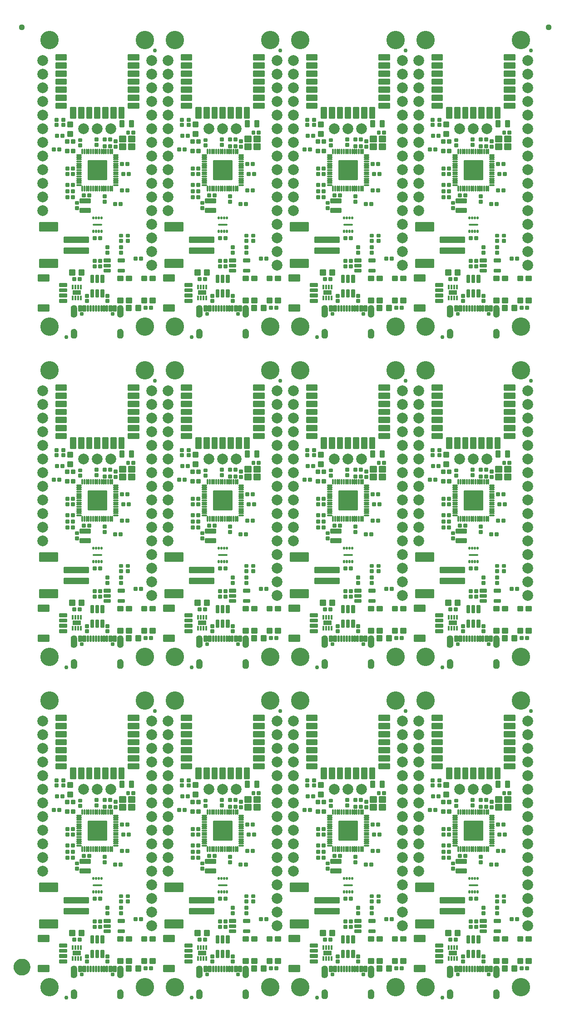
<source format=gts>
G04 EAGLE Gerber RS-274X export*
G75*
%MOMM*%
%FSLAX34Y34*%
%LPD*%
%INSoldermask Top*%
%IPPOS*%
%AMOC8*
5,1,8,0,0,1.08239X$1,22.5*%
G01*
%ADD10C,0.228900*%
%ADD11C,0.217619*%
%ADD12C,0.225400*%
%ADD13C,2.006600*%
%ADD14C,0.224509*%
%ADD15C,0.225588*%
%ADD16C,0.225369*%
%ADD17C,0.230578*%
%ADD18C,0.777000*%
%ADD19C,3.429000*%
%ADD20C,0.231750*%
%ADD21C,0.220859*%
%ADD22C,0.225938*%
%ADD23C,0.231559*%
%ADD24C,0.428259*%
%ADD25R,0.440000X0.840000*%
%ADD26R,1.520000X0.940000*%
%ADD27C,0.223409*%
%ADD28C,0.762000*%
%ADD29C,0.229969*%
%ADD30C,1.127000*%
%ADD31C,1.270000*%
%ADD32C,1.627000*%

G36*
X539744Y1272243D02*
X539744Y1272243D01*
X539750Y1272249D01*
X539755Y1272245D01*
X540985Y1272610D01*
X540990Y1272617D01*
X540995Y1272615D01*
X542114Y1273245D01*
X542117Y1273252D01*
X542123Y1273251D01*
X543073Y1274114D01*
X543074Y1274122D01*
X543080Y1274122D01*
X543814Y1275175D01*
X543814Y1275183D01*
X543819Y1275185D01*
X544301Y1276375D01*
X544299Y1276380D01*
X544303Y1276383D01*
X544302Y1276384D01*
X544304Y1276385D01*
X544509Y1277652D01*
X544506Y1277657D01*
X544509Y1277660D01*
X544509Y1289660D01*
X544506Y1289664D01*
X544509Y1289667D01*
X544354Y1290789D01*
X544349Y1290794D01*
X544352Y1290798D01*
X543981Y1291869D01*
X543975Y1291873D01*
X543977Y1291878D01*
X543404Y1292855D01*
X543398Y1292858D01*
X543399Y1292863D01*
X542646Y1293710D01*
X542639Y1293712D01*
X542639Y1293717D01*
X541736Y1294401D01*
X541729Y1294401D01*
X541728Y1294406D01*
X540709Y1294901D01*
X540702Y1294899D01*
X540700Y1294904D01*
X539603Y1295191D01*
X539597Y1295188D01*
X539594Y1295192D01*
X538463Y1295259D01*
X538457Y1295259D01*
X537326Y1295192D01*
X537321Y1295187D01*
X537317Y1295191D01*
X536220Y1294904D01*
X536216Y1294898D01*
X536211Y1294901D01*
X535192Y1294406D01*
X535189Y1294400D01*
X535184Y1294401D01*
X534281Y1293717D01*
X534279Y1293710D01*
X534274Y1293710D01*
X533521Y1292863D01*
X533521Y1292856D01*
X533516Y1292855D01*
X532943Y1291878D01*
X532944Y1291875D01*
X532943Y1291874D01*
X532944Y1291873D01*
X532944Y1291871D01*
X532939Y1291869D01*
X532568Y1290798D01*
X532570Y1290793D01*
X532567Y1290791D01*
X532567Y1290790D01*
X532566Y1290789D01*
X532411Y1289667D01*
X532414Y1289662D01*
X532411Y1289660D01*
X532411Y1277660D01*
X532414Y1277655D01*
X532411Y1277652D01*
X532616Y1276385D01*
X532622Y1276379D01*
X532619Y1276375D01*
X533101Y1275185D01*
X533108Y1275181D01*
X533106Y1275175D01*
X533840Y1274122D01*
X533848Y1274120D01*
X533847Y1274114D01*
X534797Y1273251D01*
X534806Y1273250D01*
X534806Y1273245D01*
X535925Y1272615D01*
X535933Y1272616D01*
X535935Y1272610D01*
X537165Y1272245D01*
X537173Y1272248D01*
X537176Y1272243D01*
X538457Y1272161D01*
X538461Y1272164D01*
X538463Y1272161D01*
X539744Y1272243D01*
G37*
G36*
X72384Y1272243D02*
X72384Y1272243D01*
X72390Y1272249D01*
X72395Y1272245D01*
X73625Y1272610D01*
X73630Y1272617D01*
X73635Y1272615D01*
X74754Y1273245D01*
X74757Y1273252D01*
X74763Y1273251D01*
X75713Y1274114D01*
X75714Y1274122D01*
X75720Y1274122D01*
X76454Y1275175D01*
X76454Y1275183D01*
X76459Y1275185D01*
X76941Y1276375D01*
X76939Y1276380D01*
X76943Y1276383D01*
X76942Y1276384D01*
X76944Y1276385D01*
X77149Y1277652D01*
X77146Y1277657D01*
X77149Y1277660D01*
X77149Y1289660D01*
X77146Y1289664D01*
X77149Y1289667D01*
X76994Y1290789D01*
X76989Y1290794D01*
X76992Y1290798D01*
X76621Y1291869D01*
X76615Y1291873D01*
X76617Y1291878D01*
X76044Y1292855D01*
X76038Y1292858D01*
X76039Y1292863D01*
X75286Y1293710D01*
X75279Y1293712D01*
X75279Y1293717D01*
X74376Y1294401D01*
X74369Y1294401D01*
X74368Y1294406D01*
X73349Y1294901D01*
X73342Y1294899D01*
X73340Y1294904D01*
X72243Y1295191D01*
X72237Y1295188D01*
X72234Y1295192D01*
X71103Y1295259D01*
X71097Y1295259D01*
X69966Y1295192D01*
X69961Y1295187D01*
X69957Y1295191D01*
X68860Y1294904D01*
X68856Y1294898D01*
X68851Y1294901D01*
X67832Y1294406D01*
X67829Y1294400D01*
X67824Y1294401D01*
X66921Y1293717D01*
X66919Y1293710D01*
X66914Y1293710D01*
X66161Y1292863D01*
X66161Y1292856D01*
X66156Y1292855D01*
X65583Y1291878D01*
X65584Y1291875D01*
X65583Y1291874D01*
X65584Y1291873D01*
X65584Y1291871D01*
X65579Y1291869D01*
X65208Y1290798D01*
X65210Y1290793D01*
X65207Y1290791D01*
X65207Y1290790D01*
X65206Y1290789D01*
X65051Y1289667D01*
X65054Y1289662D01*
X65051Y1289660D01*
X65051Y1277660D01*
X65054Y1277655D01*
X65051Y1277652D01*
X65256Y1276385D01*
X65262Y1276379D01*
X65259Y1276375D01*
X65741Y1275185D01*
X65748Y1275181D01*
X65746Y1275175D01*
X66480Y1274122D01*
X66488Y1274120D01*
X66487Y1274114D01*
X67437Y1273251D01*
X67446Y1273250D01*
X67446Y1273245D01*
X68565Y1272615D01*
X68573Y1272616D01*
X68575Y1272610D01*
X69805Y1272245D01*
X69813Y1272248D01*
X69816Y1272243D01*
X71097Y1272161D01*
X71101Y1272164D01*
X71103Y1272161D01*
X72384Y1272243D01*
G37*
G36*
X306064Y1272243D02*
X306064Y1272243D01*
X306070Y1272249D01*
X306075Y1272245D01*
X307305Y1272610D01*
X307310Y1272617D01*
X307315Y1272615D01*
X308434Y1273245D01*
X308437Y1273252D01*
X308443Y1273251D01*
X309393Y1274114D01*
X309394Y1274122D01*
X309400Y1274122D01*
X310134Y1275175D01*
X310134Y1275183D01*
X310139Y1275185D01*
X310621Y1276375D01*
X310619Y1276380D01*
X310623Y1276383D01*
X310622Y1276384D01*
X310624Y1276385D01*
X310829Y1277652D01*
X310826Y1277657D01*
X310829Y1277660D01*
X310829Y1289660D01*
X310826Y1289664D01*
X310829Y1289667D01*
X310674Y1290789D01*
X310669Y1290794D01*
X310672Y1290798D01*
X310301Y1291869D01*
X310295Y1291873D01*
X310297Y1291878D01*
X309724Y1292855D01*
X309718Y1292858D01*
X309719Y1292863D01*
X308966Y1293710D01*
X308959Y1293712D01*
X308959Y1293717D01*
X308056Y1294401D01*
X308049Y1294401D01*
X308048Y1294406D01*
X307029Y1294901D01*
X307022Y1294899D01*
X307020Y1294904D01*
X305923Y1295191D01*
X305917Y1295188D01*
X305914Y1295192D01*
X304783Y1295259D01*
X304777Y1295259D01*
X303646Y1295192D01*
X303641Y1295187D01*
X303637Y1295191D01*
X302540Y1294904D01*
X302536Y1294898D01*
X302531Y1294901D01*
X301512Y1294406D01*
X301509Y1294400D01*
X301504Y1294401D01*
X300601Y1293717D01*
X300599Y1293710D01*
X300594Y1293710D01*
X299841Y1292863D01*
X299841Y1292856D01*
X299836Y1292855D01*
X299263Y1291878D01*
X299264Y1291875D01*
X299263Y1291874D01*
X299264Y1291873D01*
X299264Y1291871D01*
X299259Y1291869D01*
X298888Y1290798D01*
X298890Y1290793D01*
X298887Y1290791D01*
X298887Y1290790D01*
X298886Y1290789D01*
X298731Y1289667D01*
X298734Y1289662D01*
X298731Y1289660D01*
X298731Y1277660D01*
X298734Y1277655D01*
X298731Y1277652D01*
X298936Y1276385D01*
X298942Y1276379D01*
X298939Y1276375D01*
X299421Y1275185D01*
X299428Y1275181D01*
X299426Y1275175D01*
X300160Y1274122D01*
X300168Y1274120D01*
X300167Y1274114D01*
X301117Y1273251D01*
X301126Y1273250D01*
X301126Y1273245D01*
X302245Y1272615D01*
X302253Y1272616D01*
X302255Y1272610D01*
X303485Y1272245D01*
X303493Y1272248D01*
X303496Y1272243D01*
X304777Y1272161D01*
X304781Y1272164D01*
X304783Y1272161D01*
X306064Y1272243D01*
G37*
G36*
X158784Y1272243D02*
X158784Y1272243D01*
X158790Y1272249D01*
X158795Y1272245D01*
X160025Y1272610D01*
X160030Y1272617D01*
X160035Y1272615D01*
X161154Y1273245D01*
X161157Y1273252D01*
X161163Y1273251D01*
X162113Y1274114D01*
X162114Y1274122D01*
X162120Y1274122D01*
X162854Y1275175D01*
X162854Y1275183D01*
X162859Y1275185D01*
X163341Y1276375D01*
X163339Y1276380D01*
X163343Y1276383D01*
X163342Y1276384D01*
X163344Y1276385D01*
X163549Y1277652D01*
X163546Y1277657D01*
X163549Y1277660D01*
X163549Y1289660D01*
X163546Y1289664D01*
X163549Y1289667D01*
X163394Y1290789D01*
X163389Y1290794D01*
X163392Y1290798D01*
X163021Y1291869D01*
X163015Y1291873D01*
X163017Y1291878D01*
X162444Y1292855D01*
X162438Y1292858D01*
X162439Y1292863D01*
X161686Y1293710D01*
X161679Y1293712D01*
X161679Y1293717D01*
X160776Y1294401D01*
X160769Y1294401D01*
X160768Y1294406D01*
X159749Y1294901D01*
X159742Y1294899D01*
X159740Y1294904D01*
X158643Y1295191D01*
X158637Y1295188D01*
X158634Y1295192D01*
X157503Y1295259D01*
X157497Y1295259D01*
X156366Y1295192D01*
X156361Y1295187D01*
X156357Y1295191D01*
X155260Y1294904D01*
X155256Y1294898D01*
X155251Y1294901D01*
X154232Y1294406D01*
X154229Y1294400D01*
X154224Y1294401D01*
X153321Y1293717D01*
X153319Y1293710D01*
X153314Y1293710D01*
X152561Y1292863D01*
X152561Y1292856D01*
X152556Y1292855D01*
X151983Y1291878D01*
X151984Y1291875D01*
X151983Y1291874D01*
X151984Y1291873D01*
X151984Y1291871D01*
X151979Y1291869D01*
X151608Y1290798D01*
X151610Y1290793D01*
X151607Y1290791D01*
X151607Y1290790D01*
X151606Y1290789D01*
X151451Y1289667D01*
X151454Y1289662D01*
X151451Y1289660D01*
X151451Y1277660D01*
X151454Y1277655D01*
X151451Y1277652D01*
X151656Y1276385D01*
X151662Y1276379D01*
X151659Y1276375D01*
X152141Y1275185D01*
X152148Y1275181D01*
X152146Y1275175D01*
X152880Y1274122D01*
X152888Y1274120D01*
X152887Y1274114D01*
X153837Y1273251D01*
X153846Y1273250D01*
X153846Y1273245D01*
X154965Y1272615D01*
X154973Y1272616D01*
X154975Y1272610D01*
X156205Y1272245D01*
X156213Y1272248D01*
X156216Y1272243D01*
X157497Y1272161D01*
X157501Y1272164D01*
X157503Y1272161D01*
X158784Y1272243D01*
G37*
G36*
X392464Y1272243D02*
X392464Y1272243D01*
X392470Y1272249D01*
X392475Y1272245D01*
X393705Y1272610D01*
X393710Y1272617D01*
X393715Y1272615D01*
X394834Y1273245D01*
X394837Y1273252D01*
X394843Y1273251D01*
X395793Y1274114D01*
X395794Y1274122D01*
X395800Y1274122D01*
X396534Y1275175D01*
X396534Y1275183D01*
X396539Y1275185D01*
X397021Y1276375D01*
X397019Y1276380D01*
X397023Y1276383D01*
X397022Y1276384D01*
X397024Y1276385D01*
X397229Y1277652D01*
X397226Y1277657D01*
X397229Y1277660D01*
X397229Y1289660D01*
X397226Y1289664D01*
X397229Y1289667D01*
X397074Y1290789D01*
X397069Y1290794D01*
X397072Y1290798D01*
X396701Y1291869D01*
X396695Y1291873D01*
X396697Y1291878D01*
X396124Y1292855D01*
X396118Y1292858D01*
X396119Y1292863D01*
X395366Y1293710D01*
X395359Y1293712D01*
X395359Y1293717D01*
X394456Y1294401D01*
X394449Y1294401D01*
X394448Y1294406D01*
X393429Y1294901D01*
X393422Y1294899D01*
X393420Y1294904D01*
X392323Y1295191D01*
X392317Y1295188D01*
X392314Y1295192D01*
X391183Y1295259D01*
X391177Y1295259D01*
X390046Y1295192D01*
X390041Y1295187D01*
X390037Y1295191D01*
X388940Y1294904D01*
X388936Y1294898D01*
X388931Y1294901D01*
X387912Y1294406D01*
X387909Y1294400D01*
X387904Y1294401D01*
X387001Y1293717D01*
X386999Y1293710D01*
X386994Y1293710D01*
X386241Y1292863D01*
X386241Y1292856D01*
X386236Y1292855D01*
X385663Y1291878D01*
X385664Y1291875D01*
X385663Y1291874D01*
X385664Y1291873D01*
X385664Y1291871D01*
X385659Y1291869D01*
X385288Y1290798D01*
X385290Y1290793D01*
X385287Y1290791D01*
X385287Y1290790D01*
X385286Y1290789D01*
X385131Y1289667D01*
X385134Y1289662D01*
X385131Y1289660D01*
X385131Y1277660D01*
X385134Y1277655D01*
X385131Y1277652D01*
X385336Y1276385D01*
X385342Y1276379D01*
X385339Y1276375D01*
X385821Y1275185D01*
X385828Y1275181D01*
X385826Y1275175D01*
X386560Y1274122D01*
X386568Y1274120D01*
X386567Y1274114D01*
X387517Y1273251D01*
X387526Y1273250D01*
X387526Y1273245D01*
X388645Y1272615D01*
X388653Y1272616D01*
X388655Y1272610D01*
X389885Y1272245D01*
X389893Y1272248D01*
X389896Y1272243D01*
X391177Y1272161D01*
X391181Y1272164D01*
X391183Y1272161D01*
X392464Y1272243D01*
G37*
G36*
X626144Y1272243D02*
X626144Y1272243D01*
X626150Y1272249D01*
X626155Y1272245D01*
X627385Y1272610D01*
X627390Y1272617D01*
X627395Y1272615D01*
X628514Y1273245D01*
X628517Y1273252D01*
X628523Y1273251D01*
X629473Y1274114D01*
X629474Y1274122D01*
X629480Y1274122D01*
X630214Y1275175D01*
X630214Y1275183D01*
X630219Y1275185D01*
X630701Y1276375D01*
X630699Y1276380D01*
X630703Y1276383D01*
X630702Y1276384D01*
X630704Y1276385D01*
X630909Y1277652D01*
X630906Y1277657D01*
X630909Y1277660D01*
X630909Y1289660D01*
X630906Y1289664D01*
X630909Y1289667D01*
X630754Y1290789D01*
X630749Y1290794D01*
X630752Y1290798D01*
X630381Y1291869D01*
X630375Y1291873D01*
X630377Y1291878D01*
X629804Y1292855D01*
X629798Y1292858D01*
X629799Y1292863D01*
X629046Y1293710D01*
X629039Y1293712D01*
X629039Y1293717D01*
X628136Y1294401D01*
X628129Y1294401D01*
X628128Y1294406D01*
X627109Y1294901D01*
X627102Y1294899D01*
X627100Y1294904D01*
X626003Y1295191D01*
X625997Y1295188D01*
X625994Y1295192D01*
X624863Y1295259D01*
X624857Y1295259D01*
X623726Y1295192D01*
X623721Y1295187D01*
X623717Y1295191D01*
X622620Y1294904D01*
X622616Y1294898D01*
X622611Y1294901D01*
X621592Y1294406D01*
X621589Y1294400D01*
X621584Y1294401D01*
X620681Y1293717D01*
X620679Y1293710D01*
X620674Y1293710D01*
X619921Y1292863D01*
X619921Y1292856D01*
X619916Y1292855D01*
X619343Y1291878D01*
X619344Y1291875D01*
X619343Y1291874D01*
X619344Y1291873D01*
X619344Y1291871D01*
X619339Y1291869D01*
X618968Y1290798D01*
X618970Y1290793D01*
X618967Y1290791D01*
X618967Y1290790D01*
X618966Y1290789D01*
X618811Y1289667D01*
X618814Y1289662D01*
X618811Y1289660D01*
X618811Y1277660D01*
X618814Y1277655D01*
X618811Y1277652D01*
X619016Y1276385D01*
X619022Y1276379D01*
X619019Y1276375D01*
X619501Y1275185D01*
X619508Y1275181D01*
X619506Y1275175D01*
X620240Y1274122D01*
X620248Y1274120D01*
X620247Y1274114D01*
X621197Y1273251D01*
X621206Y1273250D01*
X621206Y1273245D01*
X622325Y1272615D01*
X622333Y1272616D01*
X622335Y1272610D01*
X623565Y1272245D01*
X623573Y1272248D01*
X623576Y1272243D01*
X624857Y1272161D01*
X624861Y1272164D01*
X624863Y1272161D01*
X626144Y1272243D01*
G37*
G36*
X859824Y1272243D02*
X859824Y1272243D01*
X859830Y1272249D01*
X859835Y1272245D01*
X861065Y1272610D01*
X861070Y1272617D01*
X861075Y1272615D01*
X862194Y1273245D01*
X862197Y1273252D01*
X862203Y1273251D01*
X863153Y1274114D01*
X863154Y1274122D01*
X863160Y1274122D01*
X863894Y1275175D01*
X863894Y1275183D01*
X863899Y1275185D01*
X864381Y1276375D01*
X864379Y1276380D01*
X864383Y1276383D01*
X864382Y1276384D01*
X864384Y1276385D01*
X864589Y1277652D01*
X864586Y1277657D01*
X864589Y1277660D01*
X864589Y1289660D01*
X864586Y1289664D01*
X864589Y1289667D01*
X864434Y1290789D01*
X864429Y1290794D01*
X864432Y1290798D01*
X864061Y1291869D01*
X864055Y1291873D01*
X864057Y1291878D01*
X863484Y1292855D01*
X863478Y1292858D01*
X863479Y1292863D01*
X862726Y1293710D01*
X862719Y1293712D01*
X862719Y1293717D01*
X861816Y1294401D01*
X861809Y1294401D01*
X861808Y1294406D01*
X860789Y1294901D01*
X860782Y1294899D01*
X860780Y1294904D01*
X859683Y1295191D01*
X859677Y1295188D01*
X859674Y1295192D01*
X858543Y1295259D01*
X858537Y1295259D01*
X857406Y1295192D01*
X857401Y1295187D01*
X857397Y1295191D01*
X856300Y1294904D01*
X856296Y1294898D01*
X856291Y1294901D01*
X855272Y1294406D01*
X855269Y1294400D01*
X855264Y1294401D01*
X854361Y1293717D01*
X854359Y1293710D01*
X854354Y1293710D01*
X853601Y1292863D01*
X853601Y1292856D01*
X853596Y1292855D01*
X853023Y1291878D01*
X853024Y1291875D01*
X853023Y1291874D01*
X853024Y1291873D01*
X853024Y1291871D01*
X853019Y1291869D01*
X852648Y1290798D01*
X852650Y1290793D01*
X852647Y1290791D01*
X852647Y1290790D01*
X852646Y1290789D01*
X852491Y1289667D01*
X852494Y1289662D01*
X852491Y1289660D01*
X852491Y1277660D01*
X852494Y1277655D01*
X852491Y1277652D01*
X852696Y1276385D01*
X852702Y1276379D01*
X852699Y1276375D01*
X853181Y1275185D01*
X853188Y1275181D01*
X853186Y1275175D01*
X853920Y1274122D01*
X853928Y1274120D01*
X853927Y1274114D01*
X854877Y1273251D01*
X854886Y1273250D01*
X854886Y1273245D01*
X856005Y1272615D01*
X856013Y1272616D01*
X856015Y1272610D01*
X857245Y1272245D01*
X857253Y1272248D01*
X857256Y1272243D01*
X858537Y1272161D01*
X858541Y1272164D01*
X858543Y1272161D01*
X859824Y1272243D01*
G37*
G36*
X773424Y1272243D02*
X773424Y1272243D01*
X773430Y1272249D01*
X773435Y1272245D01*
X774665Y1272610D01*
X774670Y1272617D01*
X774675Y1272615D01*
X775794Y1273245D01*
X775797Y1273252D01*
X775803Y1273251D01*
X776753Y1274114D01*
X776754Y1274122D01*
X776760Y1274122D01*
X777494Y1275175D01*
X777494Y1275183D01*
X777499Y1275185D01*
X777981Y1276375D01*
X777979Y1276380D01*
X777983Y1276383D01*
X777982Y1276384D01*
X777984Y1276385D01*
X778189Y1277652D01*
X778186Y1277657D01*
X778189Y1277660D01*
X778189Y1289660D01*
X778186Y1289664D01*
X778189Y1289667D01*
X778034Y1290789D01*
X778029Y1290794D01*
X778032Y1290798D01*
X777661Y1291869D01*
X777655Y1291873D01*
X777657Y1291878D01*
X777084Y1292855D01*
X777078Y1292858D01*
X777079Y1292863D01*
X776326Y1293710D01*
X776319Y1293712D01*
X776319Y1293717D01*
X775416Y1294401D01*
X775409Y1294401D01*
X775408Y1294406D01*
X774389Y1294901D01*
X774382Y1294899D01*
X774380Y1294904D01*
X773283Y1295191D01*
X773277Y1295188D01*
X773274Y1295192D01*
X772143Y1295259D01*
X772137Y1295259D01*
X771006Y1295192D01*
X771001Y1295187D01*
X770997Y1295191D01*
X769900Y1294904D01*
X769896Y1294898D01*
X769891Y1294901D01*
X768872Y1294406D01*
X768869Y1294400D01*
X768864Y1294401D01*
X767961Y1293717D01*
X767959Y1293710D01*
X767954Y1293710D01*
X767201Y1292863D01*
X767201Y1292856D01*
X767196Y1292855D01*
X766623Y1291878D01*
X766624Y1291875D01*
X766623Y1291874D01*
X766624Y1291873D01*
X766624Y1291871D01*
X766619Y1291869D01*
X766248Y1290798D01*
X766250Y1290793D01*
X766247Y1290791D01*
X766247Y1290790D01*
X766246Y1290789D01*
X766091Y1289667D01*
X766094Y1289662D01*
X766091Y1289660D01*
X766091Y1277660D01*
X766094Y1277655D01*
X766091Y1277652D01*
X766296Y1276385D01*
X766302Y1276379D01*
X766299Y1276375D01*
X766781Y1275185D01*
X766788Y1275181D01*
X766786Y1275175D01*
X767520Y1274122D01*
X767528Y1274120D01*
X767527Y1274114D01*
X768477Y1273251D01*
X768486Y1273250D01*
X768486Y1273245D01*
X769605Y1272615D01*
X769613Y1272616D01*
X769615Y1272610D01*
X770845Y1272245D01*
X770853Y1272248D01*
X770856Y1272243D01*
X772137Y1272161D01*
X772141Y1272164D01*
X772143Y1272161D01*
X773424Y1272243D01*
G37*
G36*
X626144Y657563D02*
X626144Y657563D01*
X626150Y657569D01*
X626155Y657565D01*
X627385Y657930D01*
X627390Y657937D01*
X627395Y657935D01*
X628514Y658565D01*
X628517Y658572D01*
X628523Y658571D01*
X629473Y659434D01*
X629474Y659442D01*
X629480Y659442D01*
X630214Y660495D01*
X630214Y660503D01*
X630219Y660505D01*
X630701Y661695D01*
X630699Y661700D01*
X630703Y661703D01*
X630702Y661704D01*
X630704Y661705D01*
X630909Y662972D01*
X630906Y662977D01*
X630909Y662980D01*
X630909Y674980D01*
X630906Y674984D01*
X630909Y674987D01*
X630754Y676109D01*
X630749Y676114D01*
X630752Y676118D01*
X630381Y677189D01*
X630375Y677193D01*
X630377Y677198D01*
X629804Y678175D01*
X629798Y678178D01*
X629799Y678183D01*
X629046Y679030D01*
X629039Y679032D01*
X629039Y679037D01*
X628136Y679721D01*
X628129Y679721D01*
X628128Y679726D01*
X627109Y680221D01*
X627102Y680219D01*
X627100Y680224D01*
X626003Y680511D01*
X625997Y680508D01*
X625994Y680512D01*
X624863Y680579D01*
X624857Y680579D01*
X623726Y680512D01*
X623721Y680507D01*
X623717Y680511D01*
X622620Y680224D01*
X622616Y680218D01*
X622611Y680221D01*
X621592Y679726D01*
X621589Y679720D01*
X621584Y679721D01*
X620681Y679037D01*
X620679Y679030D01*
X620674Y679030D01*
X619921Y678183D01*
X619921Y678176D01*
X619916Y678175D01*
X619343Y677198D01*
X619344Y677195D01*
X619343Y677194D01*
X619344Y677193D01*
X619344Y677191D01*
X619339Y677189D01*
X618968Y676118D01*
X618970Y676113D01*
X618967Y676111D01*
X618967Y676110D01*
X618966Y676109D01*
X618811Y674987D01*
X618814Y674982D01*
X618811Y674980D01*
X618811Y662980D01*
X618814Y662975D01*
X618811Y662972D01*
X619016Y661705D01*
X619022Y661699D01*
X619019Y661695D01*
X619501Y660505D01*
X619508Y660501D01*
X619506Y660495D01*
X620240Y659442D01*
X620248Y659440D01*
X620247Y659434D01*
X621197Y658571D01*
X621206Y658570D01*
X621206Y658565D01*
X622325Y657935D01*
X622333Y657936D01*
X622335Y657930D01*
X623565Y657565D01*
X623573Y657568D01*
X623576Y657563D01*
X624857Y657481D01*
X624861Y657484D01*
X624863Y657481D01*
X626144Y657563D01*
G37*
G36*
X392464Y657563D02*
X392464Y657563D01*
X392470Y657569D01*
X392475Y657565D01*
X393705Y657930D01*
X393710Y657937D01*
X393715Y657935D01*
X394834Y658565D01*
X394837Y658572D01*
X394843Y658571D01*
X395793Y659434D01*
X395794Y659442D01*
X395800Y659442D01*
X396534Y660495D01*
X396534Y660503D01*
X396539Y660505D01*
X397021Y661695D01*
X397019Y661700D01*
X397023Y661703D01*
X397022Y661704D01*
X397024Y661705D01*
X397229Y662972D01*
X397226Y662977D01*
X397229Y662980D01*
X397229Y674980D01*
X397226Y674984D01*
X397229Y674987D01*
X397074Y676109D01*
X397069Y676114D01*
X397072Y676118D01*
X396701Y677189D01*
X396695Y677193D01*
X396697Y677198D01*
X396124Y678175D01*
X396118Y678178D01*
X396119Y678183D01*
X395366Y679030D01*
X395359Y679032D01*
X395359Y679037D01*
X394456Y679721D01*
X394449Y679721D01*
X394448Y679726D01*
X393429Y680221D01*
X393422Y680219D01*
X393420Y680224D01*
X392323Y680511D01*
X392317Y680508D01*
X392314Y680512D01*
X391183Y680579D01*
X391177Y680579D01*
X390046Y680512D01*
X390041Y680507D01*
X390037Y680511D01*
X388940Y680224D01*
X388936Y680218D01*
X388931Y680221D01*
X387912Y679726D01*
X387909Y679720D01*
X387904Y679721D01*
X387001Y679037D01*
X386999Y679030D01*
X386994Y679030D01*
X386241Y678183D01*
X386241Y678176D01*
X386236Y678175D01*
X385663Y677198D01*
X385664Y677195D01*
X385663Y677194D01*
X385664Y677193D01*
X385664Y677191D01*
X385659Y677189D01*
X385288Y676118D01*
X385290Y676113D01*
X385287Y676111D01*
X385287Y676110D01*
X385286Y676109D01*
X385131Y674987D01*
X385134Y674982D01*
X385131Y674980D01*
X385131Y662980D01*
X385134Y662975D01*
X385131Y662972D01*
X385336Y661705D01*
X385342Y661699D01*
X385339Y661695D01*
X385821Y660505D01*
X385828Y660501D01*
X385826Y660495D01*
X386560Y659442D01*
X386568Y659440D01*
X386567Y659434D01*
X387517Y658571D01*
X387526Y658570D01*
X387526Y658565D01*
X388645Y657935D01*
X388653Y657936D01*
X388655Y657930D01*
X389885Y657565D01*
X389893Y657568D01*
X389896Y657563D01*
X391177Y657481D01*
X391181Y657484D01*
X391183Y657481D01*
X392464Y657563D01*
G37*
G36*
X306064Y657563D02*
X306064Y657563D01*
X306070Y657569D01*
X306075Y657565D01*
X307305Y657930D01*
X307310Y657937D01*
X307315Y657935D01*
X308434Y658565D01*
X308437Y658572D01*
X308443Y658571D01*
X309393Y659434D01*
X309394Y659442D01*
X309400Y659442D01*
X310134Y660495D01*
X310134Y660503D01*
X310139Y660505D01*
X310621Y661695D01*
X310619Y661700D01*
X310623Y661703D01*
X310622Y661704D01*
X310624Y661705D01*
X310829Y662972D01*
X310826Y662977D01*
X310829Y662980D01*
X310829Y674980D01*
X310826Y674984D01*
X310829Y674987D01*
X310674Y676109D01*
X310669Y676114D01*
X310672Y676118D01*
X310301Y677189D01*
X310295Y677193D01*
X310297Y677198D01*
X309724Y678175D01*
X309718Y678178D01*
X309719Y678183D01*
X308966Y679030D01*
X308959Y679032D01*
X308959Y679037D01*
X308056Y679721D01*
X308049Y679721D01*
X308048Y679726D01*
X307029Y680221D01*
X307022Y680219D01*
X307020Y680224D01*
X305923Y680511D01*
X305917Y680508D01*
X305914Y680512D01*
X304783Y680579D01*
X304777Y680579D01*
X303646Y680512D01*
X303641Y680507D01*
X303637Y680511D01*
X302540Y680224D01*
X302536Y680218D01*
X302531Y680221D01*
X301512Y679726D01*
X301509Y679720D01*
X301504Y679721D01*
X300601Y679037D01*
X300599Y679030D01*
X300594Y679030D01*
X299841Y678183D01*
X299841Y678176D01*
X299836Y678175D01*
X299263Y677198D01*
X299264Y677195D01*
X299263Y677194D01*
X299264Y677193D01*
X299264Y677191D01*
X299259Y677189D01*
X298888Y676118D01*
X298890Y676113D01*
X298887Y676111D01*
X298887Y676110D01*
X298886Y676109D01*
X298731Y674987D01*
X298734Y674982D01*
X298731Y674980D01*
X298731Y662980D01*
X298734Y662975D01*
X298731Y662972D01*
X298936Y661705D01*
X298942Y661699D01*
X298939Y661695D01*
X299421Y660505D01*
X299428Y660501D01*
X299426Y660495D01*
X300160Y659442D01*
X300168Y659440D01*
X300167Y659434D01*
X301117Y658571D01*
X301126Y658570D01*
X301126Y658565D01*
X302245Y657935D01*
X302253Y657936D01*
X302255Y657930D01*
X303485Y657565D01*
X303493Y657568D01*
X303496Y657563D01*
X304777Y657481D01*
X304781Y657484D01*
X304783Y657481D01*
X306064Y657563D01*
G37*
G36*
X72384Y657563D02*
X72384Y657563D01*
X72390Y657569D01*
X72395Y657565D01*
X73625Y657930D01*
X73630Y657937D01*
X73635Y657935D01*
X74754Y658565D01*
X74757Y658572D01*
X74763Y658571D01*
X75713Y659434D01*
X75714Y659442D01*
X75720Y659442D01*
X76454Y660495D01*
X76454Y660503D01*
X76459Y660505D01*
X76941Y661695D01*
X76939Y661700D01*
X76943Y661703D01*
X76942Y661704D01*
X76944Y661705D01*
X77149Y662972D01*
X77146Y662977D01*
X77149Y662980D01*
X77149Y674980D01*
X77146Y674984D01*
X77149Y674987D01*
X76994Y676109D01*
X76989Y676114D01*
X76992Y676118D01*
X76621Y677189D01*
X76615Y677193D01*
X76617Y677198D01*
X76044Y678175D01*
X76038Y678178D01*
X76039Y678183D01*
X75286Y679030D01*
X75279Y679032D01*
X75279Y679037D01*
X74376Y679721D01*
X74369Y679721D01*
X74368Y679726D01*
X73349Y680221D01*
X73342Y680219D01*
X73340Y680224D01*
X72243Y680511D01*
X72237Y680508D01*
X72234Y680512D01*
X71103Y680579D01*
X71097Y680579D01*
X69966Y680512D01*
X69961Y680507D01*
X69957Y680511D01*
X68860Y680224D01*
X68856Y680218D01*
X68851Y680221D01*
X67832Y679726D01*
X67829Y679720D01*
X67824Y679721D01*
X66921Y679037D01*
X66919Y679030D01*
X66914Y679030D01*
X66161Y678183D01*
X66161Y678176D01*
X66156Y678175D01*
X65583Y677198D01*
X65584Y677195D01*
X65583Y677194D01*
X65584Y677193D01*
X65584Y677191D01*
X65579Y677189D01*
X65208Y676118D01*
X65210Y676113D01*
X65207Y676111D01*
X65207Y676110D01*
X65206Y676109D01*
X65051Y674987D01*
X65054Y674982D01*
X65051Y674980D01*
X65051Y662980D01*
X65054Y662975D01*
X65051Y662972D01*
X65256Y661705D01*
X65262Y661699D01*
X65259Y661695D01*
X65741Y660505D01*
X65748Y660501D01*
X65746Y660495D01*
X66480Y659442D01*
X66488Y659440D01*
X66487Y659434D01*
X67437Y658571D01*
X67446Y658570D01*
X67446Y658565D01*
X68565Y657935D01*
X68573Y657936D01*
X68575Y657930D01*
X69805Y657565D01*
X69813Y657568D01*
X69816Y657563D01*
X71097Y657481D01*
X71101Y657484D01*
X71103Y657481D01*
X72384Y657563D01*
G37*
G36*
X859824Y657563D02*
X859824Y657563D01*
X859830Y657569D01*
X859835Y657565D01*
X861065Y657930D01*
X861070Y657937D01*
X861075Y657935D01*
X862194Y658565D01*
X862197Y658572D01*
X862203Y658571D01*
X863153Y659434D01*
X863154Y659442D01*
X863160Y659442D01*
X863894Y660495D01*
X863894Y660503D01*
X863899Y660505D01*
X864381Y661695D01*
X864379Y661700D01*
X864383Y661703D01*
X864382Y661704D01*
X864384Y661705D01*
X864589Y662972D01*
X864586Y662977D01*
X864589Y662980D01*
X864589Y674980D01*
X864586Y674984D01*
X864589Y674987D01*
X864434Y676109D01*
X864429Y676114D01*
X864432Y676118D01*
X864061Y677189D01*
X864055Y677193D01*
X864057Y677198D01*
X863484Y678175D01*
X863478Y678178D01*
X863479Y678183D01*
X862726Y679030D01*
X862719Y679032D01*
X862719Y679037D01*
X861816Y679721D01*
X861809Y679721D01*
X861808Y679726D01*
X860789Y680221D01*
X860782Y680219D01*
X860780Y680224D01*
X859683Y680511D01*
X859677Y680508D01*
X859674Y680512D01*
X858543Y680579D01*
X858537Y680579D01*
X857406Y680512D01*
X857401Y680507D01*
X857397Y680511D01*
X856300Y680224D01*
X856296Y680218D01*
X856291Y680221D01*
X855272Y679726D01*
X855269Y679720D01*
X855264Y679721D01*
X854361Y679037D01*
X854359Y679030D01*
X854354Y679030D01*
X853601Y678183D01*
X853601Y678176D01*
X853596Y678175D01*
X853023Y677198D01*
X853024Y677195D01*
X853023Y677194D01*
X853024Y677193D01*
X853024Y677191D01*
X853019Y677189D01*
X852648Y676118D01*
X852650Y676113D01*
X852647Y676111D01*
X852647Y676110D01*
X852646Y676109D01*
X852491Y674987D01*
X852494Y674982D01*
X852491Y674980D01*
X852491Y662980D01*
X852494Y662975D01*
X852491Y662972D01*
X852696Y661705D01*
X852702Y661699D01*
X852699Y661695D01*
X853181Y660505D01*
X853188Y660501D01*
X853186Y660495D01*
X853920Y659442D01*
X853928Y659440D01*
X853927Y659434D01*
X854877Y658571D01*
X854886Y658570D01*
X854886Y658565D01*
X856005Y657935D01*
X856013Y657936D01*
X856015Y657930D01*
X857245Y657565D01*
X857253Y657568D01*
X857256Y657563D01*
X858537Y657481D01*
X858541Y657484D01*
X858543Y657481D01*
X859824Y657563D01*
G37*
G36*
X539744Y657563D02*
X539744Y657563D01*
X539750Y657569D01*
X539755Y657565D01*
X540985Y657930D01*
X540990Y657937D01*
X540995Y657935D01*
X542114Y658565D01*
X542117Y658572D01*
X542123Y658571D01*
X543073Y659434D01*
X543074Y659442D01*
X543080Y659442D01*
X543814Y660495D01*
X543814Y660503D01*
X543819Y660505D01*
X544301Y661695D01*
X544299Y661700D01*
X544303Y661703D01*
X544302Y661704D01*
X544304Y661705D01*
X544509Y662972D01*
X544506Y662977D01*
X544509Y662980D01*
X544509Y674980D01*
X544506Y674984D01*
X544509Y674987D01*
X544354Y676109D01*
X544349Y676114D01*
X544352Y676118D01*
X543981Y677189D01*
X543975Y677193D01*
X543977Y677198D01*
X543404Y678175D01*
X543398Y678178D01*
X543399Y678183D01*
X542646Y679030D01*
X542639Y679032D01*
X542639Y679037D01*
X541736Y679721D01*
X541729Y679721D01*
X541728Y679726D01*
X540709Y680221D01*
X540702Y680219D01*
X540700Y680224D01*
X539603Y680511D01*
X539597Y680508D01*
X539594Y680512D01*
X538463Y680579D01*
X538457Y680579D01*
X537326Y680512D01*
X537321Y680507D01*
X537317Y680511D01*
X536220Y680224D01*
X536216Y680218D01*
X536211Y680221D01*
X535192Y679726D01*
X535189Y679720D01*
X535184Y679721D01*
X534281Y679037D01*
X534279Y679030D01*
X534274Y679030D01*
X533521Y678183D01*
X533521Y678176D01*
X533516Y678175D01*
X532943Y677198D01*
X532944Y677195D01*
X532943Y677194D01*
X532944Y677193D01*
X532944Y677191D01*
X532939Y677189D01*
X532568Y676118D01*
X532570Y676113D01*
X532567Y676111D01*
X532567Y676110D01*
X532566Y676109D01*
X532411Y674987D01*
X532414Y674982D01*
X532411Y674980D01*
X532411Y662980D01*
X532414Y662975D01*
X532411Y662972D01*
X532616Y661705D01*
X532622Y661699D01*
X532619Y661695D01*
X533101Y660505D01*
X533108Y660501D01*
X533106Y660495D01*
X533840Y659442D01*
X533848Y659440D01*
X533847Y659434D01*
X534797Y658571D01*
X534806Y658570D01*
X534806Y658565D01*
X535925Y657935D01*
X535933Y657936D01*
X535935Y657930D01*
X537165Y657565D01*
X537173Y657568D01*
X537176Y657563D01*
X538457Y657481D01*
X538461Y657484D01*
X538463Y657481D01*
X539744Y657563D01*
G37*
G36*
X158784Y657563D02*
X158784Y657563D01*
X158790Y657569D01*
X158795Y657565D01*
X160025Y657930D01*
X160030Y657937D01*
X160035Y657935D01*
X161154Y658565D01*
X161157Y658572D01*
X161163Y658571D01*
X162113Y659434D01*
X162114Y659442D01*
X162120Y659442D01*
X162854Y660495D01*
X162854Y660503D01*
X162859Y660505D01*
X163341Y661695D01*
X163339Y661700D01*
X163343Y661703D01*
X163342Y661704D01*
X163344Y661705D01*
X163549Y662972D01*
X163546Y662977D01*
X163549Y662980D01*
X163549Y674980D01*
X163546Y674984D01*
X163549Y674987D01*
X163394Y676109D01*
X163389Y676114D01*
X163392Y676118D01*
X163021Y677189D01*
X163015Y677193D01*
X163017Y677198D01*
X162444Y678175D01*
X162438Y678178D01*
X162439Y678183D01*
X161686Y679030D01*
X161679Y679032D01*
X161679Y679037D01*
X160776Y679721D01*
X160769Y679721D01*
X160768Y679726D01*
X159749Y680221D01*
X159742Y680219D01*
X159740Y680224D01*
X158643Y680511D01*
X158637Y680508D01*
X158634Y680512D01*
X157503Y680579D01*
X157497Y680579D01*
X156366Y680512D01*
X156361Y680507D01*
X156357Y680511D01*
X155260Y680224D01*
X155256Y680218D01*
X155251Y680221D01*
X154232Y679726D01*
X154229Y679720D01*
X154224Y679721D01*
X153321Y679037D01*
X153319Y679030D01*
X153314Y679030D01*
X152561Y678183D01*
X152561Y678176D01*
X152556Y678175D01*
X151983Y677198D01*
X151984Y677195D01*
X151983Y677194D01*
X151984Y677193D01*
X151984Y677191D01*
X151979Y677189D01*
X151608Y676118D01*
X151610Y676113D01*
X151607Y676111D01*
X151607Y676110D01*
X151606Y676109D01*
X151451Y674987D01*
X151454Y674982D01*
X151451Y674980D01*
X151451Y662980D01*
X151454Y662975D01*
X151451Y662972D01*
X151656Y661705D01*
X151662Y661699D01*
X151659Y661695D01*
X152141Y660505D01*
X152148Y660501D01*
X152146Y660495D01*
X152880Y659442D01*
X152888Y659440D01*
X152887Y659434D01*
X153837Y658571D01*
X153846Y658570D01*
X153846Y658565D01*
X154965Y657935D01*
X154973Y657936D01*
X154975Y657930D01*
X156205Y657565D01*
X156213Y657568D01*
X156216Y657563D01*
X157497Y657481D01*
X157501Y657484D01*
X157503Y657481D01*
X158784Y657563D01*
G37*
G36*
X773424Y657563D02*
X773424Y657563D01*
X773430Y657569D01*
X773435Y657565D01*
X774665Y657930D01*
X774670Y657937D01*
X774675Y657935D01*
X775794Y658565D01*
X775797Y658572D01*
X775803Y658571D01*
X776753Y659434D01*
X776754Y659442D01*
X776760Y659442D01*
X777494Y660495D01*
X777494Y660503D01*
X777499Y660505D01*
X777981Y661695D01*
X777979Y661700D01*
X777983Y661703D01*
X777982Y661704D01*
X777984Y661705D01*
X778189Y662972D01*
X778186Y662977D01*
X778189Y662980D01*
X778189Y674980D01*
X778186Y674984D01*
X778189Y674987D01*
X778034Y676109D01*
X778029Y676114D01*
X778032Y676118D01*
X777661Y677189D01*
X777655Y677193D01*
X777657Y677198D01*
X777084Y678175D01*
X777078Y678178D01*
X777079Y678183D01*
X776326Y679030D01*
X776319Y679032D01*
X776319Y679037D01*
X775416Y679721D01*
X775409Y679721D01*
X775408Y679726D01*
X774389Y680221D01*
X774382Y680219D01*
X774380Y680224D01*
X773283Y680511D01*
X773277Y680508D01*
X773274Y680512D01*
X772143Y680579D01*
X772137Y680579D01*
X771006Y680512D01*
X771001Y680507D01*
X770997Y680511D01*
X769900Y680224D01*
X769896Y680218D01*
X769891Y680221D01*
X768872Y679726D01*
X768869Y679720D01*
X768864Y679721D01*
X767961Y679037D01*
X767959Y679030D01*
X767954Y679030D01*
X767201Y678183D01*
X767201Y678176D01*
X767196Y678175D01*
X766623Y677198D01*
X766624Y677195D01*
X766623Y677194D01*
X766624Y677193D01*
X766624Y677191D01*
X766619Y677189D01*
X766248Y676118D01*
X766250Y676113D01*
X766247Y676111D01*
X766247Y676110D01*
X766246Y676109D01*
X766091Y674987D01*
X766094Y674982D01*
X766091Y674980D01*
X766091Y662980D01*
X766094Y662975D01*
X766091Y662972D01*
X766296Y661705D01*
X766302Y661699D01*
X766299Y661695D01*
X766781Y660505D01*
X766788Y660501D01*
X766786Y660495D01*
X767520Y659442D01*
X767528Y659440D01*
X767527Y659434D01*
X768477Y658571D01*
X768486Y658570D01*
X768486Y658565D01*
X769605Y657935D01*
X769613Y657936D01*
X769615Y657930D01*
X770845Y657565D01*
X770853Y657568D01*
X770856Y657563D01*
X772137Y657481D01*
X772141Y657484D01*
X772143Y657481D01*
X773424Y657563D01*
G37*
G36*
X626144Y42883D02*
X626144Y42883D01*
X626150Y42889D01*
X626155Y42885D01*
X627385Y43250D01*
X627390Y43257D01*
X627395Y43255D01*
X628514Y43885D01*
X628517Y43892D01*
X628523Y43891D01*
X629473Y44754D01*
X629474Y44762D01*
X629480Y44762D01*
X630214Y45815D01*
X630214Y45823D01*
X630219Y45825D01*
X630701Y47015D01*
X630699Y47020D01*
X630703Y47023D01*
X630702Y47024D01*
X630704Y47025D01*
X630909Y48292D01*
X630906Y48297D01*
X630909Y48300D01*
X630909Y60300D01*
X630906Y60304D01*
X630909Y60307D01*
X630754Y61429D01*
X630749Y61434D01*
X630752Y61438D01*
X630381Y62509D01*
X630375Y62513D01*
X630377Y62518D01*
X629804Y63495D01*
X629798Y63498D01*
X629799Y63503D01*
X629046Y64350D01*
X629039Y64352D01*
X629039Y64357D01*
X628136Y65041D01*
X628129Y65041D01*
X628128Y65046D01*
X627109Y65541D01*
X627102Y65539D01*
X627100Y65544D01*
X626003Y65831D01*
X625997Y65828D01*
X625994Y65832D01*
X624863Y65899D01*
X624857Y65899D01*
X623726Y65832D01*
X623721Y65827D01*
X623717Y65831D01*
X622620Y65544D01*
X622616Y65538D01*
X622611Y65541D01*
X621592Y65046D01*
X621589Y65040D01*
X621584Y65041D01*
X620681Y64357D01*
X620679Y64350D01*
X620674Y64350D01*
X619921Y63503D01*
X619921Y63496D01*
X619916Y63495D01*
X619343Y62518D01*
X619344Y62515D01*
X619343Y62514D01*
X619344Y62513D01*
X619344Y62511D01*
X619339Y62509D01*
X618968Y61438D01*
X618970Y61433D01*
X618967Y61431D01*
X618967Y61430D01*
X618966Y61429D01*
X618811Y60307D01*
X618814Y60302D01*
X618811Y60300D01*
X618811Y48300D01*
X618814Y48295D01*
X618811Y48292D01*
X619016Y47025D01*
X619022Y47019D01*
X619019Y47015D01*
X619501Y45825D01*
X619508Y45821D01*
X619506Y45815D01*
X620240Y44762D01*
X620248Y44760D01*
X620247Y44754D01*
X621197Y43891D01*
X621206Y43890D01*
X621206Y43885D01*
X622325Y43255D01*
X622333Y43256D01*
X622335Y43250D01*
X623565Y42885D01*
X623573Y42888D01*
X623576Y42883D01*
X624857Y42801D01*
X624861Y42804D01*
X624863Y42801D01*
X626144Y42883D01*
G37*
G36*
X158784Y42883D02*
X158784Y42883D01*
X158790Y42889D01*
X158795Y42885D01*
X160025Y43250D01*
X160030Y43257D01*
X160035Y43255D01*
X161154Y43885D01*
X161157Y43892D01*
X161163Y43891D01*
X162113Y44754D01*
X162114Y44762D01*
X162120Y44762D01*
X162854Y45815D01*
X162854Y45823D01*
X162859Y45825D01*
X163341Y47015D01*
X163339Y47020D01*
X163343Y47023D01*
X163342Y47024D01*
X163344Y47025D01*
X163549Y48292D01*
X163546Y48297D01*
X163549Y48300D01*
X163549Y60300D01*
X163546Y60304D01*
X163549Y60307D01*
X163394Y61429D01*
X163389Y61434D01*
X163392Y61438D01*
X163021Y62509D01*
X163015Y62513D01*
X163017Y62518D01*
X162444Y63495D01*
X162438Y63498D01*
X162439Y63503D01*
X161686Y64350D01*
X161679Y64352D01*
X161679Y64357D01*
X160776Y65041D01*
X160769Y65041D01*
X160768Y65046D01*
X159749Y65541D01*
X159742Y65539D01*
X159740Y65544D01*
X158643Y65831D01*
X158637Y65828D01*
X158634Y65832D01*
X157503Y65899D01*
X157497Y65899D01*
X156366Y65832D01*
X156361Y65827D01*
X156357Y65831D01*
X155260Y65544D01*
X155256Y65538D01*
X155251Y65541D01*
X154232Y65046D01*
X154229Y65040D01*
X154224Y65041D01*
X153321Y64357D01*
X153319Y64350D01*
X153314Y64350D01*
X152561Y63503D01*
X152561Y63496D01*
X152556Y63495D01*
X151983Y62518D01*
X151984Y62515D01*
X151983Y62514D01*
X151984Y62513D01*
X151984Y62511D01*
X151979Y62509D01*
X151608Y61438D01*
X151610Y61433D01*
X151607Y61431D01*
X151607Y61430D01*
X151606Y61429D01*
X151451Y60307D01*
X151454Y60302D01*
X151451Y60300D01*
X151451Y48300D01*
X151454Y48295D01*
X151451Y48292D01*
X151656Y47025D01*
X151662Y47019D01*
X151659Y47015D01*
X152141Y45825D01*
X152148Y45821D01*
X152146Y45815D01*
X152880Y44762D01*
X152888Y44760D01*
X152887Y44754D01*
X153837Y43891D01*
X153846Y43890D01*
X153846Y43885D01*
X154965Y43255D01*
X154973Y43256D01*
X154975Y43250D01*
X156205Y42885D01*
X156213Y42888D01*
X156216Y42883D01*
X157497Y42801D01*
X157501Y42804D01*
X157503Y42801D01*
X158784Y42883D01*
G37*
G36*
X392464Y42883D02*
X392464Y42883D01*
X392470Y42889D01*
X392475Y42885D01*
X393705Y43250D01*
X393710Y43257D01*
X393715Y43255D01*
X394834Y43885D01*
X394837Y43892D01*
X394843Y43891D01*
X395793Y44754D01*
X395794Y44762D01*
X395800Y44762D01*
X396534Y45815D01*
X396534Y45823D01*
X396539Y45825D01*
X397021Y47015D01*
X397019Y47020D01*
X397023Y47023D01*
X397022Y47024D01*
X397024Y47025D01*
X397229Y48292D01*
X397226Y48297D01*
X397229Y48300D01*
X397229Y60300D01*
X397226Y60304D01*
X397229Y60307D01*
X397074Y61429D01*
X397069Y61434D01*
X397072Y61438D01*
X396701Y62509D01*
X396695Y62513D01*
X396697Y62518D01*
X396124Y63495D01*
X396118Y63498D01*
X396119Y63503D01*
X395366Y64350D01*
X395359Y64352D01*
X395359Y64357D01*
X394456Y65041D01*
X394449Y65041D01*
X394448Y65046D01*
X393429Y65541D01*
X393422Y65539D01*
X393420Y65544D01*
X392323Y65831D01*
X392317Y65828D01*
X392314Y65832D01*
X391183Y65899D01*
X391177Y65899D01*
X390046Y65832D01*
X390041Y65827D01*
X390037Y65831D01*
X388940Y65544D01*
X388936Y65538D01*
X388931Y65541D01*
X387912Y65046D01*
X387909Y65040D01*
X387904Y65041D01*
X387001Y64357D01*
X386999Y64350D01*
X386994Y64350D01*
X386241Y63503D01*
X386241Y63496D01*
X386236Y63495D01*
X385663Y62518D01*
X385664Y62515D01*
X385663Y62514D01*
X385664Y62513D01*
X385664Y62511D01*
X385659Y62509D01*
X385288Y61438D01*
X385290Y61433D01*
X385287Y61431D01*
X385287Y61430D01*
X385286Y61429D01*
X385131Y60307D01*
X385134Y60302D01*
X385131Y60300D01*
X385131Y48300D01*
X385134Y48295D01*
X385131Y48292D01*
X385336Y47025D01*
X385342Y47019D01*
X385339Y47015D01*
X385821Y45825D01*
X385828Y45821D01*
X385826Y45815D01*
X386560Y44762D01*
X386568Y44760D01*
X386567Y44754D01*
X387517Y43891D01*
X387526Y43890D01*
X387526Y43885D01*
X388645Y43255D01*
X388653Y43256D01*
X388655Y43250D01*
X389885Y42885D01*
X389893Y42888D01*
X389896Y42883D01*
X391177Y42801D01*
X391181Y42804D01*
X391183Y42801D01*
X392464Y42883D01*
G37*
G36*
X539744Y42883D02*
X539744Y42883D01*
X539750Y42889D01*
X539755Y42885D01*
X540985Y43250D01*
X540990Y43257D01*
X540995Y43255D01*
X542114Y43885D01*
X542117Y43892D01*
X542123Y43891D01*
X543073Y44754D01*
X543074Y44762D01*
X543080Y44762D01*
X543814Y45815D01*
X543814Y45823D01*
X543819Y45825D01*
X544301Y47015D01*
X544299Y47020D01*
X544303Y47023D01*
X544302Y47024D01*
X544304Y47025D01*
X544509Y48292D01*
X544506Y48297D01*
X544509Y48300D01*
X544509Y60300D01*
X544506Y60304D01*
X544509Y60307D01*
X544354Y61429D01*
X544349Y61434D01*
X544352Y61438D01*
X543981Y62509D01*
X543975Y62513D01*
X543977Y62518D01*
X543404Y63495D01*
X543398Y63498D01*
X543399Y63503D01*
X542646Y64350D01*
X542639Y64352D01*
X542639Y64357D01*
X541736Y65041D01*
X541729Y65041D01*
X541728Y65046D01*
X540709Y65541D01*
X540702Y65539D01*
X540700Y65544D01*
X539603Y65831D01*
X539597Y65828D01*
X539594Y65832D01*
X538463Y65899D01*
X538457Y65899D01*
X537326Y65832D01*
X537321Y65827D01*
X537317Y65831D01*
X536220Y65544D01*
X536216Y65538D01*
X536211Y65541D01*
X535192Y65046D01*
X535189Y65040D01*
X535184Y65041D01*
X534281Y64357D01*
X534279Y64350D01*
X534274Y64350D01*
X533521Y63503D01*
X533521Y63496D01*
X533516Y63495D01*
X532943Y62518D01*
X532944Y62515D01*
X532943Y62514D01*
X532944Y62513D01*
X532944Y62511D01*
X532939Y62509D01*
X532568Y61438D01*
X532570Y61433D01*
X532567Y61431D01*
X532567Y61430D01*
X532566Y61429D01*
X532411Y60307D01*
X532414Y60302D01*
X532411Y60300D01*
X532411Y48300D01*
X532414Y48295D01*
X532411Y48292D01*
X532616Y47025D01*
X532622Y47019D01*
X532619Y47015D01*
X533101Y45825D01*
X533108Y45821D01*
X533106Y45815D01*
X533840Y44762D01*
X533848Y44760D01*
X533847Y44754D01*
X534797Y43891D01*
X534806Y43890D01*
X534806Y43885D01*
X535925Y43255D01*
X535933Y43256D01*
X535935Y43250D01*
X537165Y42885D01*
X537173Y42888D01*
X537176Y42883D01*
X538457Y42801D01*
X538461Y42804D01*
X538463Y42801D01*
X539744Y42883D01*
G37*
G36*
X859824Y42883D02*
X859824Y42883D01*
X859830Y42889D01*
X859835Y42885D01*
X861065Y43250D01*
X861070Y43257D01*
X861075Y43255D01*
X862194Y43885D01*
X862197Y43892D01*
X862203Y43891D01*
X863153Y44754D01*
X863154Y44762D01*
X863160Y44762D01*
X863894Y45815D01*
X863894Y45823D01*
X863899Y45825D01*
X864381Y47015D01*
X864379Y47020D01*
X864383Y47023D01*
X864382Y47024D01*
X864384Y47025D01*
X864589Y48292D01*
X864586Y48297D01*
X864589Y48300D01*
X864589Y60300D01*
X864586Y60304D01*
X864589Y60307D01*
X864434Y61429D01*
X864429Y61434D01*
X864432Y61438D01*
X864061Y62509D01*
X864055Y62513D01*
X864057Y62518D01*
X863484Y63495D01*
X863478Y63498D01*
X863479Y63503D01*
X862726Y64350D01*
X862719Y64352D01*
X862719Y64357D01*
X861816Y65041D01*
X861809Y65041D01*
X861808Y65046D01*
X860789Y65541D01*
X860782Y65539D01*
X860780Y65544D01*
X859683Y65831D01*
X859677Y65828D01*
X859674Y65832D01*
X858543Y65899D01*
X858537Y65899D01*
X857406Y65832D01*
X857401Y65827D01*
X857397Y65831D01*
X856300Y65544D01*
X856296Y65538D01*
X856291Y65541D01*
X855272Y65046D01*
X855269Y65040D01*
X855264Y65041D01*
X854361Y64357D01*
X854359Y64350D01*
X854354Y64350D01*
X853601Y63503D01*
X853601Y63496D01*
X853596Y63495D01*
X853023Y62518D01*
X853024Y62515D01*
X853023Y62514D01*
X853024Y62513D01*
X853024Y62511D01*
X853019Y62509D01*
X852648Y61438D01*
X852650Y61433D01*
X852647Y61431D01*
X852647Y61430D01*
X852646Y61429D01*
X852491Y60307D01*
X852494Y60302D01*
X852491Y60300D01*
X852491Y48300D01*
X852494Y48295D01*
X852491Y48292D01*
X852696Y47025D01*
X852702Y47019D01*
X852699Y47015D01*
X853181Y45825D01*
X853188Y45821D01*
X853186Y45815D01*
X853920Y44762D01*
X853928Y44760D01*
X853927Y44754D01*
X854877Y43891D01*
X854886Y43890D01*
X854886Y43885D01*
X856005Y43255D01*
X856013Y43256D01*
X856015Y43250D01*
X857245Y42885D01*
X857253Y42888D01*
X857256Y42883D01*
X858537Y42801D01*
X858541Y42804D01*
X858543Y42801D01*
X859824Y42883D01*
G37*
G36*
X306064Y42883D02*
X306064Y42883D01*
X306070Y42889D01*
X306075Y42885D01*
X307305Y43250D01*
X307310Y43257D01*
X307315Y43255D01*
X308434Y43885D01*
X308437Y43892D01*
X308443Y43891D01*
X309393Y44754D01*
X309394Y44762D01*
X309400Y44762D01*
X310134Y45815D01*
X310134Y45823D01*
X310139Y45825D01*
X310621Y47015D01*
X310619Y47020D01*
X310623Y47023D01*
X310622Y47024D01*
X310624Y47025D01*
X310829Y48292D01*
X310826Y48297D01*
X310829Y48300D01*
X310829Y60300D01*
X310826Y60304D01*
X310829Y60307D01*
X310674Y61429D01*
X310669Y61434D01*
X310672Y61438D01*
X310301Y62509D01*
X310295Y62513D01*
X310297Y62518D01*
X309724Y63495D01*
X309718Y63498D01*
X309719Y63503D01*
X308966Y64350D01*
X308959Y64352D01*
X308959Y64357D01*
X308056Y65041D01*
X308049Y65041D01*
X308048Y65046D01*
X307029Y65541D01*
X307022Y65539D01*
X307020Y65544D01*
X305923Y65831D01*
X305917Y65828D01*
X305914Y65832D01*
X304783Y65899D01*
X304777Y65899D01*
X303646Y65832D01*
X303641Y65827D01*
X303637Y65831D01*
X302540Y65544D01*
X302536Y65538D01*
X302531Y65541D01*
X301512Y65046D01*
X301509Y65040D01*
X301504Y65041D01*
X300601Y64357D01*
X300599Y64350D01*
X300594Y64350D01*
X299841Y63503D01*
X299841Y63496D01*
X299836Y63495D01*
X299263Y62518D01*
X299264Y62515D01*
X299263Y62514D01*
X299264Y62513D01*
X299264Y62511D01*
X299259Y62509D01*
X298888Y61438D01*
X298890Y61433D01*
X298887Y61431D01*
X298887Y61430D01*
X298886Y61429D01*
X298731Y60307D01*
X298734Y60302D01*
X298731Y60300D01*
X298731Y48300D01*
X298734Y48295D01*
X298731Y48292D01*
X298936Y47025D01*
X298942Y47019D01*
X298939Y47015D01*
X299421Y45825D01*
X299428Y45821D01*
X299426Y45815D01*
X300160Y44762D01*
X300168Y44760D01*
X300167Y44754D01*
X301117Y43891D01*
X301126Y43890D01*
X301126Y43885D01*
X302245Y43255D01*
X302253Y43256D01*
X302255Y43250D01*
X303485Y42885D01*
X303493Y42888D01*
X303496Y42883D01*
X304777Y42801D01*
X304781Y42804D01*
X304783Y42801D01*
X306064Y42883D01*
G37*
G36*
X773424Y42883D02*
X773424Y42883D01*
X773430Y42889D01*
X773435Y42885D01*
X774665Y43250D01*
X774670Y43257D01*
X774675Y43255D01*
X775794Y43885D01*
X775797Y43892D01*
X775803Y43891D01*
X776753Y44754D01*
X776754Y44762D01*
X776760Y44762D01*
X777494Y45815D01*
X777494Y45823D01*
X777499Y45825D01*
X777981Y47015D01*
X777979Y47020D01*
X777983Y47023D01*
X777982Y47024D01*
X777984Y47025D01*
X778189Y48292D01*
X778186Y48297D01*
X778189Y48300D01*
X778189Y60300D01*
X778186Y60304D01*
X778189Y60307D01*
X778034Y61429D01*
X778029Y61434D01*
X778032Y61438D01*
X777661Y62509D01*
X777655Y62513D01*
X777657Y62518D01*
X777084Y63495D01*
X777078Y63498D01*
X777079Y63503D01*
X776326Y64350D01*
X776319Y64352D01*
X776319Y64357D01*
X775416Y65041D01*
X775409Y65041D01*
X775408Y65046D01*
X774389Y65541D01*
X774382Y65539D01*
X774380Y65544D01*
X773283Y65831D01*
X773277Y65828D01*
X773274Y65832D01*
X772143Y65899D01*
X772137Y65899D01*
X771006Y65832D01*
X771001Y65827D01*
X770997Y65831D01*
X769900Y65544D01*
X769896Y65538D01*
X769891Y65541D01*
X768872Y65046D01*
X768869Y65040D01*
X768864Y65041D01*
X767961Y64357D01*
X767959Y64350D01*
X767954Y64350D01*
X767201Y63503D01*
X767201Y63496D01*
X767196Y63495D01*
X766623Y62518D01*
X766624Y62515D01*
X766623Y62514D01*
X766624Y62513D01*
X766624Y62511D01*
X766619Y62509D01*
X766248Y61438D01*
X766250Y61433D01*
X766247Y61431D01*
X766247Y61430D01*
X766246Y61429D01*
X766091Y60307D01*
X766094Y60302D01*
X766091Y60300D01*
X766091Y48300D01*
X766094Y48295D01*
X766091Y48292D01*
X766296Y47025D01*
X766302Y47019D01*
X766299Y47015D01*
X766781Y45825D01*
X766788Y45821D01*
X766786Y45815D01*
X767520Y44762D01*
X767528Y44760D01*
X767527Y44754D01*
X768477Y43891D01*
X768486Y43890D01*
X768486Y43885D01*
X769605Y43255D01*
X769613Y43256D01*
X769615Y43250D01*
X770845Y42885D01*
X770853Y42888D01*
X770856Y42883D01*
X772137Y42801D01*
X772141Y42804D01*
X772143Y42801D01*
X773424Y42883D01*
G37*
G36*
X72384Y42883D02*
X72384Y42883D01*
X72390Y42889D01*
X72395Y42885D01*
X73625Y43250D01*
X73630Y43257D01*
X73635Y43255D01*
X74754Y43885D01*
X74757Y43892D01*
X74763Y43891D01*
X75713Y44754D01*
X75714Y44762D01*
X75720Y44762D01*
X76454Y45815D01*
X76454Y45823D01*
X76459Y45825D01*
X76941Y47015D01*
X76939Y47020D01*
X76943Y47023D01*
X76942Y47024D01*
X76944Y47025D01*
X77149Y48292D01*
X77146Y48297D01*
X77149Y48300D01*
X77149Y60300D01*
X77146Y60304D01*
X77149Y60307D01*
X76994Y61429D01*
X76989Y61434D01*
X76992Y61438D01*
X76621Y62509D01*
X76615Y62513D01*
X76617Y62518D01*
X76044Y63495D01*
X76038Y63498D01*
X76039Y63503D01*
X75286Y64350D01*
X75279Y64352D01*
X75279Y64357D01*
X74376Y65041D01*
X74369Y65041D01*
X74368Y65046D01*
X73349Y65541D01*
X73342Y65539D01*
X73340Y65544D01*
X72243Y65831D01*
X72237Y65828D01*
X72234Y65832D01*
X71103Y65899D01*
X71097Y65899D01*
X69966Y65832D01*
X69961Y65827D01*
X69957Y65831D01*
X68860Y65544D01*
X68856Y65538D01*
X68851Y65541D01*
X67832Y65046D01*
X67829Y65040D01*
X67824Y65041D01*
X66921Y64357D01*
X66919Y64350D01*
X66914Y64350D01*
X66161Y63503D01*
X66161Y63496D01*
X66156Y63495D01*
X65583Y62518D01*
X65584Y62515D01*
X65583Y62514D01*
X65584Y62513D01*
X65584Y62511D01*
X65579Y62509D01*
X65208Y61438D01*
X65210Y61433D01*
X65207Y61431D01*
X65207Y61430D01*
X65206Y61429D01*
X65051Y60307D01*
X65054Y60302D01*
X65051Y60300D01*
X65051Y48300D01*
X65054Y48295D01*
X65051Y48292D01*
X65256Y47025D01*
X65262Y47019D01*
X65259Y47015D01*
X65741Y45825D01*
X65748Y45821D01*
X65746Y45815D01*
X66480Y44762D01*
X66488Y44760D01*
X66487Y44754D01*
X67437Y43891D01*
X67446Y43890D01*
X67446Y43885D01*
X68565Y43255D01*
X68573Y43256D01*
X68575Y43250D01*
X69805Y42885D01*
X69813Y42888D01*
X69816Y42883D01*
X71097Y42801D01*
X71101Y42804D01*
X71103Y42801D01*
X72384Y42883D01*
G37*
G36*
X305951Y618291D02*
X305951Y618291D01*
X305956Y618296D01*
X305960Y618293D01*
X307083Y618628D01*
X307087Y618634D01*
X307091Y618632D01*
X308127Y619180D01*
X308130Y619186D01*
X308135Y619185D01*
X309043Y619924D01*
X309045Y619931D01*
X309050Y619931D01*
X309797Y620833D01*
X309797Y620841D01*
X309803Y620841D01*
X310359Y621872D01*
X310358Y621879D01*
X310363Y621881D01*
X310707Y623000D01*
X310705Y623007D01*
X310709Y623010D01*
X310829Y624175D01*
X310827Y624178D01*
X310829Y624180D01*
X310829Y630180D01*
X310827Y630183D01*
X310829Y630185D01*
X310718Y631361D01*
X310713Y631366D01*
X310716Y631370D01*
X310378Y632502D01*
X310372Y632506D01*
X310374Y632511D01*
X309822Y633555D01*
X309815Y633558D01*
X309817Y633563D01*
X309071Y634479D01*
X309064Y634480D01*
X309064Y634486D01*
X308155Y635239D01*
X308147Y635239D01*
X308147Y635244D01*
X307107Y635805D01*
X307100Y635804D01*
X307098Y635809D01*
X305969Y636156D01*
X305963Y636154D01*
X305960Y636158D01*
X304785Y636279D01*
X304778Y636275D01*
X304774Y636279D01*
X303434Y636122D01*
X303428Y636117D01*
X303423Y636120D01*
X302152Y635669D01*
X302147Y635662D01*
X302142Y635664D01*
X301003Y634942D01*
X301000Y634934D01*
X300994Y634935D01*
X300044Y633977D01*
X300043Y633969D01*
X300037Y633968D01*
X299324Y632823D01*
X299325Y632815D01*
X299319Y632813D01*
X298879Y631537D01*
X298881Y631530D01*
X298877Y631527D01*
X298731Y630185D01*
X298733Y630182D01*
X298731Y630180D01*
X298731Y624180D01*
X298733Y624177D01*
X298731Y624174D01*
X298886Y622845D01*
X298892Y622839D01*
X298889Y622835D01*
X299336Y621574D01*
X299343Y621569D01*
X299341Y621564D01*
X300058Y620434D01*
X300065Y620431D01*
X300064Y620425D01*
X301015Y619483D01*
X301023Y619482D01*
X301023Y619476D01*
X302159Y618769D01*
X302167Y618770D01*
X302169Y618764D01*
X303434Y618328D01*
X303439Y618329D01*
X303440Y618329D01*
X303443Y618329D01*
X303445Y618325D01*
X304775Y618181D01*
X304781Y618185D01*
X304785Y618181D01*
X305951Y618291D01*
G37*
G36*
X392351Y618291D02*
X392351Y618291D01*
X392356Y618296D01*
X392360Y618293D01*
X393483Y618628D01*
X393487Y618634D01*
X393491Y618632D01*
X394527Y619180D01*
X394530Y619186D01*
X394535Y619185D01*
X395443Y619924D01*
X395445Y619931D01*
X395450Y619931D01*
X396197Y620833D01*
X396197Y620841D01*
X396203Y620841D01*
X396759Y621872D01*
X396758Y621879D01*
X396763Y621881D01*
X397107Y623000D01*
X397105Y623007D01*
X397109Y623010D01*
X397229Y624175D01*
X397227Y624178D01*
X397229Y624180D01*
X397229Y630180D01*
X397227Y630183D01*
X397229Y630185D01*
X397118Y631361D01*
X397113Y631366D01*
X397116Y631370D01*
X396778Y632502D01*
X396772Y632506D01*
X396774Y632511D01*
X396222Y633555D01*
X396215Y633558D01*
X396217Y633563D01*
X395471Y634479D01*
X395464Y634480D01*
X395464Y634486D01*
X394555Y635239D01*
X394547Y635239D01*
X394547Y635244D01*
X393507Y635805D01*
X393500Y635804D01*
X393498Y635809D01*
X392369Y636156D01*
X392363Y636154D01*
X392360Y636158D01*
X391185Y636279D01*
X391178Y636275D01*
X391174Y636279D01*
X389834Y636122D01*
X389828Y636117D01*
X389823Y636120D01*
X388552Y635669D01*
X388547Y635662D01*
X388542Y635664D01*
X387403Y634942D01*
X387400Y634934D01*
X387394Y634935D01*
X386444Y633977D01*
X386443Y633969D01*
X386437Y633968D01*
X385724Y632823D01*
X385725Y632815D01*
X385719Y632813D01*
X385279Y631537D01*
X385281Y631530D01*
X385277Y631527D01*
X385131Y630185D01*
X385133Y630182D01*
X385131Y630180D01*
X385131Y624180D01*
X385133Y624177D01*
X385131Y624174D01*
X385286Y622845D01*
X385292Y622839D01*
X385289Y622835D01*
X385736Y621574D01*
X385743Y621569D01*
X385741Y621564D01*
X386458Y620434D01*
X386465Y620431D01*
X386464Y620425D01*
X387415Y619483D01*
X387423Y619482D01*
X387423Y619476D01*
X388559Y618769D01*
X388567Y618770D01*
X388569Y618764D01*
X389834Y618328D01*
X389839Y618329D01*
X389840Y618329D01*
X389843Y618329D01*
X389845Y618325D01*
X391175Y618181D01*
X391181Y618185D01*
X391185Y618181D01*
X392351Y618291D01*
G37*
G36*
X859711Y618291D02*
X859711Y618291D01*
X859716Y618296D01*
X859720Y618293D01*
X860843Y618628D01*
X860847Y618634D01*
X860851Y618632D01*
X861887Y619180D01*
X861890Y619186D01*
X861895Y619185D01*
X862803Y619924D01*
X862805Y619931D01*
X862810Y619931D01*
X863557Y620833D01*
X863557Y620841D01*
X863563Y620841D01*
X864119Y621872D01*
X864118Y621879D01*
X864123Y621881D01*
X864467Y623000D01*
X864465Y623007D01*
X864469Y623010D01*
X864589Y624175D01*
X864587Y624178D01*
X864589Y624180D01*
X864589Y630180D01*
X864587Y630183D01*
X864589Y630185D01*
X864478Y631361D01*
X864473Y631366D01*
X864476Y631370D01*
X864138Y632502D01*
X864132Y632506D01*
X864134Y632511D01*
X863582Y633555D01*
X863575Y633558D01*
X863577Y633563D01*
X862831Y634479D01*
X862824Y634480D01*
X862824Y634486D01*
X861915Y635239D01*
X861907Y635239D01*
X861907Y635244D01*
X860867Y635805D01*
X860860Y635804D01*
X860858Y635809D01*
X859729Y636156D01*
X859723Y636154D01*
X859720Y636158D01*
X858545Y636279D01*
X858538Y636275D01*
X858534Y636279D01*
X857194Y636122D01*
X857188Y636117D01*
X857183Y636120D01*
X855912Y635669D01*
X855907Y635662D01*
X855902Y635664D01*
X854763Y634942D01*
X854760Y634934D01*
X854754Y634935D01*
X853804Y633977D01*
X853803Y633969D01*
X853797Y633968D01*
X853084Y632823D01*
X853085Y632815D01*
X853079Y632813D01*
X852639Y631537D01*
X852641Y631530D01*
X852637Y631527D01*
X852491Y630185D01*
X852493Y630182D01*
X852491Y630180D01*
X852491Y624180D01*
X852493Y624177D01*
X852491Y624174D01*
X852646Y622845D01*
X852652Y622839D01*
X852649Y622835D01*
X853096Y621574D01*
X853103Y621569D01*
X853101Y621564D01*
X853818Y620434D01*
X853825Y620431D01*
X853824Y620425D01*
X854775Y619483D01*
X854783Y619482D01*
X854783Y619476D01*
X855919Y618769D01*
X855927Y618770D01*
X855929Y618764D01*
X857194Y618328D01*
X857199Y618329D01*
X857200Y618329D01*
X857203Y618329D01*
X857205Y618325D01*
X858535Y618181D01*
X858541Y618185D01*
X858545Y618181D01*
X859711Y618291D01*
G37*
G36*
X539631Y618291D02*
X539631Y618291D01*
X539636Y618296D01*
X539640Y618293D01*
X540763Y618628D01*
X540767Y618634D01*
X540771Y618632D01*
X541807Y619180D01*
X541810Y619186D01*
X541815Y619185D01*
X542723Y619924D01*
X542725Y619931D01*
X542730Y619931D01*
X543477Y620833D01*
X543477Y620841D01*
X543483Y620841D01*
X544039Y621872D01*
X544038Y621879D01*
X544043Y621881D01*
X544387Y623000D01*
X544385Y623007D01*
X544389Y623010D01*
X544509Y624175D01*
X544507Y624178D01*
X544509Y624180D01*
X544509Y630180D01*
X544507Y630183D01*
X544509Y630185D01*
X544398Y631361D01*
X544393Y631366D01*
X544396Y631370D01*
X544058Y632502D01*
X544052Y632506D01*
X544054Y632511D01*
X543502Y633555D01*
X543495Y633558D01*
X543497Y633563D01*
X542751Y634479D01*
X542744Y634480D01*
X542744Y634486D01*
X541835Y635239D01*
X541827Y635239D01*
X541827Y635244D01*
X540787Y635805D01*
X540780Y635804D01*
X540778Y635809D01*
X539649Y636156D01*
X539643Y636154D01*
X539640Y636158D01*
X538465Y636279D01*
X538458Y636275D01*
X538454Y636279D01*
X537114Y636122D01*
X537108Y636117D01*
X537103Y636120D01*
X535832Y635669D01*
X535827Y635662D01*
X535822Y635664D01*
X534683Y634942D01*
X534680Y634934D01*
X534674Y634935D01*
X533724Y633977D01*
X533723Y633969D01*
X533717Y633968D01*
X533004Y632823D01*
X533005Y632815D01*
X532999Y632813D01*
X532559Y631537D01*
X532561Y631530D01*
X532557Y631527D01*
X532411Y630185D01*
X532413Y630182D01*
X532411Y630180D01*
X532411Y624180D01*
X532413Y624177D01*
X532411Y624174D01*
X532566Y622845D01*
X532572Y622839D01*
X532569Y622835D01*
X533016Y621574D01*
X533023Y621569D01*
X533021Y621564D01*
X533738Y620434D01*
X533745Y620431D01*
X533744Y620425D01*
X534695Y619483D01*
X534703Y619482D01*
X534703Y619476D01*
X535839Y618769D01*
X535847Y618770D01*
X535849Y618764D01*
X537114Y618328D01*
X537119Y618329D01*
X537120Y618329D01*
X537123Y618329D01*
X537125Y618325D01*
X538455Y618181D01*
X538461Y618185D01*
X538465Y618181D01*
X539631Y618291D01*
G37*
G36*
X158671Y618291D02*
X158671Y618291D01*
X158676Y618296D01*
X158680Y618293D01*
X159803Y618628D01*
X159807Y618634D01*
X159811Y618632D01*
X160847Y619180D01*
X160850Y619186D01*
X160855Y619185D01*
X161763Y619924D01*
X161765Y619931D01*
X161770Y619931D01*
X162517Y620833D01*
X162517Y620841D01*
X162523Y620841D01*
X163079Y621872D01*
X163078Y621879D01*
X163083Y621881D01*
X163427Y623000D01*
X163425Y623007D01*
X163429Y623010D01*
X163549Y624175D01*
X163547Y624178D01*
X163549Y624180D01*
X163549Y630180D01*
X163547Y630183D01*
X163549Y630185D01*
X163438Y631361D01*
X163433Y631366D01*
X163436Y631370D01*
X163098Y632502D01*
X163092Y632506D01*
X163094Y632511D01*
X162542Y633555D01*
X162535Y633558D01*
X162537Y633563D01*
X161791Y634479D01*
X161784Y634480D01*
X161784Y634486D01*
X160875Y635239D01*
X160867Y635239D01*
X160867Y635244D01*
X159827Y635805D01*
X159820Y635804D01*
X159818Y635809D01*
X158689Y636156D01*
X158683Y636154D01*
X158680Y636158D01*
X157505Y636279D01*
X157498Y636275D01*
X157494Y636279D01*
X156154Y636122D01*
X156148Y636117D01*
X156143Y636120D01*
X154872Y635669D01*
X154867Y635662D01*
X154862Y635664D01*
X153723Y634942D01*
X153720Y634934D01*
X153714Y634935D01*
X152764Y633977D01*
X152763Y633969D01*
X152757Y633968D01*
X152044Y632823D01*
X152045Y632815D01*
X152039Y632813D01*
X151599Y631537D01*
X151601Y631530D01*
X151597Y631527D01*
X151451Y630185D01*
X151453Y630182D01*
X151451Y630180D01*
X151451Y624180D01*
X151453Y624177D01*
X151451Y624174D01*
X151606Y622845D01*
X151612Y622839D01*
X151609Y622835D01*
X152056Y621574D01*
X152063Y621569D01*
X152061Y621564D01*
X152778Y620434D01*
X152785Y620431D01*
X152784Y620425D01*
X153735Y619483D01*
X153743Y619482D01*
X153743Y619476D01*
X154879Y618769D01*
X154887Y618770D01*
X154889Y618764D01*
X156154Y618328D01*
X156159Y618329D01*
X156160Y618329D01*
X156163Y618329D01*
X156165Y618325D01*
X157495Y618181D01*
X157501Y618185D01*
X157505Y618181D01*
X158671Y618291D01*
G37*
G36*
X773311Y618291D02*
X773311Y618291D01*
X773316Y618296D01*
X773320Y618293D01*
X774443Y618628D01*
X774447Y618634D01*
X774451Y618632D01*
X775487Y619180D01*
X775490Y619186D01*
X775495Y619185D01*
X776403Y619924D01*
X776405Y619931D01*
X776410Y619931D01*
X777157Y620833D01*
X777157Y620841D01*
X777163Y620841D01*
X777719Y621872D01*
X777718Y621879D01*
X777723Y621881D01*
X778067Y623000D01*
X778065Y623007D01*
X778069Y623010D01*
X778189Y624175D01*
X778187Y624178D01*
X778189Y624180D01*
X778189Y630180D01*
X778187Y630183D01*
X778189Y630185D01*
X778078Y631361D01*
X778073Y631366D01*
X778076Y631370D01*
X777738Y632502D01*
X777732Y632506D01*
X777734Y632511D01*
X777182Y633555D01*
X777175Y633558D01*
X777177Y633563D01*
X776431Y634479D01*
X776424Y634480D01*
X776424Y634486D01*
X775515Y635239D01*
X775507Y635239D01*
X775507Y635244D01*
X774467Y635805D01*
X774460Y635804D01*
X774458Y635809D01*
X773329Y636156D01*
X773323Y636154D01*
X773320Y636158D01*
X772145Y636279D01*
X772138Y636275D01*
X772134Y636279D01*
X770794Y636122D01*
X770788Y636117D01*
X770783Y636120D01*
X769512Y635669D01*
X769507Y635662D01*
X769502Y635664D01*
X768363Y634942D01*
X768360Y634934D01*
X768354Y634935D01*
X767404Y633977D01*
X767403Y633969D01*
X767397Y633968D01*
X766684Y632823D01*
X766685Y632815D01*
X766679Y632813D01*
X766239Y631537D01*
X766241Y631530D01*
X766237Y631527D01*
X766091Y630185D01*
X766093Y630182D01*
X766091Y630180D01*
X766091Y624180D01*
X766093Y624177D01*
X766091Y624174D01*
X766246Y622845D01*
X766252Y622839D01*
X766249Y622835D01*
X766696Y621574D01*
X766703Y621569D01*
X766701Y621564D01*
X767418Y620434D01*
X767425Y620431D01*
X767424Y620425D01*
X768375Y619483D01*
X768383Y619482D01*
X768383Y619476D01*
X769519Y618769D01*
X769527Y618770D01*
X769529Y618764D01*
X770794Y618328D01*
X770799Y618329D01*
X770800Y618329D01*
X770803Y618329D01*
X770805Y618325D01*
X772135Y618181D01*
X772141Y618185D01*
X772145Y618181D01*
X773311Y618291D01*
G37*
G36*
X72271Y618291D02*
X72271Y618291D01*
X72276Y618296D01*
X72280Y618293D01*
X73403Y618628D01*
X73407Y618634D01*
X73411Y618632D01*
X74447Y619180D01*
X74450Y619186D01*
X74455Y619185D01*
X75363Y619924D01*
X75365Y619931D01*
X75370Y619931D01*
X76117Y620833D01*
X76117Y620841D01*
X76123Y620841D01*
X76679Y621872D01*
X76678Y621879D01*
X76683Y621881D01*
X77027Y623000D01*
X77025Y623007D01*
X77029Y623010D01*
X77149Y624175D01*
X77147Y624178D01*
X77149Y624180D01*
X77149Y630180D01*
X77147Y630183D01*
X77149Y630185D01*
X77038Y631361D01*
X77033Y631366D01*
X77036Y631370D01*
X76698Y632502D01*
X76692Y632506D01*
X76694Y632511D01*
X76142Y633555D01*
X76135Y633558D01*
X76137Y633563D01*
X75391Y634479D01*
X75384Y634480D01*
X75384Y634486D01*
X74475Y635239D01*
X74467Y635239D01*
X74467Y635244D01*
X73427Y635805D01*
X73420Y635804D01*
X73418Y635809D01*
X72289Y636156D01*
X72283Y636154D01*
X72280Y636158D01*
X71105Y636279D01*
X71098Y636275D01*
X71094Y636279D01*
X69754Y636122D01*
X69748Y636117D01*
X69743Y636120D01*
X68472Y635669D01*
X68467Y635662D01*
X68462Y635664D01*
X67323Y634942D01*
X67320Y634934D01*
X67314Y634935D01*
X66364Y633977D01*
X66363Y633969D01*
X66357Y633968D01*
X65644Y632823D01*
X65645Y632815D01*
X65639Y632813D01*
X65199Y631537D01*
X65201Y631530D01*
X65197Y631527D01*
X65051Y630185D01*
X65053Y630182D01*
X65051Y630180D01*
X65051Y624180D01*
X65053Y624177D01*
X65051Y624174D01*
X65206Y622845D01*
X65212Y622839D01*
X65209Y622835D01*
X65656Y621574D01*
X65663Y621569D01*
X65661Y621564D01*
X66378Y620434D01*
X66385Y620431D01*
X66384Y620425D01*
X67335Y619483D01*
X67343Y619482D01*
X67343Y619476D01*
X68479Y618769D01*
X68487Y618770D01*
X68489Y618764D01*
X69754Y618328D01*
X69759Y618329D01*
X69760Y618329D01*
X69763Y618329D01*
X69765Y618325D01*
X71095Y618181D01*
X71101Y618185D01*
X71105Y618181D01*
X72271Y618291D01*
G37*
G36*
X626031Y618291D02*
X626031Y618291D01*
X626036Y618296D01*
X626040Y618293D01*
X627163Y618628D01*
X627167Y618634D01*
X627171Y618632D01*
X628207Y619180D01*
X628210Y619186D01*
X628215Y619185D01*
X629123Y619924D01*
X629125Y619931D01*
X629130Y619931D01*
X629877Y620833D01*
X629877Y620841D01*
X629883Y620841D01*
X630439Y621872D01*
X630438Y621879D01*
X630443Y621881D01*
X630787Y623000D01*
X630785Y623007D01*
X630789Y623010D01*
X630909Y624175D01*
X630907Y624178D01*
X630909Y624180D01*
X630909Y630180D01*
X630907Y630183D01*
X630909Y630185D01*
X630798Y631361D01*
X630793Y631366D01*
X630796Y631370D01*
X630458Y632502D01*
X630452Y632506D01*
X630454Y632511D01*
X629902Y633555D01*
X629895Y633558D01*
X629897Y633563D01*
X629151Y634479D01*
X629144Y634480D01*
X629144Y634486D01*
X628235Y635239D01*
X628227Y635239D01*
X628227Y635244D01*
X627187Y635805D01*
X627180Y635804D01*
X627178Y635809D01*
X626049Y636156D01*
X626043Y636154D01*
X626040Y636158D01*
X624865Y636279D01*
X624858Y636275D01*
X624854Y636279D01*
X623514Y636122D01*
X623508Y636117D01*
X623503Y636120D01*
X622232Y635669D01*
X622227Y635662D01*
X622222Y635664D01*
X621083Y634942D01*
X621080Y634934D01*
X621074Y634935D01*
X620124Y633977D01*
X620123Y633969D01*
X620117Y633968D01*
X619404Y632823D01*
X619405Y632815D01*
X619399Y632813D01*
X618959Y631537D01*
X618961Y631530D01*
X618957Y631527D01*
X618811Y630185D01*
X618813Y630182D01*
X618811Y630180D01*
X618811Y624180D01*
X618813Y624177D01*
X618811Y624174D01*
X618966Y622845D01*
X618972Y622839D01*
X618969Y622835D01*
X619416Y621574D01*
X619423Y621569D01*
X619421Y621564D01*
X620138Y620434D01*
X620145Y620431D01*
X620144Y620425D01*
X621095Y619483D01*
X621103Y619482D01*
X621103Y619476D01*
X622239Y618769D01*
X622247Y618770D01*
X622249Y618764D01*
X623514Y618328D01*
X623519Y618329D01*
X623520Y618329D01*
X623523Y618329D01*
X623525Y618325D01*
X624855Y618181D01*
X624861Y618185D01*
X624865Y618181D01*
X626031Y618291D01*
G37*
G36*
X859711Y1232971D02*
X859711Y1232971D01*
X859716Y1232976D01*
X859720Y1232973D01*
X860843Y1233308D01*
X860847Y1233314D01*
X860851Y1233312D01*
X861887Y1233860D01*
X861890Y1233866D01*
X861895Y1233865D01*
X862803Y1234604D01*
X862805Y1234611D01*
X862810Y1234611D01*
X863557Y1235513D01*
X863557Y1235521D01*
X863563Y1235521D01*
X864119Y1236552D01*
X864118Y1236559D01*
X864123Y1236561D01*
X864467Y1237680D01*
X864465Y1237687D01*
X864469Y1237690D01*
X864589Y1238855D01*
X864587Y1238858D01*
X864589Y1238860D01*
X864589Y1244860D01*
X864587Y1244863D01*
X864589Y1244865D01*
X864478Y1246041D01*
X864473Y1246046D01*
X864476Y1246050D01*
X864138Y1247182D01*
X864132Y1247186D01*
X864134Y1247191D01*
X863582Y1248235D01*
X863575Y1248238D01*
X863577Y1248243D01*
X862831Y1249159D01*
X862824Y1249160D01*
X862824Y1249166D01*
X861915Y1249919D01*
X861907Y1249919D01*
X861907Y1249924D01*
X860867Y1250485D01*
X860860Y1250484D01*
X860858Y1250489D01*
X859729Y1250836D01*
X859723Y1250834D01*
X859720Y1250838D01*
X858545Y1250959D01*
X858538Y1250955D01*
X858534Y1250959D01*
X857194Y1250802D01*
X857188Y1250797D01*
X857183Y1250800D01*
X855912Y1250349D01*
X855907Y1250342D01*
X855902Y1250344D01*
X854763Y1249622D01*
X854760Y1249614D01*
X854754Y1249615D01*
X853804Y1248657D01*
X853803Y1248649D01*
X853797Y1248648D01*
X853084Y1247503D01*
X853085Y1247495D01*
X853079Y1247493D01*
X852639Y1246217D01*
X852641Y1246210D01*
X852637Y1246207D01*
X852491Y1244865D01*
X852493Y1244862D01*
X852491Y1244860D01*
X852491Y1238860D01*
X852493Y1238857D01*
X852491Y1238854D01*
X852646Y1237525D01*
X852652Y1237519D01*
X852649Y1237515D01*
X853096Y1236254D01*
X853103Y1236249D01*
X853101Y1236244D01*
X853818Y1235114D01*
X853825Y1235111D01*
X853824Y1235105D01*
X854775Y1234163D01*
X854783Y1234162D01*
X854783Y1234156D01*
X855919Y1233449D01*
X855927Y1233450D01*
X855929Y1233444D01*
X857194Y1233008D01*
X857199Y1233009D01*
X857200Y1233009D01*
X857203Y1233009D01*
X857205Y1233005D01*
X858535Y1232861D01*
X858541Y1232865D01*
X858545Y1232861D01*
X859711Y1232971D01*
G37*
G36*
X158671Y1232971D02*
X158671Y1232971D01*
X158676Y1232976D01*
X158680Y1232973D01*
X159803Y1233308D01*
X159807Y1233314D01*
X159811Y1233312D01*
X160847Y1233860D01*
X160850Y1233866D01*
X160855Y1233865D01*
X161763Y1234604D01*
X161765Y1234611D01*
X161770Y1234611D01*
X162517Y1235513D01*
X162517Y1235521D01*
X162523Y1235521D01*
X163079Y1236552D01*
X163078Y1236559D01*
X163083Y1236561D01*
X163427Y1237680D01*
X163425Y1237687D01*
X163429Y1237690D01*
X163549Y1238855D01*
X163547Y1238858D01*
X163549Y1238860D01*
X163549Y1244860D01*
X163547Y1244863D01*
X163549Y1244865D01*
X163438Y1246041D01*
X163433Y1246046D01*
X163436Y1246050D01*
X163098Y1247182D01*
X163092Y1247186D01*
X163094Y1247191D01*
X162542Y1248235D01*
X162535Y1248238D01*
X162537Y1248243D01*
X161791Y1249159D01*
X161784Y1249160D01*
X161784Y1249166D01*
X160875Y1249919D01*
X160867Y1249919D01*
X160867Y1249924D01*
X159827Y1250485D01*
X159820Y1250484D01*
X159818Y1250489D01*
X158689Y1250836D01*
X158683Y1250834D01*
X158680Y1250838D01*
X157505Y1250959D01*
X157498Y1250955D01*
X157494Y1250959D01*
X156154Y1250802D01*
X156148Y1250797D01*
X156143Y1250800D01*
X154872Y1250349D01*
X154867Y1250342D01*
X154862Y1250344D01*
X153723Y1249622D01*
X153720Y1249614D01*
X153714Y1249615D01*
X152764Y1248657D01*
X152763Y1248649D01*
X152757Y1248648D01*
X152044Y1247503D01*
X152045Y1247495D01*
X152039Y1247493D01*
X151599Y1246217D01*
X151601Y1246210D01*
X151597Y1246207D01*
X151451Y1244865D01*
X151453Y1244862D01*
X151451Y1244860D01*
X151451Y1238860D01*
X151453Y1238857D01*
X151451Y1238854D01*
X151606Y1237525D01*
X151612Y1237519D01*
X151609Y1237515D01*
X152056Y1236254D01*
X152063Y1236249D01*
X152061Y1236244D01*
X152778Y1235114D01*
X152785Y1235111D01*
X152784Y1235105D01*
X153735Y1234163D01*
X153743Y1234162D01*
X153743Y1234156D01*
X154879Y1233449D01*
X154887Y1233450D01*
X154889Y1233444D01*
X156154Y1233008D01*
X156159Y1233009D01*
X156160Y1233009D01*
X156163Y1233009D01*
X156165Y1233005D01*
X157495Y1232861D01*
X157501Y1232865D01*
X157505Y1232861D01*
X158671Y1232971D01*
G37*
G36*
X773311Y1232971D02*
X773311Y1232971D01*
X773316Y1232976D01*
X773320Y1232973D01*
X774443Y1233308D01*
X774447Y1233314D01*
X774451Y1233312D01*
X775487Y1233860D01*
X775490Y1233866D01*
X775495Y1233865D01*
X776403Y1234604D01*
X776405Y1234611D01*
X776410Y1234611D01*
X777157Y1235513D01*
X777157Y1235521D01*
X777163Y1235521D01*
X777719Y1236552D01*
X777718Y1236559D01*
X777723Y1236561D01*
X778067Y1237680D01*
X778065Y1237687D01*
X778069Y1237690D01*
X778189Y1238855D01*
X778187Y1238858D01*
X778189Y1238860D01*
X778189Y1244860D01*
X778187Y1244863D01*
X778189Y1244865D01*
X778078Y1246041D01*
X778073Y1246046D01*
X778076Y1246050D01*
X777738Y1247182D01*
X777732Y1247186D01*
X777734Y1247191D01*
X777182Y1248235D01*
X777175Y1248238D01*
X777177Y1248243D01*
X776431Y1249159D01*
X776424Y1249160D01*
X776424Y1249166D01*
X775515Y1249919D01*
X775507Y1249919D01*
X775507Y1249924D01*
X774467Y1250485D01*
X774460Y1250484D01*
X774458Y1250489D01*
X773329Y1250836D01*
X773323Y1250834D01*
X773320Y1250838D01*
X772145Y1250959D01*
X772138Y1250955D01*
X772134Y1250959D01*
X770794Y1250802D01*
X770788Y1250797D01*
X770783Y1250800D01*
X769512Y1250349D01*
X769507Y1250342D01*
X769502Y1250344D01*
X768363Y1249622D01*
X768360Y1249614D01*
X768354Y1249615D01*
X767404Y1248657D01*
X767403Y1248649D01*
X767397Y1248648D01*
X766684Y1247503D01*
X766685Y1247495D01*
X766679Y1247493D01*
X766239Y1246217D01*
X766241Y1246210D01*
X766237Y1246207D01*
X766091Y1244865D01*
X766093Y1244862D01*
X766091Y1244860D01*
X766091Y1238860D01*
X766093Y1238857D01*
X766091Y1238854D01*
X766246Y1237525D01*
X766252Y1237519D01*
X766249Y1237515D01*
X766696Y1236254D01*
X766703Y1236249D01*
X766701Y1236244D01*
X767418Y1235114D01*
X767425Y1235111D01*
X767424Y1235105D01*
X768375Y1234163D01*
X768383Y1234162D01*
X768383Y1234156D01*
X769519Y1233449D01*
X769527Y1233450D01*
X769529Y1233444D01*
X770794Y1233008D01*
X770799Y1233009D01*
X770800Y1233009D01*
X770803Y1233009D01*
X770805Y1233005D01*
X772135Y1232861D01*
X772141Y1232865D01*
X772145Y1232861D01*
X773311Y1232971D01*
G37*
G36*
X626031Y1232971D02*
X626031Y1232971D01*
X626036Y1232976D01*
X626040Y1232973D01*
X627163Y1233308D01*
X627167Y1233314D01*
X627171Y1233312D01*
X628207Y1233860D01*
X628210Y1233866D01*
X628215Y1233865D01*
X629123Y1234604D01*
X629125Y1234611D01*
X629130Y1234611D01*
X629877Y1235513D01*
X629877Y1235521D01*
X629883Y1235521D01*
X630439Y1236552D01*
X630438Y1236559D01*
X630443Y1236561D01*
X630787Y1237680D01*
X630785Y1237687D01*
X630789Y1237690D01*
X630909Y1238855D01*
X630907Y1238858D01*
X630909Y1238860D01*
X630909Y1244860D01*
X630907Y1244863D01*
X630909Y1244865D01*
X630798Y1246041D01*
X630793Y1246046D01*
X630796Y1246050D01*
X630458Y1247182D01*
X630452Y1247186D01*
X630454Y1247191D01*
X629902Y1248235D01*
X629895Y1248238D01*
X629897Y1248243D01*
X629151Y1249159D01*
X629144Y1249160D01*
X629144Y1249166D01*
X628235Y1249919D01*
X628227Y1249919D01*
X628227Y1249924D01*
X627187Y1250485D01*
X627180Y1250484D01*
X627178Y1250489D01*
X626049Y1250836D01*
X626043Y1250834D01*
X626040Y1250838D01*
X624865Y1250959D01*
X624858Y1250955D01*
X624854Y1250959D01*
X623514Y1250802D01*
X623508Y1250797D01*
X623503Y1250800D01*
X622232Y1250349D01*
X622227Y1250342D01*
X622222Y1250344D01*
X621083Y1249622D01*
X621080Y1249614D01*
X621074Y1249615D01*
X620124Y1248657D01*
X620123Y1248649D01*
X620117Y1248648D01*
X619404Y1247503D01*
X619405Y1247495D01*
X619399Y1247493D01*
X618959Y1246217D01*
X618961Y1246210D01*
X618957Y1246207D01*
X618811Y1244865D01*
X618813Y1244862D01*
X618811Y1244860D01*
X618811Y1238860D01*
X618813Y1238857D01*
X618811Y1238854D01*
X618966Y1237525D01*
X618972Y1237519D01*
X618969Y1237515D01*
X619416Y1236254D01*
X619423Y1236249D01*
X619421Y1236244D01*
X620138Y1235114D01*
X620145Y1235111D01*
X620144Y1235105D01*
X621095Y1234163D01*
X621103Y1234162D01*
X621103Y1234156D01*
X622239Y1233449D01*
X622247Y1233450D01*
X622249Y1233444D01*
X623514Y1233008D01*
X623519Y1233009D01*
X623520Y1233009D01*
X623523Y1233009D01*
X623525Y1233005D01*
X624855Y1232861D01*
X624861Y1232865D01*
X624865Y1232861D01*
X626031Y1232971D01*
G37*
G36*
X305951Y1232971D02*
X305951Y1232971D01*
X305956Y1232976D01*
X305960Y1232973D01*
X307083Y1233308D01*
X307087Y1233314D01*
X307091Y1233312D01*
X308127Y1233860D01*
X308130Y1233866D01*
X308135Y1233865D01*
X309043Y1234604D01*
X309045Y1234611D01*
X309050Y1234611D01*
X309797Y1235513D01*
X309797Y1235521D01*
X309803Y1235521D01*
X310359Y1236552D01*
X310358Y1236559D01*
X310363Y1236561D01*
X310707Y1237680D01*
X310705Y1237687D01*
X310709Y1237690D01*
X310829Y1238855D01*
X310827Y1238858D01*
X310829Y1238860D01*
X310829Y1244860D01*
X310827Y1244863D01*
X310829Y1244865D01*
X310718Y1246041D01*
X310713Y1246046D01*
X310716Y1246050D01*
X310378Y1247182D01*
X310372Y1247186D01*
X310374Y1247191D01*
X309822Y1248235D01*
X309815Y1248238D01*
X309817Y1248243D01*
X309071Y1249159D01*
X309064Y1249160D01*
X309064Y1249166D01*
X308155Y1249919D01*
X308147Y1249919D01*
X308147Y1249924D01*
X307107Y1250485D01*
X307100Y1250484D01*
X307098Y1250489D01*
X305969Y1250836D01*
X305963Y1250834D01*
X305960Y1250838D01*
X304785Y1250959D01*
X304778Y1250955D01*
X304774Y1250959D01*
X303434Y1250802D01*
X303428Y1250797D01*
X303423Y1250800D01*
X302152Y1250349D01*
X302147Y1250342D01*
X302142Y1250344D01*
X301003Y1249622D01*
X301000Y1249614D01*
X300994Y1249615D01*
X300044Y1248657D01*
X300043Y1248649D01*
X300037Y1248648D01*
X299324Y1247503D01*
X299325Y1247495D01*
X299319Y1247493D01*
X298879Y1246217D01*
X298881Y1246210D01*
X298877Y1246207D01*
X298731Y1244865D01*
X298733Y1244862D01*
X298731Y1244860D01*
X298731Y1238860D01*
X298733Y1238857D01*
X298731Y1238854D01*
X298886Y1237525D01*
X298892Y1237519D01*
X298889Y1237515D01*
X299336Y1236254D01*
X299343Y1236249D01*
X299341Y1236244D01*
X300058Y1235114D01*
X300065Y1235111D01*
X300064Y1235105D01*
X301015Y1234163D01*
X301023Y1234162D01*
X301023Y1234156D01*
X302159Y1233449D01*
X302167Y1233450D01*
X302169Y1233444D01*
X303434Y1233008D01*
X303439Y1233009D01*
X303440Y1233009D01*
X303443Y1233009D01*
X303445Y1233005D01*
X304775Y1232861D01*
X304781Y1232865D01*
X304785Y1232861D01*
X305951Y1232971D01*
G37*
G36*
X539631Y1232971D02*
X539631Y1232971D01*
X539636Y1232976D01*
X539640Y1232973D01*
X540763Y1233308D01*
X540767Y1233314D01*
X540771Y1233312D01*
X541807Y1233860D01*
X541810Y1233866D01*
X541815Y1233865D01*
X542723Y1234604D01*
X542725Y1234611D01*
X542730Y1234611D01*
X543477Y1235513D01*
X543477Y1235521D01*
X543483Y1235521D01*
X544039Y1236552D01*
X544038Y1236559D01*
X544043Y1236561D01*
X544387Y1237680D01*
X544385Y1237687D01*
X544389Y1237690D01*
X544509Y1238855D01*
X544507Y1238858D01*
X544509Y1238860D01*
X544509Y1244860D01*
X544507Y1244863D01*
X544509Y1244865D01*
X544398Y1246041D01*
X544393Y1246046D01*
X544396Y1246050D01*
X544058Y1247182D01*
X544052Y1247186D01*
X544054Y1247191D01*
X543502Y1248235D01*
X543495Y1248238D01*
X543497Y1248243D01*
X542751Y1249159D01*
X542744Y1249160D01*
X542744Y1249166D01*
X541835Y1249919D01*
X541827Y1249919D01*
X541827Y1249924D01*
X540787Y1250485D01*
X540780Y1250484D01*
X540778Y1250489D01*
X539649Y1250836D01*
X539643Y1250834D01*
X539640Y1250838D01*
X538465Y1250959D01*
X538458Y1250955D01*
X538454Y1250959D01*
X537114Y1250802D01*
X537108Y1250797D01*
X537103Y1250800D01*
X535832Y1250349D01*
X535827Y1250342D01*
X535822Y1250344D01*
X534683Y1249622D01*
X534680Y1249614D01*
X534674Y1249615D01*
X533724Y1248657D01*
X533723Y1248649D01*
X533717Y1248648D01*
X533004Y1247503D01*
X533005Y1247495D01*
X532999Y1247493D01*
X532559Y1246217D01*
X532561Y1246210D01*
X532557Y1246207D01*
X532411Y1244865D01*
X532413Y1244862D01*
X532411Y1244860D01*
X532411Y1238860D01*
X532413Y1238857D01*
X532411Y1238854D01*
X532566Y1237525D01*
X532572Y1237519D01*
X532569Y1237515D01*
X533016Y1236254D01*
X533023Y1236249D01*
X533021Y1236244D01*
X533738Y1235114D01*
X533745Y1235111D01*
X533744Y1235105D01*
X534695Y1234163D01*
X534703Y1234162D01*
X534703Y1234156D01*
X535839Y1233449D01*
X535847Y1233450D01*
X535849Y1233444D01*
X537114Y1233008D01*
X537119Y1233009D01*
X537120Y1233009D01*
X537123Y1233009D01*
X537125Y1233005D01*
X538455Y1232861D01*
X538461Y1232865D01*
X538465Y1232861D01*
X539631Y1232971D01*
G37*
G36*
X392351Y1232971D02*
X392351Y1232971D01*
X392356Y1232976D01*
X392360Y1232973D01*
X393483Y1233308D01*
X393487Y1233314D01*
X393491Y1233312D01*
X394527Y1233860D01*
X394530Y1233866D01*
X394535Y1233865D01*
X395443Y1234604D01*
X395445Y1234611D01*
X395450Y1234611D01*
X396197Y1235513D01*
X396197Y1235521D01*
X396203Y1235521D01*
X396759Y1236552D01*
X396758Y1236559D01*
X396763Y1236561D01*
X397107Y1237680D01*
X397105Y1237687D01*
X397109Y1237690D01*
X397229Y1238855D01*
X397227Y1238858D01*
X397229Y1238860D01*
X397229Y1244860D01*
X397227Y1244863D01*
X397229Y1244865D01*
X397118Y1246041D01*
X397113Y1246046D01*
X397116Y1246050D01*
X396778Y1247182D01*
X396772Y1247186D01*
X396774Y1247191D01*
X396222Y1248235D01*
X396215Y1248238D01*
X396217Y1248243D01*
X395471Y1249159D01*
X395464Y1249160D01*
X395464Y1249166D01*
X394555Y1249919D01*
X394547Y1249919D01*
X394547Y1249924D01*
X393507Y1250485D01*
X393500Y1250484D01*
X393498Y1250489D01*
X392369Y1250836D01*
X392363Y1250834D01*
X392360Y1250838D01*
X391185Y1250959D01*
X391178Y1250955D01*
X391174Y1250959D01*
X389834Y1250802D01*
X389828Y1250797D01*
X389823Y1250800D01*
X388552Y1250349D01*
X388547Y1250342D01*
X388542Y1250344D01*
X387403Y1249622D01*
X387400Y1249614D01*
X387394Y1249615D01*
X386444Y1248657D01*
X386443Y1248649D01*
X386437Y1248648D01*
X385724Y1247503D01*
X385725Y1247495D01*
X385719Y1247493D01*
X385279Y1246217D01*
X385281Y1246210D01*
X385277Y1246207D01*
X385131Y1244865D01*
X385133Y1244862D01*
X385131Y1244860D01*
X385131Y1238860D01*
X385133Y1238857D01*
X385131Y1238854D01*
X385286Y1237525D01*
X385292Y1237519D01*
X385289Y1237515D01*
X385736Y1236254D01*
X385743Y1236249D01*
X385741Y1236244D01*
X386458Y1235114D01*
X386465Y1235111D01*
X386464Y1235105D01*
X387415Y1234163D01*
X387423Y1234162D01*
X387423Y1234156D01*
X388559Y1233449D01*
X388567Y1233450D01*
X388569Y1233444D01*
X389834Y1233008D01*
X389839Y1233009D01*
X389840Y1233009D01*
X389843Y1233009D01*
X389845Y1233005D01*
X391175Y1232861D01*
X391181Y1232865D01*
X391185Y1232861D01*
X392351Y1232971D01*
G37*
G36*
X72271Y1232971D02*
X72271Y1232971D01*
X72276Y1232976D01*
X72280Y1232973D01*
X73403Y1233308D01*
X73407Y1233314D01*
X73411Y1233312D01*
X74447Y1233860D01*
X74450Y1233866D01*
X74455Y1233865D01*
X75363Y1234604D01*
X75365Y1234611D01*
X75370Y1234611D01*
X76117Y1235513D01*
X76117Y1235521D01*
X76123Y1235521D01*
X76679Y1236552D01*
X76678Y1236559D01*
X76683Y1236561D01*
X77027Y1237680D01*
X77025Y1237687D01*
X77029Y1237690D01*
X77149Y1238855D01*
X77147Y1238858D01*
X77149Y1238860D01*
X77149Y1244860D01*
X77147Y1244863D01*
X77149Y1244865D01*
X77038Y1246041D01*
X77033Y1246046D01*
X77036Y1246050D01*
X76698Y1247182D01*
X76692Y1247186D01*
X76694Y1247191D01*
X76142Y1248235D01*
X76135Y1248238D01*
X76137Y1248243D01*
X75391Y1249159D01*
X75384Y1249160D01*
X75384Y1249166D01*
X74475Y1249919D01*
X74467Y1249919D01*
X74467Y1249924D01*
X73427Y1250485D01*
X73420Y1250484D01*
X73418Y1250489D01*
X72289Y1250836D01*
X72283Y1250834D01*
X72280Y1250838D01*
X71105Y1250959D01*
X71098Y1250955D01*
X71094Y1250959D01*
X69754Y1250802D01*
X69748Y1250797D01*
X69743Y1250800D01*
X68472Y1250349D01*
X68467Y1250342D01*
X68462Y1250344D01*
X67323Y1249622D01*
X67320Y1249614D01*
X67314Y1249615D01*
X66364Y1248657D01*
X66363Y1248649D01*
X66357Y1248648D01*
X65644Y1247503D01*
X65645Y1247495D01*
X65639Y1247493D01*
X65199Y1246217D01*
X65201Y1246210D01*
X65197Y1246207D01*
X65051Y1244865D01*
X65053Y1244862D01*
X65051Y1244860D01*
X65051Y1238860D01*
X65053Y1238857D01*
X65051Y1238854D01*
X65206Y1237525D01*
X65212Y1237519D01*
X65209Y1237515D01*
X65656Y1236254D01*
X65663Y1236249D01*
X65661Y1236244D01*
X66378Y1235114D01*
X66385Y1235111D01*
X66384Y1235105D01*
X67335Y1234163D01*
X67343Y1234162D01*
X67343Y1234156D01*
X68479Y1233449D01*
X68487Y1233450D01*
X68489Y1233444D01*
X69754Y1233008D01*
X69759Y1233009D01*
X69760Y1233009D01*
X69763Y1233009D01*
X69765Y1233005D01*
X71095Y1232861D01*
X71101Y1232865D01*
X71105Y1232861D01*
X72271Y1232971D01*
G37*
G36*
X626031Y3611D02*
X626031Y3611D01*
X626036Y3616D01*
X626040Y3613D01*
X627163Y3948D01*
X627167Y3954D01*
X627171Y3952D01*
X628207Y4500D01*
X628210Y4506D01*
X628215Y4505D01*
X629123Y5244D01*
X629125Y5251D01*
X629130Y5251D01*
X629877Y6153D01*
X629877Y6161D01*
X629883Y6161D01*
X630439Y7192D01*
X630438Y7199D01*
X630443Y7201D01*
X630787Y8320D01*
X630785Y8327D01*
X630789Y8330D01*
X630909Y9495D01*
X630907Y9498D01*
X630909Y9500D01*
X630909Y15500D01*
X630907Y15503D01*
X630909Y15505D01*
X630798Y16681D01*
X630793Y16686D01*
X630796Y16690D01*
X630458Y17822D01*
X630452Y17826D01*
X630454Y17831D01*
X629902Y18875D01*
X629895Y18878D01*
X629897Y18883D01*
X629151Y19799D01*
X629144Y19800D01*
X629144Y19806D01*
X628235Y20559D01*
X628227Y20559D01*
X628227Y20564D01*
X627187Y21125D01*
X627180Y21124D01*
X627178Y21129D01*
X626049Y21476D01*
X626043Y21474D01*
X626040Y21478D01*
X624865Y21599D01*
X624858Y21595D01*
X624854Y21599D01*
X623514Y21442D01*
X623508Y21437D01*
X623503Y21440D01*
X622232Y20989D01*
X622227Y20982D01*
X622222Y20984D01*
X621083Y20262D01*
X621080Y20254D01*
X621074Y20255D01*
X620124Y19297D01*
X620123Y19289D01*
X620117Y19288D01*
X619404Y18143D01*
X619405Y18135D01*
X619399Y18133D01*
X618959Y16857D01*
X618961Y16850D01*
X618957Y16847D01*
X618811Y15505D01*
X618813Y15502D01*
X618811Y15500D01*
X618811Y9500D01*
X618813Y9497D01*
X618811Y9494D01*
X618966Y8165D01*
X618972Y8159D01*
X618969Y8155D01*
X619416Y6894D01*
X619423Y6889D01*
X619421Y6884D01*
X620138Y5754D01*
X620145Y5751D01*
X620144Y5745D01*
X621095Y4803D01*
X621103Y4802D01*
X621103Y4796D01*
X622239Y4089D01*
X622247Y4090D01*
X622249Y4084D01*
X623514Y3648D01*
X623519Y3649D01*
X623520Y3649D01*
X623523Y3649D01*
X623525Y3645D01*
X624855Y3501D01*
X624861Y3505D01*
X624865Y3501D01*
X626031Y3611D01*
G37*
G36*
X773311Y3611D02*
X773311Y3611D01*
X773316Y3616D01*
X773320Y3613D01*
X774443Y3948D01*
X774447Y3954D01*
X774451Y3952D01*
X775487Y4500D01*
X775490Y4506D01*
X775495Y4505D01*
X776403Y5244D01*
X776405Y5251D01*
X776410Y5251D01*
X777157Y6153D01*
X777157Y6161D01*
X777163Y6161D01*
X777719Y7192D01*
X777718Y7199D01*
X777723Y7201D01*
X778067Y8320D01*
X778065Y8327D01*
X778069Y8330D01*
X778189Y9495D01*
X778187Y9498D01*
X778189Y9500D01*
X778189Y15500D01*
X778187Y15503D01*
X778189Y15505D01*
X778078Y16681D01*
X778073Y16686D01*
X778076Y16690D01*
X777738Y17822D01*
X777732Y17826D01*
X777734Y17831D01*
X777182Y18875D01*
X777175Y18878D01*
X777177Y18883D01*
X776431Y19799D01*
X776424Y19800D01*
X776424Y19806D01*
X775515Y20559D01*
X775507Y20559D01*
X775507Y20564D01*
X774467Y21125D01*
X774460Y21124D01*
X774458Y21129D01*
X773329Y21476D01*
X773323Y21474D01*
X773320Y21478D01*
X772145Y21599D01*
X772138Y21595D01*
X772134Y21599D01*
X770794Y21442D01*
X770788Y21437D01*
X770783Y21440D01*
X769512Y20989D01*
X769507Y20982D01*
X769502Y20984D01*
X768363Y20262D01*
X768360Y20254D01*
X768354Y20255D01*
X767404Y19297D01*
X767403Y19289D01*
X767397Y19288D01*
X766684Y18143D01*
X766685Y18135D01*
X766679Y18133D01*
X766239Y16857D01*
X766241Y16850D01*
X766237Y16847D01*
X766091Y15505D01*
X766093Y15502D01*
X766091Y15500D01*
X766091Y9500D01*
X766093Y9497D01*
X766091Y9494D01*
X766246Y8165D01*
X766252Y8159D01*
X766249Y8155D01*
X766696Y6894D01*
X766703Y6889D01*
X766701Y6884D01*
X767418Y5754D01*
X767425Y5751D01*
X767424Y5745D01*
X768375Y4803D01*
X768383Y4802D01*
X768383Y4796D01*
X769519Y4089D01*
X769527Y4090D01*
X769529Y4084D01*
X770794Y3648D01*
X770799Y3649D01*
X770800Y3649D01*
X770803Y3649D01*
X770805Y3645D01*
X772135Y3501D01*
X772141Y3505D01*
X772145Y3501D01*
X773311Y3611D01*
G37*
G36*
X72271Y3611D02*
X72271Y3611D01*
X72276Y3616D01*
X72280Y3613D01*
X73403Y3948D01*
X73407Y3954D01*
X73411Y3952D01*
X74447Y4500D01*
X74450Y4506D01*
X74455Y4505D01*
X75363Y5244D01*
X75365Y5251D01*
X75370Y5251D01*
X76117Y6153D01*
X76117Y6161D01*
X76123Y6161D01*
X76679Y7192D01*
X76678Y7199D01*
X76683Y7201D01*
X77027Y8320D01*
X77025Y8327D01*
X77029Y8330D01*
X77149Y9495D01*
X77147Y9498D01*
X77149Y9500D01*
X77149Y15500D01*
X77147Y15503D01*
X77149Y15505D01*
X77038Y16681D01*
X77033Y16686D01*
X77036Y16690D01*
X76698Y17822D01*
X76692Y17826D01*
X76694Y17831D01*
X76142Y18875D01*
X76135Y18878D01*
X76137Y18883D01*
X75391Y19799D01*
X75384Y19800D01*
X75384Y19806D01*
X74475Y20559D01*
X74467Y20559D01*
X74467Y20564D01*
X73427Y21125D01*
X73420Y21124D01*
X73418Y21129D01*
X72289Y21476D01*
X72283Y21474D01*
X72280Y21478D01*
X71105Y21599D01*
X71098Y21595D01*
X71094Y21599D01*
X69754Y21442D01*
X69748Y21437D01*
X69743Y21440D01*
X68472Y20989D01*
X68467Y20982D01*
X68462Y20984D01*
X67323Y20262D01*
X67320Y20254D01*
X67314Y20255D01*
X66364Y19297D01*
X66363Y19289D01*
X66357Y19288D01*
X65644Y18143D01*
X65645Y18135D01*
X65639Y18133D01*
X65199Y16857D01*
X65201Y16850D01*
X65197Y16847D01*
X65051Y15505D01*
X65053Y15502D01*
X65051Y15500D01*
X65051Y9500D01*
X65053Y9497D01*
X65051Y9494D01*
X65206Y8165D01*
X65212Y8159D01*
X65209Y8155D01*
X65656Y6894D01*
X65663Y6889D01*
X65661Y6884D01*
X66378Y5754D01*
X66385Y5751D01*
X66384Y5745D01*
X67335Y4803D01*
X67343Y4802D01*
X67343Y4796D01*
X68479Y4089D01*
X68487Y4090D01*
X68489Y4084D01*
X69754Y3648D01*
X69759Y3649D01*
X69760Y3649D01*
X69763Y3649D01*
X69765Y3645D01*
X71095Y3501D01*
X71101Y3505D01*
X71105Y3501D01*
X72271Y3611D01*
G37*
G36*
X859711Y3611D02*
X859711Y3611D01*
X859716Y3616D01*
X859720Y3613D01*
X860843Y3948D01*
X860847Y3954D01*
X860851Y3952D01*
X861887Y4500D01*
X861890Y4506D01*
X861895Y4505D01*
X862803Y5244D01*
X862805Y5251D01*
X862810Y5251D01*
X863557Y6153D01*
X863557Y6161D01*
X863563Y6161D01*
X864119Y7192D01*
X864118Y7199D01*
X864123Y7201D01*
X864467Y8320D01*
X864465Y8327D01*
X864469Y8330D01*
X864589Y9495D01*
X864587Y9498D01*
X864589Y9500D01*
X864589Y15500D01*
X864587Y15503D01*
X864589Y15505D01*
X864478Y16681D01*
X864473Y16686D01*
X864476Y16690D01*
X864138Y17822D01*
X864132Y17826D01*
X864134Y17831D01*
X863582Y18875D01*
X863575Y18878D01*
X863577Y18883D01*
X862831Y19799D01*
X862824Y19800D01*
X862824Y19806D01*
X861915Y20559D01*
X861907Y20559D01*
X861907Y20564D01*
X860867Y21125D01*
X860860Y21124D01*
X860858Y21129D01*
X859729Y21476D01*
X859723Y21474D01*
X859720Y21478D01*
X858545Y21599D01*
X858538Y21595D01*
X858534Y21599D01*
X857194Y21442D01*
X857188Y21437D01*
X857183Y21440D01*
X855912Y20989D01*
X855907Y20982D01*
X855902Y20984D01*
X854763Y20262D01*
X854760Y20254D01*
X854754Y20255D01*
X853804Y19297D01*
X853803Y19289D01*
X853797Y19288D01*
X853084Y18143D01*
X853085Y18135D01*
X853079Y18133D01*
X852639Y16857D01*
X852641Y16850D01*
X852637Y16847D01*
X852491Y15505D01*
X852493Y15502D01*
X852491Y15500D01*
X852491Y9500D01*
X852493Y9497D01*
X852491Y9494D01*
X852646Y8165D01*
X852652Y8159D01*
X852649Y8155D01*
X853096Y6894D01*
X853103Y6889D01*
X853101Y6884D01*
X853818Y5754D01*
X853825Y5751D01*
X853824Y5745D01*
X854775Y4803D01*
X854783Y4802D01*
X854783Y4796D01*
X855919Y4089D01*
X855927Y4090D01*
X855929Y4084D01*
X857194Y3648D01*
X857199Y3649D01*
X857200Y3649D01*
X857203Y3649D01*
X857205Y3645D01*
X858535Y3501D01*
X858541Y3505D01*
X858545Y3501D01*
X859711Y3611D01*
G37*
G36*
X158671Y3611D02*
X158671Y3611D01*
X158676Y3616D01*
X158680Y3613D01*
X159803Y3948D01*
X159807Y3954D01*
X159811Y3952D01*
X160847Y4500D01*
X160850Y4506D01*
X160855Y4505D01*
X161763Y5244D01*
X161765Y5251D01*
X161770Y5251D01*
X162517Y6153D01*
X162517Y6161D01*
X162523Y6161D01*
X163079Y7192D01*
X163078Y7199D01*
X163083Y7201D01*
X163427Y8320D01*
X163425Y8327D01*
X163429Y8330D01*
X163549Y9495D01*
X163547Y9498D01*
X163549Y9500D01*
X163549Y15500D01*
X163547Y15503D01*
X163549Y15505D01*
X163438Y16681D01*
X163433Y16686D01*
X163436Y16690D01*
X163098Y17822D01*
X163092Y17826D01*
X163094Y17831D01*
X162542Y18875D01*
X162535Y18878D01*
X162537Y18883D01*
X161791Y19799D01*
X161784Y19800D01*
X161784Y19806D01*
X160875Y20559D01*
X160867Y20559D01*
X160867Y20564D01*
X159827Y21125D01*
X159820Y21124D01*
X159818Y21129D01*
X158689Y21476D01*
X158683Y21474D01*
X158680Y21478D01*
X157505Y21599D01*
X157498Y21595D01*
X157494Y21599D01*
X156154Y21442D01*
X156148Y21437D01*
X156143Y21440D01*
X154872Y20989D01*
X154867Y20982D01*
X154862Y20984D01*
X153723Y20262D01*
X153720Y20254D01*
X153714Y20255D01*
X152764Y19297D01*
X152763Y19289D01*
X152757Y19288D01*
X152044Y18143D01*
X152045Y18135D01*
X152039Y18133D01*
X151599Y16857D01*
X151601Y16850D01*
X151597Y16847D01*
X151451Y15505D01*
X151453Y15502D01*
X151451Y15500D01*
X151451Y9500D01*
X151453Y9497D01*
X151451Y9494D01*
X151606Y8165D01*
X151612Y8159D01*
X151609Y8155D01*
X152056Y6894D01*
X152063Y6889D01*
X152061Y6884D01*
X152778Y5754D01*
X152785Y5751D01*
X152784Y5745D01*
X153735Y4803D01*
X153743Y4802D01*
X153743Y4796D01*
X154879Y4089D01*
X154887Y4090D01*
X154889Y4084D01*
X156154Y3648D01*
X156159Y3649D01*
X156160Y3649D01*
X156163Y3649D01*
X156165Y3645D01*
X157495Y3501D01*
X157501Y3505D01*
X157505Y3501D01*
X158671Y3611D01*
G37*
G36*
X539631Y3611D02*
X539631Y3611D01*
X539636Y3616D01*
X539640Y3613D01*
X540763Y3948D01*
X540767Y3954D01*
X540771Y3952D01*
X541807Y4500D01*
X541810Y4506D01*
X541815Y4505D01*
X542723Y5244D01*
X542725Y5251D01*
X542730Y5251D01*
X543477Y6153D01*
X543477Y6161D01*
X543483Y6161D01*
X544039Y7192D01*
X544038Y7199D01*
X544043Y7201D01*
X544387Y8320D01*
X544385Y8327D01*
X544389Y8330D01*
X544509Y9495D01*
X544507Y9498D01*
X544509Y9500D01*
X544509Y15500D01*
X544507Y15503D01*
X544509Y15505D01*
X544398Y16681D01*
X544393Y16686D01*
X544396Y16690D01*
X544058Y17822D01*
X544052Y17826D01*
X544054Y17831D01*
X543502Y18875D01*
X543495Y18878D01*
X543497Y18883D01*
X542751Y19799D01*
X542744Y19800D01*
X542744Y19806D01*
X541835Y20559D01*
X541827Y20559D01*
X541827Y20564D01*
X540787Y21125D01*
X540780Y21124D01*
X540778Y21129D01*
X539649Y21476D01*
X539643Y21474D01*
X539640Y21478D01*
X538465Y21599D01*
X538458Y21595D01*
X538454Y21599D01*
X537114Y21442D01*
X537108Y21437D01*
X537103Y21440D01*
X535832Y20989D01*
X535827Y20982D01*
X535822Y20984D01*
X534683Y20262D01*
X534680Y20254D01*
X534674Y20255D01*
X533724Y19297D01*
X533723Y19289D01*
X533717Y19288D01*
X533004Y18143D01*
X533005Y18135D01*
X532999Y18133D01*
X532559Y16857D01*
X532561Y16850D01*
X532557Y16847D01*
X532411Y15505D01*
X532413Y15502D01*
X532411Y15500D01*
X532411Y9500D01*
X532413Y9497D01*
X532411Y9494D01*
X532566Y8165D01*
X532572Y8159D01*
X532569Y8155D01*
X533016Y6894D01*
X533023Y6889D01*
X533021Y6884D01*
X533738Y5754D01*
X533745Y5751D01*
X533744Y5745D01*
X534695Y4803D01*
X534703Y4802D01*
X534703Y4796D01*
X535839Y4089D01*
X535847Y4090D01*
X535849Y4084D01*
X537114Y3648D01*
X537119Y3649D01*
X537120Y3649D01*
X537123Y3649D01*
X537125Y3645D01*
X538455Y3501D01*
X538461Y3505D01*
X538465Y3501D01*
X539631Y3611D01*
G37*
G36*
X392351Y3611D02*
X392351Y3611D01*
X392356Y3616D01*
X392360Y3613D01*
X393483Y3948D01*
X393487Y3954D01*
X393491Y3952D01*
X394527Y4500D01*
X394530Y4506D01*
X394535Y4505D01*
X395443Y5244D01*
X395445Y5251D01*
X395450Y5251D01*
X396197Y6153D01*
X396197Y6161D01*
X396203Y6161D01*
X396759Y7192D01*
X396758Y7199D01*
X396763Y7201D01*
X397107Y8320D01*
X397105Y8327D01*
X397109Y8330D01*
X397229Y9495D01*
X397227Y9498D01*
X397229Y9500D01*
X397229Y15500D01*
X397227Y15503D01*
X397229Y15505D01*
X397118Y16681D01*
X397113Y16686D01*
X397116Y16690D01*
X396778Y17822D01*
X396772Y17826D01*
X396774Y17831D01*
X396222Y18875D01*
X396215Y18878D01*
X396217Y18883D01*
X395471Y19799D01*
X395464Y19800D01*
X395464Y19806D01*
X394555Y20559D01*
X394547Y20559D01*
X394547Y20564D01*
X393507Y21125D01*
X393500Y21124D01*
X393498Y21129D01*
X392369Y21476D01*
X392363Y21474D01*
X392360Y21478D01*
X391185Y21599D01*
X391178Y21595D01*
X391174Y21599D01*
X389834Y21442D01*
X389828Y21437D01*
X389823Y21440D01*
X388552Y20989D01*
X388547Y20982D01*
X388542Y20984D01*
X387403Y20262D01*
X387400Y20254D01*
X387394Y20255D01*
X386444Y19297D01*
X386443Y19289D01*
X386437Y19288D01*
X385724Y18143D01*
X385725Y18135D01*
X385719Y18133D01*
X385279Y16857D01*
X385281Y16850D01*
X385277Y16847D01*
X385131Y15505D01*
X385133Y15502D01*
X385131Y15500D01*
X385131Y9500D01*
X385133Y9497D01*
X385131Y9494D01*
X385286Y8165D01*
X385292Y8159D01*
X385289Y8155D01*
X385736Y6894D01*
X385743Y6889D01*
X385741Y6884D01*
X386458Y5754D01*
X386465Y5751D01*
X386464Y5745D01*
X387415Y4803D01*
X387423Y4802D01*
X387423Y4796D01*
X388559Y4089D01*
X388567Y4090D01*
X388569Y4084D01*
X389834Y3648D01*
X389839Y3649D01*
X389840Y3649D01*
X389843Y3649D01*
X389845Y3645D01*
X391175Y3501D01*
X391181Y3505D01*
X391185Y3501D01*
X392351Y3611D01*
G37*
G36*
X305951Y3611D02*
X305951Y3611D01*
X305956Y3616D01*
X305960Y3613D01*
X307083Y3948D01*
X307087Y3954D01*
X307091Y3952D01*
X308127Y4500D01*
X308130Y4506D01*
X308135Y4505D01*
X309043Y5244D01*
X309045Y5251D01*
X309050Y5251D01*
X309797Y6153D01*
X309797Y6161D01*
X309803Y6161D01*
X310359Y7192D01*
X310358Y7199D01*
X310363Y7201D01*
X310707Y8320D01*
X310705Y8327D01*
X310709Y8330D01*
X310829Y9495D01*
X310827Y9498D01*
X310829Y9500D01*
X310829Y15500D01*
X310827Y15503D01*
X310829Y15505D01*
X310718Y16681D01*
X310713Y16686D01*
X310716Y16690D01*
X310378Y17822D01*
X310372Y17826D01*
X310374Y17831D01*
X309822Y18875D01*
X309815Y18878D01*
X309817Y18883D01*
X309071Y19799D01*
X309064Y19800D01*
X309064Y19806D01*
X308155Y20559D01*
X308147Y20559D01*
X308147Y20564D01*
X307107Y21125D01*
X307100Y21124D01*
X307098Y21129D01*
X305969Y21476D01*
X305963Y21474D01*
X305960Y21478D01*
X304785Y21599D01*
X304778Y21595D01*
X304774Y21599D01*
X303434Y21442D01*
X303428Y21437D01*
X303423Y21440D01*
X302152Y20989D01*
X302147Y20982D01*
X302142Y20984D01*
X301003Y20262D01*
X301000Y20254D01*
X300994Y20255D01*
X300044Y19297D01*
X300043Y19289D01*
X300037Y19288D01*
X299324Y18143D01*
X299325Y18135D01*
X299319Y18133D01*
X298879Y16857D01*
X298881Y16850D01*
X298877Y16847D01*
X298731Y15505D01*
X298733Y15502D01*
X298731Y15500D01*
X298731Y9500D01*
X298733Y9497D01*
X298731Y9494D01*
X298886Y8165D01*
X298892Y8159D01*
X298889Y8155D01*
X299336Y6894D01*
X299343Y6889D01*
X299341Y6884D01*
X300058Y5754D01*
X300065Y5751D01*
X300064Y5745D01*
X301015Y4803D01*
X301023Y4802D01*
X301023Y4796D01*
X302159Y4089D01*
X302167Y4090D01*
X302169Y4084D01*
X303434Y3648D01*
X303439Y3649D01*
X303440Y3649D01*
X303443Y3649D01*
X303445Y3645D01*
X304775Y3501D01*
X304781Y3505D01*
X304785Y3501D01*
X305951Y3611D01*
G37*
D10*
X152531Y289009D02*
X144799Y289009D01*
X144799Y289991D01*
X152531Y289991D01*
X152531Y289009D01*
X152531Y293009D02*
X144799Y293009D01*
X144799Y293991D01*
X152531Y293991D01*
X152531Y293009D01*
X152531Y297009D02*
X144799Y297009D01*
X144799Y297991D01*
X152531Y297991D01*
X152531Y297009D01*
X152531Y301009D02*
X144799Y301009D01*
X144799Y301991D01*
X152531Y301991D01*
X152531Y301009D01*
X152531Y305009D02*
X144799Y305009D01*
X144799Y305991D01*
X152531Y305991D01*
X152531Y305009D01*
X152531Y309009D02*
X144799Y309009D01*
X144799Y309991D01*
X152531Y309991D01*
X152531Y309009D01*
X152531Y313991D02*
X144799Y313991D01*
X152531Y313991D02*
X152531Y313009D01*
X144799Y313009D01*
X144799Y313991D01*
D11*
X131347Y334547D02*
X97253Y334547D01*
X131347Y334547D02*
X131347Y300453D01*
X97253Y300453D01*
X97253Y334547D01*
X97253Y302520D02*
X131347Y302520D01*
X131347Y304587D02*
X97253Y304587D01*
X97253Y306654D02*
X131347Y306654D01*
X131347Y308721D02*
X97253Y308721D01*
X97253Y310788D02*
X131347Y310788D01*
X131347Y312855D02*
X97253Y312855D01*
X97253Y314922D02*
X131347Y314922D01*
X131347Y316989D02*
X97253Y316989D01*
X97253Y319056D02*
X131347Y319056D01*
X131347Y321123D02*
X97253Y321123D01*
X97253Y323190D02*
X131347Y323190D01*
X131347Y325257D02*
X97253Y325257D01*
X97253Y327324D02*
X131347Y327324D01*
X131347Y329391D02*
X97253Y329391D01*
X97253Y331458D02*
X131347Y331458D01*
X131347Y333525D02*
X97253Y333525D01*
D10*
X144799Y317009D02*
X152531Y317009D01*
X144799Y317009D02*
X144799Y317991D01*
X152531Y317991D01*
X152531Y317009D01*
X152531Y321009D02*
X144799Y321009D01*
X144799Y321991D01*
X152531Y321991D01*
X152531Y321009D01*
X152531Y325009D02*
X144799Y325009D01*
X144799Y325991D01*
X152531Y325991D01*
X152531Y325009D01*
X152531Y329009D02*
X144799Y329009D01*
X144799Y329991D01*
X152531Y329991D01*
X152531Y329009D01*
X152531Y333009D02*
X144799Y333009D01*
X144799Y333991D01*
X152531Y333991D01*
X152531Y333009D01*
X152531Y337009D02*
X144799Y337009D01*
X144799Y337991D01*
X152531Y337991D01*
X152531Y337009D01*
X152531Y341991D02*
X144799Y341991D01*
X152531Y341991D02*
X152531Y341009D01*
X144799Y341009D01*
X144799Y341991D01*
X144799Y345009D02*
X152531Y345009D01*
X144799Y345009D02*
X144799Y345991D01*
X152531Y345991D01*
X152531Y345009D01*
X142791Y347999D02*
X142791Y355731D01*
X142791Y347999D02*
X141809Y347999D01*
X141809Y355731D01*
X142791Y355731D01*
X142791Y350174D02*
X141809Y350174D01*
X141809Y352349D02*
X142791Y352349D01*
X142791Y354524D02*
X141809Y354524D01*
X138791Y355731D02*
X138791Y347999D01*
X137809Y347999D01*
X137809Y355731D01*
X138791Y355731D01*
X138791Y350174D02*
X137809Y350174D01*
X137809Y352349D02*
X138791Y352349D01*
X138791Y354524D02*
X137809Y354524D01*
X134791Y355731D02*
X134791Y347999D01*
X133809Y347999D01*
X133809Y355731D01*
X134791Y355731D01*
X134791Y350174D02*
X133809Y350174D01*
X133809Y352349D02*
X134791Y352349D01*
X134791Y354524D02*
X133809Y354524D01*
X130791Y355731D02*
X130791Y347999D01*
X129809Y347999D01*
X129809Y355731D01*
X130791Y355731D01*
X130791Y350174D02*
X129809Y350174D01*
X129809Y352349D02*
X130791Y352349D01*
X130791Y354524D02*
X129809Y354524D01*
X126791Y355731D02*
X126791Y347999D01*
X125809Y347999D01*
X125809Y355731D01*
X126791Y355731D01*
X126791Y350174D02*
X125809Y350174D01*
X125809Y352349D02*
X126791Y352349D01*
X126791Y354524D02*
X125809Y354524D01*
X121809Y355731D02*
X121809Y347999D01*
X121809Y355731D02*
X122791Y355731D01*
X122791Y347999D01*
X121809Y347999D01*
X121809Y350174D02*
X122791Y350174D01*
X122791Y352349D02*
X121809Y352349D01*
X121809Y354524D02*
X122791Y354524D01*
X118791Y355731D02*
X118791Y347999D01*
X117809Y347999D01*
X117809Y355731D01*
X118791Y355731D01*
X118791Y350174D02*
X117809Y350174D01*
X117809Y352349D02*
X118791Y352349D01*
X118791Y354524D02*
X117809Y354524D01*
X114791Y355731D02*
X114791Y347999D01*
X113809Y347999D01*
X113809Y355731D01*
X114791Y355731D01*
X114791Y350174D02*
X113809Y350174D01*
X113809Y352349D02*
X114791Y352349D01*
X114791Y354524D02*
X113809Y354524D01*
X110791Y355731D02*
X110791Y347999D01*
X109809Y347999D01*
X109809Y355731D01*
X110791Y355731D01*
X110791Y350174D02*
X109809Y350174D01*
X109809Y352349D02*
X110791Y352349D01*
X110791Y354524D02*
X109809Y354524D01*
X106791Y355731D02*
X106791Y347999D01*
X105809Y347999D01*
X105809Y355731D01*
X106791Y355731D01*
X106791Y350174D02*
X105809Y350174D01*
X105809Y352349D02*
X106791Y352349D01*
X106791Y354524D02*
X105809Y354524D01*
X102791Y355731D02*
X102791Y347999D01*
X101809Y347999D01*
X101809Y355731D01*
X102791Y355731D01*
X102791Y350174D02*
X101809Y350174D01*
X101809Y352349D02*
X102791Y352349D01*
X102791Y354524D02*
X101809Y354524D01*
X98791Y355731D02*
X98791Y347999D01*
X97809Y347999D01*
X97809Y355731D01*
X98791Y355731D01*
X98791Y350174D02*
X97809Y350174D01*
X97809Y352349D02*
X98791Y352349D01*
X98791Y354524D02*
X97809Y354524D01*
X93809Y355731D02*
X93809Y347999D01*
X93809Y355731D02*
X94791Y355731D01*
X94791Y347999D01*
X93809Y347999D01*
X93809Y350174D02*
X94791Y350174D01*
X94791Y352349D02*
X93809Y352349D01*
X93809Y354524D02*
X94791Y354524D01*
X90791Y355731D02*
X90791Y347999D01*
X89809Y347999D01*
X89809Y355731D01*
X90791Y355731D01*
X90791Y350174D02*
X89809Y350174D01*
X89809Y352349D02*
X90791Y352349D01*
X90791Y354524D02*
X89809Y354524D01*
X86791Y355731D02*
X86791Y347999D01*
X85809Y347999D01*
X85809Y355731D01*
X86791Y355731D01*
X86791Y350174D02*
X85809Y350174D01*
X85809Y352349D02*
X86791Y352349D01*
X86791Y354524D02*
X85809Y354524D01*
X83801Y345991D02*
X76069Y345991D01*
X83801Y345991D02*
X83801Y345009D01*
X76069Y345009D01*
X76069Y345991D01*
X76069Y341991D02*
X83801Y341991D01*
X83801Y341009D01*
X76069Y341009D01*
X76069Y341991D01*
X76069Y337991D02*
X83801Y337991D01*
X83801Y337009D01*
X76069Y337009D01*
X76069Y337991D01*
X76069Y333991D02*
X83801Y333991D01*
X83801Y333009D01*
X76069Y333009D01*
X76069Y333991D01*
X76069Y329009D02*
X83801Y329009D01*
X76069Y329009D02*
X76069Y329991D01*
X83801Y329991D01*
X83801Y329009D01*
X83801Y325991D02*
X76069Y325991D01*
X83801Y325991D02*
X83801Y325009D01*
X76069Y325009D01*
X76069Y325991D01*
X76069Y321991D02*
X83801Y321991D01*
X83801Y321009D01*
X76069Y321009D01*
X76069Y321991D01*
X76069Y317991D02*
X83801Y317991D01*
X83801Y317009D01*
X76069Y317009D01*
X76069Y317991D01*
X76069Y313991D02*
X83801Y313991D01*
X83801Y313009D01*
X76069Y313009D01*
X76069Y313991D01*
X76069Y309991D02*
X83801Y309991D01*
X83801Y309009D01*
X76069Y309009D01*
X76069Y309991D01*
X76069Y305991D02*
X83801Y305991D01*
X83801Y305009D01*
X76069Y305009D01*
X76069Y305991D01*
X76069Y301009D02*
X83801Y301009D01*
X76069Y301009D02*
X76069Y301991D01*
X83801Y301991D01*
X83801Y301009D01*
X83801Y297991D02*
X76069Y297991D01*
X83801Y297991D02*
X83801Y297009D01*
X76069Y297009D01*
X76069Y297991D01*
X76069Y293991D02*
X83801Y293991D01*
X83801Y293009D01*
X76069Y293009D01*
X76069Y293991D01*
X76069Y289991D02*
X83801Y289991D01*
X83801Y289009D01*
X76069Y289009D01*
X76069Y289991D01*
X85809Y287001D02*
X85809Y279269D01*
X85809Y287001D02*
X86791Y287001D01*
X86791Y279269D01*
X85809Y279269D01*
X85809Y281444D02*
X86791Y281444D01*
X86791Y283619D02*
X85809Y283619D01*
X85809Y285794D02*
X86791Y285794D01*
X89809Y287001D02*
X89809Y279269D01*
X89809Y287001D02*
X90791Y287001D01*
X90791Y279269D01*
X89809Y279269D01*
X89809Y281444D02*
X90791Y281444D01*
X90791Y283619D02*
X89809Y283619D01*
X89809Y285794D02*
X90791Y285794D01*
X93809Y287001D02*
X93809Y279269D01*
X93809Y287001D02*
X94791Y287001D01*
X94791Y279269D01*
X93809Y279269D01*
X93809Y281444D02*
X94791Y281444D01*
X94791Y283619D02*
X93809Y283619D01*
X93809Y285794D02*
X94791Y285794D01*
X98791Y287001D02*
X98791Y279269D01*
X97809Y279269D01*
X97809Y287001D01*
X98791Y287001D01*
X98791Y281444D02*
X97809Y281444D01*
X97809Y283619D02*
X98791Y283619D01*
X98791Y285794D02*
X97809Y285794D01*
X101809Y287001D02*
X101809Y279269D01*
X101809Y287001D02*
X102791Y287001D01*
X102791Y279269D01*
X101809Y279269D01*
X101809Y281444D02*
X102791Y281444D01*
X102791Y283619D02*
X101809Y283619D01*
X101809Y285794D02*
X102791Y285794D01*
X105809Y287001D02*
X105809Y279269D01*
X105809Y287001D02*
X106791Y287001D01*
X106791Y279269D01*
X105809Y279269D01*
X105809Y281444D02*
X106791Y281444D01*
X106791Y283619D02*
X105809Y283619D01*
X105809Y285794D02*
X106791Y285794D01*
X109809Y287001D02*
X109809Y279269D01*
X109809Y287001D02*
X110791Y287001D01*
X110791Y279269D01*
X109809Y279269D01*
X109809Y281444D02*
X110791Y281444D01*
X110791Y283619D02*
X109809Y283619D01*
X109809Y285794D02*
X110791Y285794D01*
X113809Y287001D02*
X113809Y279269D01*
X113809Y287001D02*
X114791Y287001D01*
X114791Y279269D01*
X113809Y279269D01*
X113809Y281444D02*
X114791Y281444D01*
X114791Y283619D02*
X113809Y283619D01*
X113809Y285794D02*
X114791Y285794D01*
X117809Y287001D02*
X117809Y279269D01*
X117809Y287001D02*
X118791Y287001D01*
X118791Y279269D01*
X117809Y279269D01*
X117809Y281444D02*
X118791Y281444D01*
X118791Y283619D02*
X117809Y283619D01*
X117809Y285794D02*
X118791Y285794D01*
X121809Y287001D02*
X121809Y279269D01*
X121809Y287001D02*
X122791Y287001D01*
X122791Y279269D01*
X121809Y279269D01*
X121809Y281444D02*
X122791Y281444D01*
X122791Y283619D02*
X121809Y283619D01*
X121809Y285794D02*
X122791Y285794D01*
X126791Y287001D02*
X126791Y279269D01*
X125809Y279269D01*
X125809Y287001D01*
X126791Y287001D01*
X126791Y281444D02*
X125809Y281444D01*
X125809Y283619D02*
X126791Y283619D01*
X126791Y285794D02*
X125809Y285794D01*
X130791Y287001D02*
X130791Y279269D01*
X129809Y279269D01*
X129809Y287001D01*
X130791Y287001D01*
X130791Y281444D02*
X129809Y281444D01*
X129809Y283619D02*
X130791Y283619D01*
X130791Y285794D02*
X129809Y285794D01*
X134791Y287001D02*
X134791Y279269D01*
X133809Y279269D01*
X133809Y287001D01*
X134791Y287001D01*
X134791Y281444D02*
X133809Y281444D01*
X133809Y283619D02*
X134791Y283619D01*
X134791Y285794D02*
X133809Y285794D01*
X138791Y287001D02*
X138791Y279269D01*
X137809Y279269D01*
X137809Y287001D01*
X138791Y287001D01*
X138791Y281444D02*
X137809Y281444D01*
X137809Y283619D02*
X138791Y283619D01*
X138791Y285794D02*
X137809Y285794D01*
X142791Y287001D02*
X142791Y279269D01*
X141809Y279269D01*
X141809Y287001D01*
X142791Y287001D01*
X142791Y281444D02*
X141809Y281444D01*
X141809Y283619D02*
X142791Y283619D01*
X142791Y285794D02*
X141809Y285794D01*
D12*
X56308Y522642D02*
X37292Y522642D01*
X37292Y531658D01*
X56308Y531658D01*
X56308Y522642D01*
X56308Y524783D02*
X37292Y524783D01*
X37292Y526924D02*
X56308Y526924D01*
X56308Y529065D02*
X37292Y529065D01*
X37292Y531206D02*
X56308Y531206D01*
X56308Y507642D02*
X37292Y507642D01*
X37292Y516658D01*
X56308Y516658D01*
X56308Y507642D01*
X56308Y509783D02*
X37292Y509783D01*
X37292Y511924D02*
X56308Y511924D01*
X56308Y514065D02*
X37292Y514065D01*
X37292Y516206D02*
X56308Y516206D01*
X56308Y492642D02*
X37292Y492642D01*
X37292Y501658D01*
X56308Y501658D01*
X56308Y492642D01*
X56308Y494783D02*
X37292Y494783D01*
X37292Y496924D02*
X56308Y496924D01*
X56308Y499065D02*
X37292Y499065D01*
X37292Y501206D02*
X56308Y501206D01*
X56308Y477642D02*
X37292Y477642D01*
X37292Y486658D01*
X56308Y486658D01*
X56308Y477642D01*
X56308Y479783D02*
X37292Y479783D01*
X37292Y481924D02*
X56308Y481924D01*
X56308Y484065D02*
X37292Y484065D01*
X37292Y486206D02*
X56308Y486206D01*
X56308Y462642D02*
X37292Y462642D01*
X37292Y471658D01*
X56308Y471658D01*
X56308Y462642D01*
X56308Y464783D02*
X37292Y464783D01*
X37292Y466924D02*
X56308Y466924D01*
X56308Y469065D02*
X37292Y469065D01*
X37292Y471206D02*
X56308Y471206D01*
X56308Y447642D02*
X37292Y447642D01*
X37292Y456658D01*
X56308Y456658D01*
X56308Y447642D01*
X56308Y449783D02*
X37292Y449783D01*
X37292Y451924D02*
X56308Y451924D01*
X56308Y454065D02*
X37292Y454065D01*
X37292Y456206D02*
X56308Y456206D01*
X56308Y432642D02*
X37292Y432642D01*
X37292Y441658D01*
X56308Y441658D01*
X56308Y432642D01*
X56308Y434783D02*
X37292Y434783D01*
X37292Y436924D02*
X56308Y436924D01*
X56308Y439065D02*
X37292Y439065D01*
X37292Y441206D02*
X56308Y441206D01*
X73808Y433658D02*
X73808Y414642D01*
X64792Y414642D01*
X64792Y433658D01*
X73808Y433658D01*
X73808Y416783D02*
X64792Y416783D01*
X64792Y418924D02*
X73808Y418924D01*
X73808Y421065D02*
X64792Y421065D01*
X64792Y423206D02*
X73808Y423206D01*
X73808Y425347D02*
X64792Y425347D01*
X64792Y427488D02*
X73808Y427488D01*
X73808Y429629D02*
X64792Y429629D01*
X64792Y431770D02*
X73808Y431770D01*
X88808Y433658D02*
X88808Y414642D01*
X79792Y414642D01*
X79792Y433658D01*
X88808Y433658D01*
X88808Y416783D02*
X79792Y416783D01*
X79792Y418924D02*
X88808Y418924D01*
X88808Y421065D02*
X79792Y421065D01*
X79792Y423206D02*
X88808Y423206D01*
X88808Y425347D02*
X79792Y425347D01*
X79792Y427488D02*
X88808Y427488D01*
X88808Y429629D02*
X79792Y429629D01*
X79792Y431770D02*
X88808Y431770D01*
X103808Y433658D02*
X103808Y414642D01*
X94792Y414642D01*
X94792Y433658D01*
X103808Y433658D01*
X103808Y416783D02*
X94792Y416783D01*
X94792Y418924D02*
X103808Y418924D01*
X103808Y421065D02*
X94792Y421065D01*
X94792Y423206D02*
X103808Y423206D01*
X103808Y425347D02*
X94792Y425347D01*
X94792Y427488D02*
X103808Y427488D01*
X103808Y429629D02*
X94792Y429629D01*
X94792Y431770D02*
X103808Y431770D01*
X118808Y433658D02*
X118808Y414642D01*
X109792Y414642D01*
X109792Y433658D01*
X118808Y433658D01*
X118808Y416783D02*
X109792Y416783D01*
X109792Y418924D02*
X118808Y418924D01*
X118808Y421065D02*
X109792Y421065D01*
X109792Y423206D02*
X118808Y423206D01*
X118808Y425347D02*
X109792Y425347D01*
X109792Y427488D02*
X118808Y427488D01*
X118808Y429629D02*
X109792Y429629D01*
X109792Y431770D02*
X118808Y431770D01*
X133808Y433658D02*
X133808Y414642D01*
X124792Y414642D01*
X124792Y433658D01*
X133808Y433658D01*
X133808Y416783D02*
X124792Y416783D01*
X124792Y418924D02*
X133808Y418924D01*
X133808Y421065D02*
X124792Y421065D01*
X124792Y423206D02*
X133808Y423206D01*
X133808Y425347D02*
X124792Y425347D01*
X124792Y427488D02*
X133808Y427488D01*
X133808Y429629D02*
X124792Y429629D01*
X124792Y431770D02*
X133808Y431770D01*
X148808Y433658D02*
X148808Y414642D01*
X139792Y414642D01*
X139792Y433658D01*
X148808Y433658D01*
X148808Y416783D02*
X139792Y416783D01*
X139792Y418924D02*
X148808Y418924D01*
X148808Y421065D02*
X139792Y421065D01*
X139792Y423206D02*
X148808Y423206D01*
X148808Y425347D02*
X139792Y425347D01*
X139792Y427488D02*
X148808Y427488D01*
X148808Y429629D02*
X139792Y429629D01*
X139792Y431770D02*
X148808Y431770D01*
X163808Y433658D02*
X163808Y414642D01*
X154792Y414642D01*
X154792Y433658D01*
X163808Y433658D01*
X163808Y416783D02*
X154792Y416783D01*
X154792Y418924D02*
X163808Y418924D01*
X163808Y421065D02*
X154792Y421065D01*
X154792Y423206D02*
X163808Y423206D01*
X163808Y425347D02*
X154792Y425347D01*
X154792Y427488D02*
X163808Y427488D01*
X163808Y429629D02*
X154792Y429629D01*
X154792Y431770D02*
X163808Y431770D01*
X172292Y441658D02*
X191308Y441658D01*
X191308Y432642D01*
X172292Y432642D01*
X172292Y441658D01*
X172292Y434783D02*
X191308Y434783D01*
X191308Y436924D02*
X172292Y436924D01*
X172292Y439065D02*
X191308Y439065D01*
X191308Y441206D02*
X172292Y441206D01*
X172292Y456658D02*
X191308Y456658D01*
X191308Y447642D01*
X172292Y447642D01*
X172292Y456658D01*
X172292Y449783D02*
X191308Y449783D01*
X191308Y451924D02*
X172292Y451924D01*
X172292Y454065D02*
X191308Y454065D01*
X191308Y456206D02*
X172292Y456206D01*
X172292Y471658D02*
X191308Y471658D01*
X191308Y462642D01*
X172292Y462642D01*
X172292Y471658D01*
X172292Y464783D02*
X191308Y464783D01*
X191308Y466924D02*
X172292Y466924D01*
X172292Y469065D02*
X191308Y469065D01*
X191308Y471206D02*
X172292Y471206D01*
X172292Y486658D02*
X191308Y486658D01*
X191308Y477642D01*
X172292Y477642D01*
X172292Y486658D01*
X172292Y479783D02*
X191308Y479783D01*
X191308Y481924D02*
X172292Y481924D01*
X172292Y484065D02*
X191308Y484065D01*
X191308Y486206D02*
X172292Y486206D01*
X172292Y501658D02*
X191308Y501658D01*
X191308Y492642D01*
X172292Y492642D01*
X172292Y501658D01*
X172292Y494783D02*
X191308Y494783D01*
X191308Y496924D02*
X172292Y496924D01*
X172292Y499065D02*
X191308Y499065D01*
X191308Y501206D02*
X172292Y501206D01*
X172292Y516658D02*
X191308Y516658D01*
X191308Y507642D01*
X172292Y507642D01*
X172292Y516658D01*
X172292Y509783D02*
X191308Y509783D01*
X191308Y511924D02*
X172292Y511924D01*
X172292Y514065D02*
X191308Y514065D01*
X191308Y516206D02*
X172292Y516206D01*
X172292Y531658D02*
X191308Y531658D01*
X191308Y522642D01*
X172292Y522642D01*
X172292Y531658D01*
X172292Y524783D02*
X191308Y524783D01*
X191308Y526924D02*
X172292Y526924D01*
X172292Y529065D02*
X191308Y529065D01*
X191308Y531206D02*
X172292Y531206D01*
D13*
X215900Y520700D03*
X215900Y495300D03*
X215900Y469900D03*
X215900Y444500D03*
X215900Y419100D03*
X215900Y393700D03*
X215900Y368300D03*
X215900Y342900D03*
X215900Y317500D03*
X215900Y292100D03*
X215900Y266700D03*
X215900Y241300D03*
X215900Y215900D03*
X215900Y190500D03*
X215900Y165100D03*
X215900Y139700D03*
X12700Y241300D03*
X12700Y266700D03*
X12700Y292100D03*
X12700Y317500D03*
X12700Y342900D03*
X12700Y368300D03*
X12700Y393700D03*
X12700Y419100D03*
X12700Y444500D03*
X12700Y469900D03*
X12700Y495300D03*
X12700Y520700D03*
D12*
X97608Y172308D02*
X97608Y163292D01*
X52592Y163292D01*
X52592Y172308D01*
X97608Y172308D01*
X97608Y165433D02*
X52592Y165433D01*
X52592Y167574D02*
X97608Y167574D01*
X97608Y169715D02*
X52592Y169715D01*
X52592Y171856D02*
X97608Y171856D01*
X97608Y183292D02*
X97608Y192308D01*
X97608Y183292D02*
X52592Y183292D01*
X52592Y192308D01*
X97608Y192308D01*
X97608Y185433D02*
X52592Y185433D01*
X52592Y187574D02*
X97608Y187574D01*
X97608Y189715D02*
X52592Y189715D01*
X52592Y191856D02*
X97608Y191856D01*
D14*
X39613Y151313D02*
X6587Y151313D01*
X39613Y151313D02*
X39613Y136287D01*
X6587Y136287D01*
X6587Y151313D01*
X6587Y138420D02*
X39613Y138420D01*
X39613Y140553D02*
X6587Y140553D01*
X6587Y142686D02*
X39613Y142686D01*
X39613Y144819D02*
X6587Y144819D01*
X6587Y146952D02*
X39613Y146952D01*
X39613Y149085D02*
X6587Y149085D01*
X6587Y151218D02*
X39613Y151218D01*
X39613Y219313D02*
X6587Y219313D01*
X39613Y219313D02*
X39613Y204287D01*
X6587Y204287D01*
X6587Y219313D01*
X6587Y206420D02*
X39613Y206420D01*
X39613Y208553D02*
X6587Y208553D01*
X6587Y210686D02*
X39613Y210686D01*
X39613Y212819D02*
X6587Y212819D01*
X6587Y214952D02*
X39613Y214952D01*
X39613Y217085D02*
X6587Y217085D01*
X6587Y219218D02*
X39613Y219218D01*
D15*
X4543Y122407D02*
X4543Y111393D01*
X4543Y122407D02*
X23557Y122407D01*
X23557Y111393D01*
X4543Y111393D01*
X4543Y113536D02*
X23557Y113536D01*
X23557Y115679D02*
X4543Y115679D01*
X4543Y117822D02*
X23557Y117822D01*
X23557Y119965D02*
X4543Y119965D01*
X4543Y122108D02*
X23557Y122108D01*
X4543Y66407D02*
X4543Y55393D01*
X4543Y66407D02*
X23557Y66407D01*
X23557Y55393D01*
X4543Y55393D01*
X4543Y57536D02*
X23557Y57536D01*
X23557Y59679D02*
X4543Y59679D01*
X4543Y61822D02*
X23557Y61822D01*
X23557Y63965D02*
X4543Y63965D01*
X4543Y66108D02*
X23557Y66108D01*
D16*
X44542Y101392D02*
X44542Y106408D01*
X57058Y106408D01*
X57058Y101392D01*
X44542Y101392D01*
X44542Y103533D02*
X57058Y103533D01*
X57058Y105674D02*
X44542Y105674D01*
X44542Y96408D02*
X44542Y91392D01*
X44542Y96408D02*
X57058Y96408D01*
X57058Y91392D01*
X44542Y91392D01*
X44542Y93533D02*
X57058Y93533D01*
X57058Y95674D02*
X44542Y95674D01*
X44542Y86408D02*
X44542Y81392D01*
X44542Y86408D02*
X57058Y86408D01*
X57058Y81392D01*
X44542Y81392D01*
X44542Y83533D02*
X57058Y83533D01*
X57058Y85674D02*
X44542Y85674D01*
X44542Y76408D02*
X44542Y71392D01*
X44542Y76408D02*
X57058Y76408D01*
X57058Y71392D01*
X44542Y71392D01*
X44542Y73533D02*
X57058Y73533D01*
X57058Y75674D02*
X44542Y75674D01*
D17*
X120818Y55618D02*
X122782Y55618D01*
X120818Y55618D02*
X120818Y64582D01*
X122782Y64582D01*
X122782Y55618D01*
X122782Y57809D02*
X120818Y57809D01*
X120818Y60000D02*
X122782Y60000D01*
X122782Y62191D02*
X120818Y62191D01*
X120818Y64382D02*
X122782Y64382D01*
X117782Y55618D02*
X115818Y55618D01*
X115818Y64582D01*
X117782Y64582D01*
X117782Y55618D01*
X117782Y57809D02*
X115818Y57809D01*
X115818Y60000D02*
X117782Y60000D01*
X117782Y62191D02*
X115818Y62191D01*
X115818Y64382D02*
X117782Y64382D01*
D16*
X144042Y55592D02*
X149058Y55592D01*
X144042Y55592D02*
X144042Y64608D01*
X149058Y64608D01*
X149058Y55592D01*
X149058Y57733D02*
X144042Y57733D01*
X144042Y59874D02*
X149058Y59874D01*
X149058Y62015D02*
X144042Y62015D01*
X144042Y64156D02*
X149058Y64156D01*
X141308Y55592D02*
X136292Y55592D01*
X136292Y64608D01*
X141308Y64608D01*
X141308Y55592D01*
X141308Y57733D02*
X136292Y57733D01*
X136292Y59874D02*
X141308Y59874D01*
X141308Y62015D02*
X136292Y62015D01*
X136292Y64156D02*
X141308Y64156D01*
D17*
X132782Y55618D02*
X130818Y55618D01*
X130818Y64582D01*
X132782Y64582D01*
X132782Y55618D01*
X132782Y57809D02*
X130818Y57809D01*
X130818Y60000D02*
X132782Y60000D01*
X132782Y62191D02*
X130818Y62191D01*
X130818Y64382D02*
X132782Y64382D01*
X127782Y55618D02*
X125818Y55618D01*
X125818Y64582D01*
X127782Y64582D01*
X127782Y55618D01*
X127782Y57809D02*
X125818Y57809D01*
X125818Y60000D02*
X127782Y60000D01*
X127782Y62191D02*
X125818Y62191D01*
X125818Y64382D02*
X127782Y64382D01*
X107782Y64582D02*
X105818Y64582D01*
X107782Y64582D02*
X107782Y55618D01*
X105818Y55618D01*
X105818Y64582D01*
X105818Y57809D02*
X107782Y57809D01*
X107782Y60000D02*
X105818Y60000D01*
X105818Y62191D02*
X107782Y62191D01*
X107782Y64382D02*
X105818Y64382D01*
X110818Y64582D02*
X112782Y64582D01*
X112782Y55618D01*
X110818Y55618D01*
X110818Y64582D01*
X110818Y57809D02*
X112782Y57809D01*
X112782Y60000D02*
X110818Y60000D01*
X110818Y62191D02*
X112782Y62191D01*
X112782Y64382D02*
X110818Y64382D01*
D16*
X84558Y64608D02*
X79542Y64608D01*
X84558Y64608D02*
X84558Y55592D01*
X79542Y55592D01*
X79542Y64608D01*
X79542Y57733D02*
X84558Y57733D01*
X84558Y59874D02*
X79542Y59874D01*
X79542Y62015D02*
X84558Y62015D01*
X84558Y64156D02*
X79542Y64156D01*
X87292Y64608D02*
X92308Y64608D01*
X92308Y55592D01*
X87292Y55592D01*
X87292Y64608D01*
X87292Y57733D02*
X92308Y57733D01*
X92308Y59874D02*
X87292Y59874D01*
X87292Y62015D02*
X92308Y62015D01*
X92308Y64156D02*
X87292Y64156D01*
D17*
X95818Y64582D02*
X97782Y64582D01*
X97782Y55618D01*
X95818Y55618D01*
X95818Y64582D01*
X95818Y57809D02*
X97782Y57809D01*
X97782Y60000D02*
X95818Y60000D01*
X95818Y62191D02*
X97782Y62191D01*
X97782Y64382D02*
X95818Y64382D01*
X100818Y64582D02*
X102782Y64582D01*
X102782Y55618D01*
X100818Y55618D01*
X100818Y64582D01*
X100818Y57809D02*
X102782Y57809D01*
X102782Y60000D02*
X100818Y60000D01*
X100818Y62191D02*
X102782Y62191D01*
X102782Y64382D02*
X100818Y64382D01*
D18*
X85400Y49050D03*
X143200Y49050D03*
D19*
X203200Y25400D03*
X25400Y25400D03*
X25400Y558800D03*
X203200Y558800D03*
D20*
X181386Y409336D02*
X174434Y409336D01*
X181386Y409336D02*
X181386Y398384D01*
X174434Y398384D01*
X174434Y409336D01*
X174434Y400586D02*
X181386Y400586D01*
X181386Y402788D02*
X174434Y402788D01*
X174434Y404990D02*
X181386Y404990D01*
X181386Y407192D02*
X174434Y407192D01*
X163386Y409336D02*
X156434Y409336D01*
X163386Y409336D02*
X163386Y398384D01*
X156434Y398384D01*
X156434Y409336D01*
X156434Y400586D02*
X163386Y400586D01*
X163386Y402788D02*
X156434Y402788D01*
X156434Y404990D02*
X163386Y404990D01*
X163386Y407192D02*
X156434Y407192D01*
D16*
X35592Y408812D02*
X35592Y413828D01*
X40608Y413828D01*
X40608Y408812D01*
X35592Y408812D01*
X35592Y410953D02*
X40608Y410953D01*
X40608Y413094D02*
X35592Y413094D01*
X35592Y403828D02*
X35592Y398812D01*
X35592Y403828D02*
X40608Y403828D01*
X40608Y398812D01*
X35592Y398812D01*
X35592Y400953D02*
X40608Y400953D01*
X40608Y403094D02*
X35592Y403094D01*
X48292Y408812D02*
X48292Y413828D01*
X53308Y413828D01*
X53308Y408812D01*
X48292Y408812D01*
X48292Y410953D02*
X53308Y410953D01*
X53308Y413094D02*
X48292Y413094D01*
X48292Y403828D02*
X48292Y398812D01*
X48292Y403828D02*
X53308Y403828D01*
X53308Y398812D01*
X48292Y398812D01*
X48292Y400953D02*
X53308Y400953D01*
X53308Y403094D02*
X48292Y403094D01*
X130842Y86168D02*
X130842Y81152D01*
X130842Y86168D02*
X135858Y86168D01*
X135858Y81152D01*
X130842Y81152D01*
X130842Y83293D02*
X135858Y83293D01*
X135858Y85434D02*
X130842Y85434D01*
X130842Y76168D02*
X130842Y71152D01*
X130842Y76168D02*
X135858Y76168D01*
X135858Y71152D01*
X130842Y71152D01*
X130842Y73293D02*
X135858Y73293D01*
X135858Y75434D02*
X130842Y75434D01*
X92742Y81152D02*
X92742Y86168D01*
X97758Y86168D01*
X97758Y81152D01*
X92742Y81152D01*
X92742Y83293D02*
X97758Y83293D01*
X97758Y85434D02*
X92742Y85434D01*
X92742Y76168D02*
X92742Y71152D01*
X92742Y76168D02*
X97758Y76168D01*
X97758Y71152D01*
X92742Y71152D01*
X92742Y73293D02*
X97758Y73293D01*
X97758Y75434D02*
X92742Y75434D01*
D21*
X156109Y356169D02*
X167171Y356169D01*
X156109Y356169D02*
X156109Y366231D01*
X167171Y366231D01*
X167171Y356169D01*
X167171Y358268D02*
X156109Y358268D01*
X156109Y360367D02*
X167171Y360367D01*
X167171Y362466D02*
X156109Y362466D01*
X156109Y364565D02*
X167171Y364565D01*
X173109Y356169D02*
X184171Y356169D01*
X173109Y356169D02*
X173109Y366231D01*
X184171Y366231D01*
X184171Y356169D01*
X184171Y358268D02*
X173109Y358268D01*
X173109Y360367D02*
X184171Y360367D01*
X184171Y362466D02*
X173109Y362466D01*
X173109Y364565D02*
X184171Y364565D01*
X184171Y370169D02*
X173109Y370169D01*
X173109Y380231D01*
X184171Y380231D01*
X184171Y370169D01*
X184171Y372268D02*
X173109Y372268D01*
X173109Y374367D02*
X184171Y374367D01*
X184171Y376466D02*
X173109Y376466D01*
X173109Y378565D02*
X184171Y378565D01*
X167171Y370169D02*
X156109Y370169D01*
X156109Y380231D01*
X167171Y380231D01*
X167171Y370169D01*
X167171Y372268D02*
X156109Y372268D01*
X156109Y374367D02*
X167171Y374367D01*
X167171Y376466D02*
X156109Y376466D01*
X156109Y378565D02*
X167171Y378565D01*
D16*
X140778Y377158D02*
X135762Y377158D01*
X140778Y377158D02*
X140778Y372142D01*
X135762Y372142D01*
X135762Y377158D01*
X135762Y374283D02*
X140778Y374283D01*
X140778Y376424D02*
X135762Y376424D01*
X130778Y377158D02*
X125762Y377158D01*
X130778Y377158D02*
X130778Y372142D01*
X125762Y372142D01*
X125762Y377158D01*
X125762Y374283D02*
X130778Y374283D01*
X130778Y376424D02*
X125762Y376424D01*
X151098Y363348D02*
X151098Y358332D01*
X146082Y358332D01*
X146082Y363348D01*
X151098Y363348D01*
X151098Y360473D02*
X146082Y360473D01*
X146082Y362614D02*
X151098Y362614D01*
X151098Y368332D02*
X151098Y373348D01*
X151098Y368332D02*
X146082Y368332D01*
X146082Y373348D01*
X151098Y373348D01*
X151098Y370473D02*
X146082Y370473D01*
X146082Y372614D02*
X151098Y372614D01*
X169102Y384842D02*
X174118Y384842D01*
X169102Y384842D02*
X169102Y389858D01*
X174118Y389858D01*
X174118Y384842D01*
X174118Y386983D02*
X169102Y386983D01*
X169102Y389124D02*
X174118Y389124D01*
X179102Y384842D02*
X184118Y384842D01*
X179102Y384842D02*
X179102Y389858D01*
X184118Y389858D01*
X184118Y384842D01*
X184118Y386983D02*
X179102Y386983D01*
X179102Y389124D02*
X184118Y389124D01*
X192912Y154908D02*
X197928Y154908D01*
X197928Y149892D01*
X192912Y149892D01*
X192912Y154908D01*
X192912Y152033D02*
X197928Y152033D01*
X197928Y154174D02*
X192912Y154174D01*
X187928Y154908D02*
X182912Y154908D01*
X187928Y154908D02*
X187928Y149892D01*
X182912Y149892D01*
X182912Y154908D01*
X182912Y152033D02*
X187928Y152033D01*
X187928Y154174D02*
X182912Y154174D01*
D22*
X161606Y119756D02*
X161606Y111744D01*
X152594Y111744D01*
X152594Y119756D01*
X161606Y119756D01*
X161606Y113890D02*
X152594Y113890D01*
X152594Y116036D02*
X161606Y116036D01*
X161606Y118182D02*
X152594Y118182D01*
X177606Y119756D02*
X177606Y111744D01*
X168594Y111744D01*
X168594Y119756D01*
X177606Y119756D01*
X177606Y113890D02*
X168594Y113890D01*
X168594Y116036D02*
X177606Y116036D01*
X177606Y118182D02*
X168594Y118182D01*
X177606Y78756D02*
X177606Y70744D01*
X168594Y70744D01*
X168594Y78756D01*
X177606Y78756D01*
X177606Y72890D02*
X168594Y72890D01*
X168594Y75036D02*
X177606Y75036D01*
X177606Y77182D02*
X168594Y77182D01*
X161606Y78756D02*
X161606Y70744D01*
X152594Y70744D01*
X152594Y78756D01*
X161606Y78756D01*
X161606Y72890D02*
X152594Y72890D01*
X152594Y75036D02*
X161606Y75036D01*
X161606Y77182D02*
X152594Y77182D01*
X213044Y78756D02*
X213044Y70744D01*
X213044Y78756D02*
X222056Y78756D01*
X222056Y70744D01*
X213044Y70744D01*
X213044Y72890D02*
X222056Y72890D01*
X222056Y75036D02*
X213044Y75036D01*
X213044Y77182D02*
X222056Y77182D01*
X197044Y78756D02*
X197044Y70744D01*
X197044Y78756D02*
X206056Y78756D01*
X206056Y70744D01*
X197044Y70744D01*
X197044Y72890D02*
X206056Y72890D01*
X206056Y75036D02*
X197044Y75036D01*
X197044Y77182D02*
X206056Y77182D01*
X197044Y111744D02*
X197044Y119756D01*
X206056Y119756D01*
X206056Y111744D01*
X197044Y111744D01*
X197044Y113890D02*
X206056Y113890D01*
X206056Y116036D02*
X197044Y116036D01*
X197044Y118182D02*
X206056Y118182D01*
X213044Y119756D02*
X213044Y111744D01*
X213044Y119756D02*
X222056Y119756D01*
X222056Y111744D01*
X213044Y111744D01*
X213044Y113890D02*
X222056Y113890D01*
X222056Y116036D02*
X213044Y116036D01*
X213044Y118182D02*
X222056Y118182D01*
D16*
X149988Y251492D02*
X144972Y251492D01*
X144972Y256508D01*
X149988Y256508D01*
X149988Y251492D01*
X149988Y253633D02*
X144972Y253633D01*
X144972Y255774D02*
X149988Y255774D01*
X154972Y251492D02*
X159988Y251492D01*
X154972Y251492D02*
X154972Y256508D01*
X159988Y256508D01*
X159988Y251492D01*
X159988Y253633D02*
X154972Y253633D01*
X154972Y255774D02*
X159988Y255774D01*
D13*
X139700Y393700D03*
X114300Y393700D03*
X88900Y393700D03*
D16*
X85058Y365808D02*
X85058Y360792D01*
X80042Y360792D01*
X80042Y365808D01*
X85058Y365808D01*
X85058Y362933D02*
X80042Y362933D01*
X80042Y365074D02*
X85058Y365074D01*
X85058Y370792D02*
X85058Y375808D01*
X85058Y370792D02*
X80042Y370792D01*
X80042Y375808D01*
X85058Y375808D01*
X85058Y372933D02*
X80042Y372933D01*
X80042Y375074D02*
X85058Y375074D01*
X71008Y322548D02*
X65992Y322548D01*
X71008Y322548D02*
X71008Y317532D01*
X65992Y317532D01*
X65992Y322548D01*
X65992Y319673D02*
X71008Y319673D01*
X71008Y321814D02*
X65992Y321814D01*
X61008Y322548D02*
X55992Y322548D01*
X61008Y322548D02*
X61008Y317532D01*
X55992Y317532D01*
X55992Y322548D01*
X55992Y319673D02*
X61008Y319673D01*
X61008Y321814D02*
X55992Y321814D01*
X157592Y276892D02*
X162608Y276892D01*
X157592Y276892D02*
X157592Y281908D01*
X162608Y281908D01*
X162608Y276892D01*
X162608Y279033D02*
X157592Y279033D01*
X157592Y281174D02*
X162608Y281174D01*
X167592Y276892D02*
X172608Y276892D01*
X167592Y276892D02*
X167592Y281908D01*
X172608Y281908D01*
X172608Y276892D01*
X172608Y279033D02*
X167592Y279033D01*
X167592Y281174D02*
X172608Y281174D01*
X162608Y326422D02*
X157592Y326422D01*
X157592Y331438D01*
X162608Y331438D01*
X162608Y326422D01*
X162608Y328563D02*
X157592Y328563D01*
X157592Y330704D02*
X162608Y330704D01*
X167592Y326422D02*
X172608Y326422D01*
X167592Y326422D02*
X167592Y331438D01*
X172608Y331438D01*
X172608Y326422D01*
X172608Y328563D02*
X167592Y328563D01*
X167592Y330704D02*
X172608Y330704D01*
X125254Y270906D02*
X125254Y265890D01*
X125254Y270906D02*
X130270Y270906D01*
X130270Y265890D01*
X125254Y265890D01*
X125254Y268031D02*
X130270Y268031D01*
X130270Y270172D02*
X125254Y270172D01*
X125254Y260906D02*
X125254Y255890D01*
X125254Y260906D02*
X130270Y260906D01*
X130270Y255890D01*
X125254Y255890D01*
X125254Y258031D02*
X130270Y258031D01*
X130270Y260172D02*
X125254Y260172D01*
X71008Y292068D02*
X65992Y292068D01*
X71008Y292068D02*
X71008Y287052D01*
X65992Y287052D01*
X65992Y292068D01*
X65992Y289193D02*
X71008Y289193D01*
X71008Y291334D02*
X65992Y291334D01*
X61008Y292068D02*
X55992Y292068D01*
X61008Y292068D02*
X61008Y287052D01*
X55992Y287052D01*
X55992Y292068D01*
X55992Y289193D02*
X61008Y289193D01*
X61008Y291334D02*
X55992Y291334D01*
X114903Y362062D02*
X114903Y367078D01*
X114903Y362062D02*
X109887Y362062D01*
X109887Y367078D01*
X114903Y367078D01*
X114903Y364203D02*
X109887Y364203D01*
X109887Y366344D02*
X114903Y366344D01*
X114903Y372062D02*
X114903Y377078D01*
X114903Y372062D02*
X109887Y372062D01*
X109887Y377078D01*
X114903Y377078D01*
X114903Y374203D02*
X109887Y374203D01*
X109887Y376344D02*
X114903Y376344D01*
X160132Y307372D02*
X165148Y307372D01*
X160132Y307372D02*
X160132Y312388D01*
X165148Y312388D01*
X165148Y307372D01*
X165148Y309513D02*
X160132Y309513D01*
X160132Y311654D02*
X165148Y311654D01*
X170132Y307372D02*
X175148Y307372D01*
X170132Y307372D02*
X170132Y312388D01*
X175148Y312388D01*
X175148Y307372D01*
X175148Y309513D02*
X170132Y309513D01*
X170132Y311654D02*
X175148Y311654D01*
X78708Y248968D02*
X78708Y243952D01*
X73692Y243952D01*
X73692Y248968D01*
X78708Y248968D01*
X78708Y246093D02*
X73692Y246093D01*
X73692Y248234D02*
X78708Y248234D01*
X78708Y253952D02*
X78708Y258968D01*
X78708Y253952D02*
X73692Y253952D01*
X73692Y258968D01*
X78708Y258968D01*
X78708Y256093D02*
X73692Y256093D01*
X73692Y258234D02*
X78708Y258234D01*
X96726Y273018D02*
X101742Y273018D01*
X101742Y268002D01*
X96726Y268002D01*
X96726Y273018D01*
X96726Y270143D02*
X101742Y270143D01*
X101742Y272284D02*
X96726Y272284D01*
X91742Y273018D02*
X86726Y273018D01*
X91742Y273018D02*
X91742Y268002D01*
X86726Y268002D01*
X86726Y273018D01*
X86726Y270143D02*
X91742Y270143D01*
X91742Y272284D02*
X86726Y272284D01*
X71008Y312388D02*
X65992Y312388D01*
X71008Y312388D02*
X71008Y307372D01*
X65992Y307372D01*
X65992Y312388D01*
X65992Y309513D02*
X71008Y309513D01*
X71008Y311654D02*
X65992Y311654D01*
X61008Y312388D02*
X55992Y312388D01*
X61008Y312388D02*
X61008Y307372D01*
X55992Y307372D01*
X55992Y312388D01*
X55992Y309513D02*
X61008Y309513D01*
X61008Y311654D02*
X55992Y311654D01*
X125842Y359442D02*
X130858Y359442D01*
X125842Y359442D02*
X125842Y364458D01*
X130858Y364458D01*
X130858Y359442D01*
X130858Y361583D02*
X125842Y361583D01*
X125842Y363724D02*
X130858Y363724D01*
X135842Y359442D02*
X140858Y359442D01*
X135842Y359442D02*
X135842Y364458D01*
X140858Y364458D01*
X140858Y359442D01*
X140858Y361583D02*
X135842Y361583D01*
X135842Y363724D02*
X140858Y363724D01*
D23*
X60977Y368123D02*
X60977Y374077D01*
X60977Y368123D02*
X55023Y368123D01*
X55023Y374077D01*
X60977Y374077D01*
X60977Y370323D02*
X55023Y370323D01*
X55023Y372523D02*
X60977Y372523D01*
X71977Y374077D02*
X71977Y368123D01*
X66023Y368123D01*
X66023Y374077D01*
X71977Y374077D01*
X71977Y370323D02*
X66023Y370323D01*
X66023Y372523D02*
X71977Y372523D01*
X71977Y355777D02*
X71977Y349823D01*
X66023Y349823D01*
X66023Y355777D01*
X71977Y355777D01*
X71977Y352023D02*
X66023Y352023D01*
X66023Y354223D02*
X71977Y354223D01*
X60977Y355777D02*
X60977Y349823D01*
X55023Y349823D01*
X55023Y355777D01*
X60977Y355777D01*
X60977Y352023D02*
X55023Y352023D01*
X55023Y354223D02*
X60977Y354223D01*
D24*
X186886Y64454D02*
X186886Y57466D01*
X186886Y64454D02*
X193874Y64454D01*
X193874Y57466D01*
X186886Y57466D01*
X186886Y61535D02*
X193874Y61535D01*
X169346Y64454D02*
X169346Y57466D01*
X169346Y64454D02*
X176334Y64454D01*
X176334Y57466D01*
X169346Y57466D01*
X169346Y61535D02*
X176334Y61535D01*
D16*
X212042Y63468D02*
X217058Y63468D01*
X217058Y58452D01*
X212042Y58452D01*
X212042Y63468D01*
X212042Y60593D02*
X217058Y60593D01*
X217058Y62734D02*
X212042Y62734D01*
X207058Y63468D02*
X202042Y63468D01*
X207058Y63468D02*
X207058Y58452D01*
X202042Y58452D01*
X202042Y63468D01*
X202042Y60593D02*
X207058Y60593D01*
X207058Y62734D02*
X202042Y62734D01*
D24*
X81476Y123506D02*
X81476Y130494D01*
X88464Y130494D01*
X88464Y123506D01*
X81476Y123506D01*
X81476Y127575D02*
X88464Y127575D01*
X63936Y130494D02*
X63936Y123506D01*
X63936Y130494D02*
X70924Y130494D01*
X70924Y123506D01*
X63936Y123506D01*
X63936Y127575D02*
X70924Y127575D01*
D20*
X81964Y245936D02*
X100916Y245936D01*
X100916Y238984D01*
X81964Y238984D01*
X81964Y245936D01*
X81964Y241186D02*
X100916Y241186D01*
X100916Y243388D02*
X81964Y243388D01*
X81964Y245590D02*
X100916Y245590D01*
X100916Y263936D02*
X81964Y263936D01*
X100916Y263936D02*
X100916Y256984D01*
X81964Y256984D01*
X81964Y263936D01*
X81964Y259186D02*
X100916Y259186D01*
X100916Y261388D02*
X81964Y261388D01*
X81964Y263590D02*
X100916Y263590D01*
D16*
X71008Y269208D02*
X65992Y269208D01*
X71008Y269208D02*
X71008Y264192D01*
X65992Y264192D01*
X65992Y269208D01*
X65992Y266333D02*
X71008Y266333D01*
X71008Y268474D02*
X65992Y268474D01*
X61008Y269208D02*
X55992Y269208D01*
X61008Y269208D02*
X61008Y264192D01*
X55992Y264192D01*
X55992Y269208D01*
X55992Y266333D02*
X61008Y266333D01*
X61008Y268474D02*
X55992Y268474D01*
X65992Y280638D02*
X71008Y280638D01*
X71008Y275622D01*
X65992Y275622D01*
X65992Y280638D01*
X65992Y277763D02*
X71008Y277763D01*
X71008Y279904D02*
X65992Y279904D01*
X61008Y280638D02*
X55992Y280638D01*
X61008Y280638D02*
X61008Y275622D01*
X55992Y275622D01*
X55992Y280638D01*
X55992Y277763D02*
X61008Y277763D01*
X61008Y279904D02*
X55992Y279904D01*
X121888Y141018D02*
X121888Y136002D01*
X116872Y136002D01*
X116872Y141018D01*
X121888Y141018D01*
X121888Y138143D02*
X116872Y138143D01*
X116872Y140284D02*
X121888Y140284D01*
X121888Y146002D02*
X121888Y151018D01*
X121888Y146002D02*
X116872Y146002D01*
X116872Y151018D01*
X121888Y151018D01*
X121888Y148143D02*
X116872Y148143D01*
X116872Y150284D02*
X121888Y150284D01*
X111728Y141018D02*
X111728Y136002D01*
X106712Y136002D01*
X106712Y141018D01*
X111728Y141018D01*
X111728Y138143D02*
X106712Y138143D01*
X106712Y140284D02*
X111728Y140284D01*
X111728Y146002D02*
X111728Y151018D01*
X111728Y146002D02*
X106712Y146002D01*
X106712Y151018D01*
X111728Y151018D01*
X111728Y148143D02*
X106712Y148143D01*
X106712Y150284D02*
X111728Y150284D01*
D25*
X83700Y79000D03*
X78700Y79000D03*
X73700Y79000D03*
X68700Y79000D03*
X68700Y99000D03*
X73700Y99000D03*
X78700Y99000D03*
X83700Y99000D03*
D26*
X76200Y88900D03*
D16*
X78692Y116808D02*
X83708Y116808D01*
X83708Y111792D01*
X78692Y111792D01*
X78692Y116808D01*
X78692Y113933D02*
X83708Y113933D01*
X83708Y116074D02*
X78692Y116074D01*
X73708Y116808D02*
X68692Y116808D01*
X73708Y116808D02*
X73708Y111792D01*
X68692Y111792D01*
X68692Y116808D01*
X68692Y113933D02*
X73708Y113933D01*
X73708Y116074D02*
X68692Y116074D01*
X161258Y161402D02*
X161258Y166418D01*
X161258Y161402D02*
X156242Y161402D01*
X156242Y166418D01*
X161258Y166418D01*
X161258Y163543D02*
X156242Y163543D01*
X156242Y165684D02*
X161258Y165684D01*
X161258Y171402D02*
X161258Y176418D01*
X161258Y171402D02*
X156242Y171402D01*
X156242Y176418D01*
X161258Y176418D01*
X161258Y173543D02*
X156242Y173543D01*
X156242Y175684D02*
X161258Y175684D01*
D24*
X66994Y388424D02*
X60006Y388424D01*
X66994Y388424D02*
X66994Y381436D01*
X60006Y381436D01*
X60006Y388424D01*
X60006Y385505D02*
X66994Y385505D01*
X66994Y405964D02*
X60006Y405964D01*
X66994Y405964D02*
X66994Y398976D01*
X60006Y398976D01*
X60006Y405964D01*
X60006Y403045D02*
X66994Y403045D01*
D16*
X41958Y378492D02*
X36942Y378492D01*
X36942Y383508D01*
X41958Y383508D01*
X41958Y378492D01*
X41958Y380633D02*
X36942Y380633D01*
X36942Y382774D02*
X41958Y382774D01*
X46942Y378492D02*
X51958Y378492D01*
X46942Y378492D02*
X46942Y383508D01*
X51958Y383508D01*
X51958Y378492D01*
X51958Y380633D02*
X46942Y380633D01*
X46942Y382774D02*
X51958Y382774D01*
D27*
X127531Y151468D02*
X127531Y146932D01*
X127531Y151468D02*
X138567Y151468D01*
X138567Y146932D01*
X127531Y146932D01*
X127531Y149054D02*
X138567Y149054D01*
X138567Y151176D02*
X127531Y151176D01*
X127531Y141968D02*
X127531Y137432D01*
X127531Y141968D02*
X138567Y141968D01*
X138567Y137432D01*
X127531Y137432D01*
X127531Y139554D02*
X138567Y139554D01*
X138567Y141676D02*
X127531Y141676D01*
X127531Y132468D02*
X127531Y127932D01*
X127531Y132468D02*
X138567Y132468D01*
X138567Y127932D01*
X127531Y127932D01*
X127531Y130054D02*
X138567Y130054D01*
X138567Y132176D02*
X127531Y132176D01*
X153533Y132468D02*
X153533Y127932D01*
X153533Y132468D02*
X164569Y132468D01*
X164569Y127932D01*
X153533Y127932D01*
X153533Y130054D02*
X164569Y130054D01*
X164569Y132176D02*
X153533Y132176D01*
X153533Y146932D02*
X153533Y151468D01*
X164569Y151468D01*
X164569Y146932D01*
X153533Y146932D01*
X153533Y149054D02*
X164569Y149054D01*
X164569Y151176D02*
X153533Y151176D01*
D16*
X135858Y161402D02*
X135858Y166418D01*
X135858Y161402D02*
X130842Y161402D01*
X130842Y166418D01*
X135858Y166418D01*
X135858Y163543D02*
X130842Y163543D01*
X130842Y165684D02*
X135858Y165684D01*
X135858Y171402D02*
X135858Y176418D01*
X135858Y171402D02*
X130842Y171402D01*
X130842Y176418D01*
X135858Y176418D01*
X135858Y173543D02*
X130842Y173543D01*
X130842Y175684D02*
X135858Y175684D01*
X161258Y182992D02*
X161258Y188008D01*
X161258Y182992D02*
X156242Y182992D01*
X156242Y188008D01*
X161258Y188008D01*
X161258Y185133D02*
X156242Y185133D01*
X156242Y187274D02*
X161258Y187274D01*
X161258Y192992D02*
X161258Y198008D01*
X161258Y192992D02*
X156242Y192992D01*
X156242Y198008D01*
X161258Y198008D01*
X161258Y195133D02*
X156242Y195133D01*
X156242Y197274D02*
X161258Y197274D01*
X168942Y198008D02*
X168942Y192992D01*
X168942Y198008D02*
X173958Y198008D01*
X173958Y192992D01*
X168942Y192992D01*
X168942Y195133D02*
X173958Y195133D01*
X173958Y197274D02*
X168942Y197274D01*
X168942Y188008D02*
X168942Y182992D01*
X168942Y188008D02*
X173958Y188008D01*
X173958Y182992D01*
X168942Y182992D01*
X168942Y185133D02*
X173958Y185133D01*
X173958Y187274D02*
X168942Y187274D01*
X45608Y358108D02*
X40592Y358108D01*
X45608Y358108D02*
X45608Y353092D01*
X40592Y353092D01*
X40592Y358108D01*
X40592Y355233D02*
X45608Y355233D01*
X45608Y357374D02*
X40592Y357374D01*
X35608Y358108D02*
X30592Y358108D01*
X35608Y358108D02*
X35608Y353092D01*
X30592Y353092D01*
X30592Y358108D01*
X30592Y355233D02*
X35608Y355233D01*
X35608Y357374D02*
X30592Y357374D01*
D28*
X222250Y539750D03*
X57150Y6350D03*
D27*
X102532Y81581D02*
X107068Y81581D01*
X102532Y81581D02*
X102532Y94117D01*
X107068Y94117D01*
X107068Y81581D01*
X107068Y83703D02*
X102532Y83703D01*
X102532Y85825D02*
X107068Y85825D01*
X107068Y87947D02*
X102532Y87947D01*
X102532Y90069D02*
X107068Y90069D01*
X107068Y92191D02*
X102532Y92191D01*
X112032Y81581D02*
X116568Y81581D01*
X112032Y81581D02*
X112032Y94117D01*
X116568Y94117D01*
X116568Y81581D01*
X116568Y83703D02*
X112032Y83703D01*
X112032Y85825D02*
X116568Y85825D01*
X116568Y87947D02*
X112032Y87947D01*
X112032Y90069D02*
X116568Y90069D01*
X116568Y92191D02*
X112032Y92191D01*
X121532Y81581D02*
X126068Y81581D01*
X121532Y81581D02*
X121532Y94117D01*
X126068Y94117D01*
X126068Y81581D01*
X126068Y83703D02*
X121532Y83703D01*
X121532Y85825D02*
X126068Y85825D01*
X126068Y87947D02*
X121532Y87947D01*
X121532Y90069D02*
X126068Y90069D01*
X126068Y92191D02*
X121532Y92191D01*
X121532Y109083D02*
X126068Y109083D01*
X121532Y109083D02*
X121532Y121619D01*
X126068Y121619D01*
X126068Y109083D01*
X126068Y111205D02*
X121532Y111205D01*
X121532Y113327D02*
X126068Y113327D01*
X126068Y115449D02*
X121532Y115449D01*
X121532Y117571D02*
X126068Y117571D01*
X126068Y119693D02*
X121532Y119693D01*
X116568Y109083D02*
X112032Y109083D01*
X112032Y121619D01*
X116568Y121619D01*
X116568Y109083D01*
X116568Y111205D02*
X112032Y111205D01*
X112032Y113327D02*
X116568Y113327D01*
X116568Y115449D02*
X112032Y115449D01*
X112032Y117571D02*
X116568Y117571D01*
X116568Y119693D02*
X112032Y119693D01*
X107068Y109083D02*
X102532Y109083D01*
X102532Y121619D01*
X107068Y121619D01*
X107068Y109083D01*
X107068Y111205D02*
X102532Y111205D01*
X102532Y113327D02*
X107068Y113327D01*
X107068Y115449D02*
X102532Y115449D01*
X102532Y117571D02*
X107068Y117571D01*
X107068Y119693D02*
X102532Y119693D01*
D29*
X121065Y226915D02*
X121065Y229885D01*
X122535Y229885D01*
X122535Y226915D01*
X121065Y226915D01*
X121065Y229100D02*
X122535Y229100D01*
X116065Y229885D02*
X116065Y226915D01*
X116065Y229885D02*
X117535Y229885D01*
X117535Y226915D01*
X116065Y226915D01*
X116065Y229100D02*
X117535Y229100D01*
X111065Y229885D02*
X111065Y226915D01*
X111065Y229885D02*
X112535Y229885D01*
X112535Y226915D01*
X111065Y226915D01*
X111065Y229100D02*
X112535Y229100D01*
X106065Y229885D02*
X106065Y226915D01*
X106065Y229885D02*
X107535Y229885D01*
X107535Y226915D01*
X106065Y226915D01*
X106065Y229100D02*
X107535Y229100D01*
X106065Y204885D02*
X106065Y201915D01*
X106065Y204885D02*
X107535Y204885D01*
X107535Y201915D01*
X106065Y201915D01*
X106065Y204100D02*
X107535Y204100D01*
X111065Y204885D02*
X111065Y201915D01*
X111065Y204885D02*
X112535Y204885D01*
X112535Y201915D01*
X111065Y201915D01*
X111065Y204100D02*
X112535Y204100D01*
X116065Y204885D02*
X116065Y201915D01*
X116065Y204885D02*
X117535Y204885D01*
X117535Y201915D01*
X116065Y201915D01*
X116065Y204100D02*
X117535Y204100D01*
X121065Y204885D02*
X121065Y201915D01*
X121065Y204885D02*
X122535Y204885D01*
X122535Y201915D01*
X121065Y201915D01*
X121065Y204100D02*
X122535Y204100D01*
D10*
X106809Y215409D02*
X106809Y216391D01*
X121791Y216391D01*
X121791Y215409D01*
X106809Y215409D01*
D16*
X116792Y193008D02*
X121808Y193008D01*
X121808Y187992D01*
X116792Y187992D01*
X116792Y193008D01*
X116792Y190133D02*
X121808Y190133D01*
X121808Y192274D02*
X116792Y192274D01*
X111808Y193008D02*
X106792Y193008D01*
X111808Y193008D02*
X111808Y187992D01*
X106792Y187992D01*
X106792Y193008D01*
X106792Y190133D02*
X111808Y190133D01*
X111808Y192274D02*
X106792Y192274D01*
D10*
X378479Y289009D02*
X386211Y289009D01*
X378479Y289009D02*
X378479Y289991D01*
X386211Y289991D01*
X386211Y289009D01*
X386211Y293009D02*
X378479Y293009D01*
X378479Y293991D01*
X386211Y293991D01*
X386211Y293009D01*
X386211Y297009D02*
X378479Y297009D01*
X378479Y297991D01*
X386211Y297991D01*
X386211Y297009D01*
X386211Y301009D02*
X378479Y301009D01*
X378479Y301991D01*
X386211Y301991D01*
X386211Y301009D01*
X386211Y305009D02*
X378479Y305009D01*
X378479Y305991D01*
X386211Y305991D01*
X386211Y305009D01*
X386211Y309009D02*
X378479Y309009D01*
X378479Y309991D01*
X386211Y309991D01*
X386211Y309009D01*
X386211Y313991D02*
X378479Y313991D01*
X386211Y313991D02*
X386211Y313009D01*
X378479Y313009D01*
X378479Y313991D01*
D11*
X365027Y334547D02*
X330933Y334547D01*
X365027Y334547D02*
X365027Y300453D01*
X330933Y300453D01*
X330933Y334547D01*
X330933Y302520D02*
X365027Y302520D01*
X365027Y304587D02*
X330933Y304587D01*
X330933Y306654D02*
X365027Y306654D01*
X365027Y308721D02*
X330933Y308721D01*
X330933Y310788D02*
X365027Y310788D01*
X365027Y312855D02*
X330933Y312855D01*
X330933Y314922D02*
X365027Y314922D01*
X365027Y316989D02*
X330933Y316989D01*
X330933Y319056D02*
X365027Y319056D01*
X365027Y321123D02*
X330933Y321123D01*
X330933Y323190D02*
X365027Y323190D01*
X365027Y325257D02*
X330933Y325257D01*
X330933Y327324D02*
X365027Y327324D01*
X365027Y329391D02*
X330933Y329391D01*
X330933Y331458D02*
X365027Y331458D01*
X365027Y333525D02*
X330933Y333525D01*
D10*
X378479Y317009D02*
X386211Y317009D01*
X378479Y317009D02*
X378479Y317991D01*
X386211Y317991D01*
X386211Y317009D01*
X386211Y321009D02*
X378479Y321009D01*
X378479Y321991D01*
X386211Y321991D01*
X386211Y321009D01*
X386211Y325009D02*
X378479Y325009D01*
X378479Y325991D01*
X386211Y325991D01*
X386211Y325009D01*
X386211Y329009D02*
X378479Y329009D01*
X378479Y329991D01*
X386211Y329991D01*
X386211Y329009D01*
X386211Y333009D02*
X378479Y333009D01*
X378479Y333991D01*
X386211Y333991D01*
X386211Y333009D01*
X386211Y337009D02*
X378479Y337009D01*
X378479Y337991D01*
X386211Y337991D01*
X386211Y337009D01*
X386211Y341991D02*
X378479Y341991D01*
X386211Y341991D02*
X386211Y341009D01*
X378479Y341009D01*
X378479Y341991D01*
X378479Y345009D02*
X386211Y345009D01*
X378479Y345009D02*
X378479Y345991D01*
X386211Y345991D01*
X386211Y345009D01*
X376471Y347999D02*
X376471Y355731D01*
X376471Y347999D02*
X375489Y347999D01*
X375489Y355731D01*
X376471Y355731D01*
X376471Y350174D02*
X375489Y350174D01*
X375489Y352349D02*
X376471Y352349D01*
X376471Y354524D02*
X375489Y354524D01*
X372471Y355731D02*
X372471Y347999D01*
X371489Y347999D01*
X371489Y355731D01*
X372471Y355731D01*
X372471Y350174D02*
X371489Y350174D01*
X371489Y352349D02*
X372471Y352349D01*
X372471Y354524D02*
X371489Y354524D01*
X368471Y355731D02*
X368471Y347999D01*
X367489Y347999D01*
X367489Y355731D01*
X368471Y355731D01*
X368471Y350174D02*
X367489Y350174D01*
X367489Y352349D02*
X368471Y352349D01*
X368471Y354524D02*
X367489Y354524D01*
X364471Y355731D02*
X364471Y347999D01*
X363489Y347999D01*
X363489Y355731D01*
X364471Y355731D01*
X364471Y350174D02*
X363489Y350174D01*
X363489Y352349D02*
X364471Y352349D01*
X364471Y354524D02*
X363489Y354524D01*
X360471Y355731D02*
X360471Y347999D01*
X359489Y347999D01*
X359489Y355731D01*
X360471Y355731D01*
X360471Y350174D02*
X359489Y350174D01*
X359489Y352349D02*
X360471Y352349D01*
X360471Y354524D02*
X359489Y354524D01*
X355489Y355731D02*
X355489Y347999D01*
X355489Y355731D02*
X356471Y355731D01*
X356471Y347999D01*
X355489Y347999D01*
X355489Y350174D02*
X356471Y350174D01*
X356471Y352349D02*
X355489Y352349D01*
X355489Y354524D02*
X356471Y354524D01*
X352471Y355731D02*
X352471Y347999D01*
X351489Y347999D01*
X351489Y355731D01*
X352471Y355731D01*
X352471Y350174D02*
X351489Y350174D01*
X351489Y352349D02*
X352471Y352349D01*
X352471Y354524D02*
X351489Y354524D01*
X348471Y355731D02*
X348471Y347999D01*
X347489Y347999D01*
X347489Y355731D01*
X348471Y355731D01*
X348471Y350174D02*
X347489Y350174D01*
X347489Y352349D02*
X348471Y352349D01*
X348471Y354524D02*
X347489Y354524D01*
X344471Y355731D02*
X344471Y347999D01*
X343489Y347999D01*
X343489Y355731D01*
X344471Y355731D01*
X344471Y350174D02*
X343489Y350174D01*
X343489Y352349D02*
X344471Y352349D01*
X344471Y354524D02*
X343489Y354524D01*
X340471Y355731D02*
X340471Y347999D01*
X339489Y347999D01*
X339489Y355731D01*
X340471Y355731D01*
X340471Y350174D02*
X339489Y350174D01*
X339489Y352349D02*
X340471Y352349D01*
X340471Y354524D02*
X339489Y354524D01*
X336471Y355731D02*
X336471Y347999D01*
X335489Y347999D01*
X335489Y355731D01*
X336471Y355731D01*
X336471Y350174D02*
X335489Y350174D01*
X335489Y352349D02*
X336471Y352349D01*
X336471Y354524D02*
X335489Y354524D01*
X332471Y355731D02*
X332471Y347999D01*
X331489Y347999D01*
X331489Y355731D01*
X332471Y355731D01*
X332471Y350174D02*
X331489Y350174D01*
X331489Y352349D02*
X332471Y352349D01*
X332471Y354524D02*
X331489Y354524D01*
X327489Y355731D02*
X327489Y347999D01*
X327489Y355731D02*
X328471Y355731D01*
X328471Y347999D01*
X327489Y347999D01*
X327489Y350174D02*
X328471Y350174D01*
X328471Y352349D02*
X327489Y352349D01*
X327489Y354524D02*
X328471Y354524D01*
X324471Y355731D02*
X324471Y347999D01*
X323489Y347999D01*
X323489Y355731D01*
X324471Y355731D01*
X324471Y350174D02*
X323489Y350174D01*
X323489Y352349D02*
X324471Y352349D01*
X324471Y354524D02*
X323489Y354524D01*
X320471Y355731D02*
X320471Y347999D01*
X319489Y347999D01*
X319489Y355731D01*
X320471Y355731D01*
X320471Y350174D02*
X319489Y350174D01*
X319489Y352349D02*
X320471Y352349D01*
X320471Y354524D02*
X319489Y354524D01*
X317481Y345991D02*
X309749Y345991D01*
X317481Y345991D02*
X317481Y345009D01*
X309749Y345009D01*
X309749Y345991D01*
X309749Y341991D02*
X317481Y341991D01*
X317481Y341009D01*
X309749Y341009D01*
X309749Y341991D01*
X309749Y337991D02*
X317481Y337991D01*
X317481Y337009D01*
X309749Y337009D01*
X309749Y337991D01*
X309749Y333991D02*
X317481Y333991D01*
X317481Y333009D01*
X309749Y333009D01*
X309749Y333991D01*
X309749Y329009D02*
X317481Y329009D01*
X309749Y329009D02*
X309749Y329991D01*
X317481Y329991D01*
X317481Y329009D01*
X317481Y325991D02*
X309749Y325991D01*
X317481Y325991D02*
X317481Y325009D01*
X309749Y325009D01*
X309749Y325991D01*
X309749Y321991D02*
X317481Y321991D01*
X317481Y321009D01*
X309749Y321009D01*
X309749Y321991D01*
X309749Y317991D02*
X317481Y317991D01*
X317481Y317009D01*
X309749Y317009D01*
X309749Y317991D01*
X309749Y313991D02*
X317481Y313991D01*
X317481Y313009D01*
X309749Y313009D01*
X309749Y313991D01*
X309749Y309991D02*
X317481Y309991D01*
X317481Y309009D01*
X309749Y309009D01*
X309749Y309991D01*
X309749Y305991D02*
X317481Y305991D01*
X317481Y305009D01*
X309749Y305009D01*
X309749Y305991D01*
X309749Y301009D02*
X317481Y301009D01*
X309749Y301009D02*
X309749Y301991D01*
X317481Y301991D01*
X317481Y301009D01*
X317481Y297991D02*
X309749Y297991D01*
X317481Y297991D02*
X317481Y297009D01*
X309749Y297009D01*
X309749Y297991D01*
X309749Y293991D02*
X317481Y293991D01*
X317481Y293009D01*
X309749Y293009D01*
X309749Y293991D01*
X309749Y289991D02*
X317481Y289991D01*
X317481Y289009D01*
X309749Y289009D01*
X309749Y289991D01*
X319489Y287001D02*
X319489Y279269D01*
X319489Y287001D02*
X320471Y287001D01*
X320471Y279269D01*
X319489Y279269D01*
X319489Y281444D02*
X320471Y281444D01*
X320471Y283619D02*
X319489Y283619D01*
X319489Y285794D02*
X320471Y285794D01*
X323489Y287001D02*
X323489Y279269D01*
X323489Y287001D02*
X324471Y287001D01*
X324471Y279269D01*
X323489Y279269D01*
X323489Y281444D02*
X324471Y281444D01*
X324471Y283619D02*
X323489Y283619D01*
X323489Y285794D02*
X324471Y285794D01*
X327489Y287001D02*
X327489Y279269D01*
X327489Y287001D02*
X328471Y287001D01*
X328471Y279269D01*
X327489Y279269D01*
X327489Y281444D02*
X328471Y281444D01*
X328471Y283619D02*
X327489Y283619D01*
X327489Y285794D02*
X328471Y285794D01*
X332471Y287001D02*
X332471Y279269D01*
X331489Y279269D01*
X331489Y287001D01*
X332471Y287001D01*
X332471Y281444D02*
X331489Y281444D01*
X331489Y283619D02*
X332471Y283619D01*
X332471Y285794D02*
X331489Y285794D01*
X335489Y287001D02*
X335489Y279269D01*
X335489Y287001D02*
X336471Y287001D01*
X336471Y279269D01*
X335489Y279269D01*
X335489Y281444D02*
X336471Y281444D01*
X336471Y283619D02*
X335489Y283619D01*
X335489Y285794D02*
X336471Y285794D01*
X339489Y287001D02*
X339489Y279269D01*
X339489Y287001D02*
X340471Y287001D01*
X340471Y279269D01*
X339489Y279269D01*
X339489Y281444D02*
X340471Y281444D01*
X340471Y283619D02*
X339489Y283619D01*
X339489Y285794D02*
X340471Y285794D01*
X343489Y287001D02*
X343489Y279269D01*
X343489Y287001D02*
X344471Y287001D01*
X344471Y279269D01*
X343489Y279269D01*
X343489Y281444D02*
X344471Y281444D01*
X344471Y283619D02*
X343489Y283619D01*
X343489Y285794D02*
X344471Y285794D01*
X347489Y287001D02*
X347489Y279269D01*
X347489Y287001D02*
X348471Y287001D01*
X348471Y279269D01*
X347489Y279269D01*
X347489Y281444D02*
X348471Y281444D01*
X348471Y283619D02*
X347489Y283619D01*
X347489Y285794D02*
X348471Y285794D01*
X351489Y287001D02*
X351489Y279269D01*
X351489Y287001D02*
X352471Y287001D01*
X352471Y279269D01*
X351489Y279269D01*
X351489Y281444D02*
X352471Y281444D01*
X352471Y283619D02*
X351489Y283619D01*
X351489Y285794D02*
X352471Y285794D01*
X355489Y287001D02*
X355489Y279269D01*
X355489Y287001D02*
X356471Y287001D01*
X356471Y279269D01*
X355489Y279269D01*
X355489Y281444D02*
X356471Y281444D01*
X356471Y283619D02*
X355489Y283619D01*
X355489Y285794D02*
X356471Y285794D01*
X360471Y287001D02*
X360471Y279269D01*
X359489Y279269D01*
X359489Y287001D01*
X360471Y287001D01*
X360471Y281444D02*
X359489Y281444D01*
X359489Y283619D02*
X360471Y283619D01*
X360471Y285794D02*
X359489Y285794D01*
X364471Y287001D02*
X364471Y279269D01*
X363489Y279269D01*
X363489Y287001D01*
X364471Y287001D01*
X364471Y281444D02*
X363489Y281444D01*
X363489Y283619D02*
X364471Y283619D01*
X364471Y285794D02*
X363489Y285794D01*
X368471Y287001D02*
X368471Y279269D01*
X367489Y279269D01*
X367489Y287001D01*
X368471Y287001D01*
X368471Y281444D02*
X367489Y281444D01*
X367489Y283619D02*
X368471Y283619D01*
X368471Y285794D02*
X367489Y285794D01*
X372471Y287001D02*
X372471Y279269D01*
X371489Y279269D01*
X371489Y287001D01*
X372471Y287001D01*
X372471Y281444D02*
X371489Y281444D01*
X371489Y283619D02*
X372471Y283619D01*
X372471Y285794D02*
X371489Y285794D01*
X376471Y287001D02*
X376471Y279269D01*
X375489Y279269D01*
X375489Y287001D01*
X376471Y287001D01*
X376471Y281444D02*
X375489Y281444D01*
X375489Y283619D02*
X376471Y283619D01*
X376471Y285794D02*
X375489Y285794D01*
D12*
X289988Y522642D02*
X270972Y522642D01*
X270972Y531658D01*
X289988Y531658D01*
X289988Y522642D01*
X289988Y524783D02*
X270972Y524783D01*
X270972Y526924D02*
X289988Y526924D01*
X289988Y529065D02*
X270972Y529065D01*
X270972Y531206D02*
X289988Y531206D01*
X289988Y507642D02*
X270972Y507642D01*
X270972Y516658D01*
X289988Y516658D01*
X289988Y507642D01*
X289988Y509783D02*
X270972Y509783D01*
X270972Y511924D02*
X289988Y511924D01*
X289988Y514065D02*
X270972Y514065D01*
X270972Y516206D02*
X289988Y516206D01*
X289988Y492642D02*
X270972Y492642D01*
X270972Y501658D01*
X289988Y501658D01*
X289988Y492642D01*
X289988Y494783D02*
X270972Y494783D01*
X270972Y496924D02*
X289988Y496924D01*
X289988Y499065D02*
X270972Y499065D01*
X270972Y501206D02*
X289988Y501206D01*
X289988Y477642D02*
X270972Y477642D01*
X270972Y486658D01*
X289988Y486658D01*
X289988Y477642D01*
X289988Y479783D02*
X270972Y479783D01*
X270972Y481924D02*
X289988Y481924D01*
X289988Y484065D02*
X270972Y484065D01*
X270972Y486206D02*
X289988Y486206D01*
X289988Y462642D02*
X270972Y462642D01*
X270972Y471658D01*
X289988Y471658D01*
X289988Y462642D01*
X289988Y464783D02*
X270972Y464783D01*
X270972Y466924D02*
X289988Y466924D01*
X289988Y469065D02*
X270972Y469065D01*
X270972Y471206D02*
X289988Y471206D01*
X289988Y447642D02*
X270972Y447642D01*
X270972Y456658D01*
X289988Y456658D01*
X289988Y447642D01*
X289988Y449783D02*
X270972Y449783D01*
X270972Y451924D02*
X289988Y451924D01*
X289988Y454065D02*
X270972Y454065D01*
X270972Y456206D02*
X289988Y456206D01*
X289988Y432642D02*
X270972Y432642D01*
X270972Y441658D01*
X289988Y441658D01*
X289988Y432642D01*
X289988Y434783D02*
X270972Y434783D01*
X270972Y436924D02*
X289988Y436924D01*
X289988Y439065D02*
X270972Y439065D01*
X270972Y441206D02*
X289988Y441206D01*
X307488Y433658D02*
X307488Y414642D01*
X298472Y414642D01*
X298472Y433658D01*
X307488Y433658D01*
X307488Y416783D02*
X298472Y416783D01*
X298472Y418924D02*
X307488Y418924D01*
X307488Y421065D02*
X298472Y421065D01*
X298472Y423206D02*
X307488Y423206D01*
X307488Y425347D02*
X298472Y425347D01*
X298472Y427488D02*
X307488Y427488D01*
X307488Y429629D02*
X298472Y429629D01*
X298472Y431770D02*
X307488Y431770D01*
X322488Y433658D02*
X322488Y414642D01*
X313472Y414642D01*
X313472Y433658D01*
X322488Y433658D01*
X322488Y416783D02*
X313472Y416783D01*
X313472Y418924D02*
X322488Y418924D01*
X322488Y421065D02*
X313472Y421065D01*
X313472Y423206D02*
X322488Y423206D01*
X322488Y425347D02*
X313472Y425347D01*
X313472Y427488D02*
X322488Y427488D01*
X322488Y429629D02*
X313472Y429629D01*
X313472Y431770D02*
X322488Y431770D01*
X337488Y433658D02*
X337488Y414642D01*
X328472Y414642D01*
X328472Y433658D01*
X337488Y433658D01*
X337488Y416783D02*
X328472Y416783D01*
X328472Y418924D02*
X337488Y418924D01*
X337488Y421065D02*
X328472Y421065D01*
X328472Y423206D02*
X337488Y423206D01*
X337488Y425347D02*
X328472Y425347D01*
X328472Y427488D02*
X337488Y427488D01*
X337488Y429629D02*
X328472Y429629D01*
X328472Y431770D02*
X337488Y431770D01*
X352488Y433658D02*
X352488Y414642D01*
X343472Y414642D01*
X343472Y433658D01*
X352488Y433658D01*
X352488Y416783D02*
X343472Y416783D01*
X343472Y418924D02*
X352488Y418924D01*
X352488Y421065D02*
X343472Y421065D01*
X343472Y423206D02*
X352488Y423206D01*
X352488Y425347D02*
X343472Y425347D01*
X343472Y427488D02*
X352488Y427488D01*
X352488Y429629D02*
X343472Y429629D01*
X343472Y431770D02*
X352488Y431770D01*
X367488Y433658D02*
X367488Y414642D01*
X358472Y414642D01*
X358472Y433658D01*
X367488Y433658D01*
X367488Y416783D02*
X358472Y416783D01*
X358472Y418924D02*
X367488Y418924D01*
X367488Y421065D02*
X358472Y421065D01*
X358472Y423206D02*
X367488Y423206D01*
X367488Y425347D02*
X358472Y425347D01*
X358472Y427488D02*
X367488Y427488D01*
X367488Y429629D02*
X358472Y429629D01*
X358472Y431770D02*
X367488Y431770D01*
X382488Y433658D02*
X382488Y414642D01*
X373472Y414642D01*
X373472Y433658D01*
X382488Y433658D01*
X382488Y416783D02*
X373472Y416783D01*
X373472Y418924D02*
X382488Y418924D01*
X382488Y421065D02*
X373472Y421065D01*
X373472Y423206D02*
X382488Y423206D01*
X382488Y425347D02*
X373472Y425347D01*
X373472Y427488D02*
X382488Y427488D01*
X382488Y429629D02*
X373472Y429629D01*
X373472Y431770D02*
X382488Y431770D01*
X397488Y433658D02*
X397488Y414642D01*
X388472Y414642D01*
X388472Y433658D01*
X397488Y433658D01*
X397488Y416783D02*
X388472Y416783D01*
X388472Y418924D02*
X397488Y418924D01*
X397488Y421065D02*
X388472Y421065D01*
X388472Y423206D02*
X397488Y423206D01*
X397488Y425347D02*
X388472Y425347D01*
X388472Y427488D02*
X397488Y427488D01*
X397488Y429629D02*
X388472Y429629D01*
X388472Y431770D02*
X397488Y431770D01*
X405972Y441658D02*
X424988Y441658D01*
X424988Y432642D01*
X405972Y432642D01*
X405972Y441658D01*
X405972Y434783D02*
X424988Y434783D01*
X424988Y436924D02*
X405972Y436924D01*
X405972Y439065D02*
X424988Y439065D01*
X424988Y441206D02*
X405972Y441206D01*
X405972Y456658D02*
X424988Y456658D01*
X424988Y447642D01*
X405972Y447642D01*
X405972Y456658D01*
X405972Y449783D02*
X424988Y449783D01*
X424988Y451924D02*
X405972Y451924D01*
X405972Y454065D02*
X424988Y454065D01*
X424988Y456206D02*
X405972Y456206D01*
X405972Y471658D02*
X424988Y471658D01*
X424988Y462642D01*
X405972Y462642D01*
X405972Y471658D01*
X405972Y464783D02*
X424988Y464783D01*
X424988Y466924D02*
X405972Y466924D01*
X405972Y469065D02*
X424988Y469065D01*
X424988Y471206D02*
X405972Y471206D01*
X405972Y486658D02*
X424988Y486658D01*
X424988Y477642D01*
X405972Y477642D01*
X405972Y486658D01*
X405972Y479783D02*
X424988Y479783D01*
X424988Y481924D02*
X405972Y481924D01*
X405972Y484065D02*
X424988Y484065D01*
X424988Y486206D02*
X405972Y486206D01*
X405972Y501658D02*
X424988Y501658D01*
X424988Y492642D01*
X405972Y492642D01*
X405972Y501658D01*
X405972Y494783D02*
X424988Y494783D01*
X424988Y496924D02*
X405972Y496924D01*
X405972Y499065D02*
X424988Y499065D01*
X424988Y501206D02*
X405972Y501206D01*
X405972Y516658D02*
X424988Y516658D01*
X424988Y507642D01*
X405972Y507642D01*
X405972Y516658D01*
X405972Y509783D02*
X424988Y509783D01*
X424988Y511924D02*
X405972Y511924D01*
X405972Y514065D02*
X424988Y514065D01*
X424988Y516206D02*
X405972Y516206D01*
X405972Y531658D02*
X424988Y531658D01*
X424988Y522642D01*
X405972Y522642D01*
X405972Y531658D01*
X405972Y524783D02*
X424988Y524783D01*
X424988Y526924D02*
X405972Y526924D01*
X405972Y529065D02*
X424988Y529065D01*
X424988Y531206D02*
X405972Y531206D01*
D13*
X449580Y520700D03*
X449580Y495300D03*
X449580Y469900D03*
X449580Y444500D03*
X449580Y419100D03*
X449580Y393700D03*
X449580Y368300D03*
X449580Y342900D03*
X449580Y317500D03*
X449580Y292100D03*
X449580Y266700D03*
X449580Y241300D03*
X449580Y215900D03*
X449580Y190500D03*
X449580Y165100D03*
X449580Y139700D03*
X246380Y241300D03*
X246380Y266700D03*
X246380Y292100D03*
X246380Y317500D03*
X246380Y342900D03*
X246380Y368300D03*
X246380Y393700D03*
X246380Y419100D03*
X246380Y444500D03*
X246380Y469900D03*
X246380Y495300D03*
X246380Y520700D03*
D12*
X331288Y172308D02*
X331288Y163292D01*
X286272Y163292D01*
X286272Y172308D01*
X331288Y172308D01*
X331288Y165433D02*
X286272Y165433D01*
X286272Y167574D02*
X331288Y167574D01*
X331288Y169715D02*
X286272Y169715D01*
X286272Y171856D02*
X331288Y171856D01*
X331288Y183292D02*
X331288Y192308D01*
X331288Y183292D02*
X286272Y183292D01*
X286272Y192308D01*
X331288Y192308D01*
X331288Y185433D02*
X286272Y185433D01*
X286272Y187574D02*
X331288Y187574D01*
X331288Y189715D02*
X286272Y189715D01*
X286272Y191856D02*
X331288Y191856D01*
D14*
X273293Y151313D02*
X240267Y151313D01*
X273293Y151313D02*
X273293Y136287D01*
X240267Y136287D01*
X240267Y151313D01*
X240267Y138420D02*
X273293Y138420D01*
X273293Y140553D02*
X240267Y140553D01*
X240267Y142686D02*
X273293Y142686D01*
X273293Y144819D02*
X240267Y144819D01*
X240267Y146952D02*
X273293Y146952D01*
X273293Y149085D02*
X240267Y149085D01*
X240267Y151218D02*
X273293Y151218D01*
X273293Y219313D02*
X240267Y219313D01*
X273293Y219313D02*
X273293Y204287D01*
X240267Y204287D01*
X240267Y219313D01*
X240267Y206420D02*
X273293Y206420D01*
X273293Y208553D02*
X240267Y208553D01*
X240267Y210686D02*
X273293Y210686D01*
X273293Y212819D02*
X240267Y212819D01*
X240267Y214952D02*
X273293Y214952D01*
X273293Y217085D02*
X240267Y217085D01*
X240267Y219218D02*
X273293Y219218D01*
D15*
X238223Y122407D02*
X238223Y111393D01*
X238223Y122407D02*
X257237Y122407D01*
X257237Y111393D01*
X238223Y111393D01*
X238223Y113536D02*
X257237Y113536D01*
X257237Y115679D02*
X238223Y115679D01*
X238223Y117822D02*
X257237Y117822D01*
X257237Y119965D02*
X238223Y119965D01*
X238223Y122108D02*
X257237Y122108D01*
X238223Y66407D02*
X238223Y55393D01*
X238223Y66407D02*
X257237Y66407D01*
X257237Y55393D01*
X238223Y55393D01*
X238223Y57536D02*
X257237Y57536D01*
X257237Y59679D02*
X238223Y59679D01*
X238223Y61822D02*
X257237Y61822D01*
X257237Y63965D02*
X238223Y63965D01*
X238223Y66108D02*
X257237Y66108D01*
D16*
X278222Y101392D02*
X278222Y106408D01*
X290738Y106408D01*
X290738Y101392D01*
X278222Y101392D01*
X278222Y103533D02*
X290738Y103533D01*
X290738Y105674D02*
X278222Y105674D01*
X278222Y96408D02*
X278222Y91392D01*
X278222Y96408D02*
X290738Y96408D01*
X290738Y91392D01*
X278222Y91392D01*
X278222Y93533D02*
X290738Y93533D01*
X290738Y95674D02*
X278222Y95674D01*
X278222Y86408D02*
X278222Y81392D01*
X278222Y86408D02*
X290738Y86408D01*
X290738Y81392D01*
X278222Y81392D01*
X278222Y83533D02*
X290738Y83533D01*
X290738Y85674D02*
X278222Y85674D01*
X278222Y76408D02*
X278222Y71392D01*
X278222Y76408D02*
X290738Y76408D01*
X290738Y71392D01*
X278222Y71392D01*
X278222Y73533D02*
X290738Y73533D01*
X290738Y75674D02*
X278222Y75674D01*
D17*
X354498Y55618D02*
X356462Y55618D01*
X354498Y55618D02*
X354498Y64582D01*
X356462Y64582D01*
X356462Y55618D01*
X356462Y57809D02*
X354498Y57809D01*
X354498Y60000D02*
X356462Y60000D01*
X356462Y62191D02*
X354498Y62191D01*
X354498Y64382D02*
X356462Y64382D01*
X351462Y55618D02*
X349498Y55618D01*
X349498Y64582D01*
X351462Y64582D01*
X351462Y55618D01*
X351462Y57809D02*
X349498Y57809D01*
X349498Y60000D02*
X351462Y60000D01*
X351462Y62191D02*
X349498Y62191D01*
X349498Y64382D02*
X351462Y64382D01*
D16*
X377722Y55592D02*
X382738Y55592D01*
X377722Y55592D02*
X377722Y64608D01*
X382738Y64608D01*
X382738Y55592D01*
X382738Y57733D02*
X377722Y57733D01*
X377722Y59874D02*
X382738Y59874D01*
X382738Y62015D02*
X377722Y62015D01*
X377722Y64156D02*
X382738Y64156D01*
X374988Y55592D02*
X369972Y55592D01*
X369972Y64608D01*
X374988Y64608D01*
X374988Y55592D01*
X374988Y57733D02*
X369972Y57733D01*
X369972Y59874D02*
X374988Y59874D01*
X374988Y62015D02*
X369972Y62015D01*
X369972Y64156D02*
X374988Y64156D01*
D17*
X366462Y55618D02*
X364498Y55618D01*
X364498Y64582D01*
X366462Y64582D01*
X366462Y55618D01*
X366462Y57809D02*
X364498Y57809D01*
X364498Y60000D02*
X366462Y60000D01*
X366462Y62191D02*
X364498Y62191D01*
X364498Y64382D02*
X366462Y64382D01*
X361462Y55618D02*
X359498Y55618D01*
X359498Y64582D01*
X361462Y64582D01*
X361462Y55618D01*
X361462Y57809D02*
X359498Y57809D01*
X359498Y60000D02*
X361462Y60000D01*
X361462Y62191D02*
X359498Y62191D01*
X359498Y64382D02*
X361462Y64382D01*
X341462Y64582D02*
X339498Y64582D01*
X341462Y64582D02*
X341462Y55618D01*
X339498Y55618D01*
X339498Y64582D01*
X339498Y57809D02*
X341462Y57809D01*
X341462Y60000D02*
X339498Y60000D01*
X339498Y62191D02*
X341462Y62191D01*
X341462Y64382D02*
X339498Y64382D01*
X344498Y64582D02*
X346462Y64582D01*
X346462Y55618D01*
X344498Y55618D01*
X344498Y64582D01*
X344498Y57809D02*
X346462Y57809D01*
X346462Y60000D02*
X344498Y60000D01*
X344498Y62191D02*
X346462Y62191D01*
X346462Y64382D02*
X344498Y64382D01*
D16*
X318238Y64608D02*
X313222Y64608D01*
X318238Y64608D02*
X318238Y55592D01*
X313222Y55592D01*
X313222Y64608D01*
X313222Y57733D02*
X318238Y57733D01*
X318238Y59874D02*
X313222Y59874D01*
X313222Y62015D02*
X318238Y62015D01*
X318238Y64156D02*
X313222Y64156D01*
X320972Y64608D02*
X325988Y64608D01*
X325988Y55592D01*
X320972Y55592D01*
X320972Y64608D01*
X320972Y57733D02*
X325988Y57733D01*
X325988Y59874D02*
X320972Y59874D01*
X320972Y62015D02*
X325988Y62015D01*
X325988Y64156D02*
X320972Y64156D01*
D17*
X329498Y64582D02*
X331462Y64582D01*
X331462Y55618D01*
X329498Y55618D01*
X329498Y64582D01*
X329498Y57809D02*
X331462Y57809D01*
X331462Y60000D02*
X329498Y60000D01*
X329498Y62191D02*
X331462Y62191D01*
X331462Y64382D02*
X329498Y64382D01*
X334498Y64582D02*
X336462Y64582D01*
X336462Y55618D01*
X334498Y55618D01*
X334498Y64582D01*
X334498Y57809D02*
X336462Y57809D01*
X336462Y60000D02*
X334498Y60000D01*
X334498Y62191D02*
X336462Y62191D01*
X336462Y64382D02*
X334498Y64382D01*
D18*
X319080Y49050D03*
X376880Y49050D03*
D19*
X436880Y25400D03*
X259080Y25400D03*
X259080Y558800D03*
X436880Y558800D03*
D20*
X415066Y409336D02*
X408114Y409336D01*
X415066Y409336D02*
X415066Y398384D01*
X408114Y398384D01*
X408114Y409336D01*
X408114Y400586D02*
X415066Y400586D01*
X415066Y402788D02*
X408114Y402788D01*
X408114Y404990D02*
X415066Y404990D01*
X415066Y407192D02*
X408114Y407192D01*
X397066Y409336D02*
X390114Y409336D01*
X397066Y409336D02*
X397066Y398384D01*
X390114Y398384D01*
X390114Y409336D01*
X390114Y400586D02*
X397066Y400586D01*
X397066Y402788D02*
X390114Y402788D01*
X390114Y404990D02*
X397066Y404990D01*
X397066Y407192D02*
X390114Y407192D01*
D16*
X269272Y408812D02*
X269272Y413828D01*
X274288Y413828D01*
X274288Y408812D01*
X269272Y408812D01*
X269272Y410953D02*
X274288Y410953D01*
X274288Y413094D02*
X269272Y413094D01*
X269272Y403828D02*
X269272Y398812D01*
X269272Y403828D02*
X274288Y403828D01*
X274288Y398812D01*
X269272Y398812D01*
X269272Y400953D02*
X274288Y400953D01*
X274288Y403094D02*
X269272Y403094D01*
X281972Y408812D02*
X281972Y413828D01*
X286988Y413828D01*
X286988Y408812D01*
X281972Y408812D01*
X281972Y410953D02*
X286988Y410953D01*
X286988Y413094D02*
X281972Y413094D01*
X281972Y403828D02*
X281972Y398812D01*
X281972Y403828D02*
X286988Y403828D01*
X286988Y398812D01*
X281972Y398812D01*
X281972Y400953D02*
X286988Y400953D01*
X286988Y403094D02*
X281972Y403094D01*
X364522Y86168D02*
X364522Y81152D01*
X364522Y86168D02*
X369538Y86168D01*
X369538Y81152D01*
X364522Y81152D01*
X364522Y83293D02*
X369538Y83293D01*
X369538Y85434D02*
X364522Y85434D01*
X364522Y76168D02*
X364522Y71152D01*
X364522Y76168D02*
X369538Y76168D01*
X369538Y71152D01*
X364522Y71152D01*
X364522Y73293D02*
X369538Y73293D01*
X369538Y75434D02*
X364522Y75434D01*
X326422Y81152D02*
X326422Y86168D01*
X331438Y86168D01*
X331438Y81152D01*
X326422Y81152D01*
X326422Y83293D02*
X331438Y83293D01*
X331438Y85434D02*
X326422Y85434D01*
X326422Y76168D02*
X326422Y71152D01*
X326422Y76168D02*
X331438Y76168D01*
X331438Y71152D01*
X326422Y71152D01*
X326422Y73293D02*
X331438Y73293D01*
X331438Y75434D02*
X326422Y75434D01*
D21*
X389789Y356169D02*
X400851Y356169D01*
X389789Y356169D02*
X389789Y366231D01*
X400851Y366231D01*
X400851Y356169D01*
X400851Y358268D02*
X389789Y358268D01*
X389789Y360367D02*
X400851Y360367D01*
X400851Y362466D02*
X389789Y362466D01*
X389789Y364565D02*
X400851Y364565D01*
X406789Y356169D02*
X417851Y356169D01*
X406789Y356169D02*
X406789Y366231D01*
X417851Y366231D01*
X417851Y356169D01*
X417851Y358268D02*
X406789Y358268D01*
X406789Y360367D02*
X417851Y360367D01*
X417851Y362466D02*
X406789Y362466D01*
X406789Y364565D02*
X417851Y364565D01*
X417851Y370169D02*
X406789Y370169D01*
X406789Y380231D01*
X417851Y380231D01*
X417851Y370169D01*
X417851Y372268D02*
X406789Y372268D01*
X406789Y374367D02*
X417851Y374367D01*
X417851Y376466D02*
X406789Y376466D01*
X406789Y378565D02*
X417851Y378565D01*
X400851Y370169D02*
X389789Y370169D01*
X389789Y380231D01*
X400851Y380231D01*
X400851Y370169D01*
X400851Y372268D02*
X389789Y372268D01*
X389789Y374367D02*
X400851Y374367D01*
X400851Y376466D02*
X389789Y376466D01*
X389789Y378565D02*
X400851Y378565D01*
D16*
X374458Y377158D02*
X369442Y377158D01*
X374458Y377158D02*
X374458Y372142D01*
X369442Y372142D01*
X369442Y377158D01*
X369442Y374283D02*
X374458Y374283D01*
X374458Y376424D02*
X369442Y376424D01*
X364458Y377158D02*
X359442Y377158D01*
X364458Y377158D02*
X364458Y372142D01*
X359442Y372142D01*
X359442Y377158D01*
X359442Y374283D02*
X364458Y374283D01*
X364458Y376424D02*
X359442Y376424D01*
X384778Y363348D02*
X384778Y358332D01*
X379762Y358332D01*
X379762Y363348D01*
X384778Y363348D01*
X384778Y360473D02*
X379762Y360473D01*
X379762Y362614D02*
X384778Y362614D01*
X384778Y368332D02*
X384778Y373348D01*
X384778Y368332D02*
X379762Y368332D01*
X379762Y373348D01*
X384778Y373348D01*
X384778Y370473D02*
X379762Y370473D01*
X379762Y372614D02*
X384778Y372614D01*
X402782Y384842D02*
X407798Y384842D01*
X402782Y384842D02*
X402782Y389858D01*
X407798Y389858D01*
X407798Y384842D01*
X407798Y386983D02*
X402782Y386983D01*
X402782Y389124D02*
X407798Y389124D01*
X412782Y384842D02*
X417798Y384842D01*
X412782Y384842D02*
X412782Y389858D01*
X417798Y389858D01*
X417798Y384842D01*
X417798Y386983D02*
X412782Y386983D01*
X412782Y389124D02*
X417798Y389124D01*
X426592Y154908D02*
X431608Y154908D01*
X431608Y149892D01*
X426592Y149892D01*
X426592Y154908D01*
X426592Y152033D02*
X431608Y152033D01*
X431608Y154174D02*
X426592Y154174D01*
X421608Y154908D02*
X416592Y154908D01*
X421608Y154908D02*
X421608Y149892D01*
X416592Y149892D01*
X416592Y154908D01*
X416592Y152033D02*
X421608Y152033D01*
X421608Y154174D02*
X416592Y154174D01*
D22*
X395286Y119756D02*
X395286Y111744D01*
X386274Y111744D01*
X386274Y119756D01*
X395286Y119756D01*
X395286Y113890D02*
X386274Y113890D01*
X386274Y116036D02*
X395286Y116036D01*
X395286Y118182D02*
X386274Y118182D01*
X411286Y119756D02*
X411286Y111744D01*
X402274Y111744D01*
X402274Y119756D01*
X411286Y119756D01*
X411286Y113890D02*
X402274Y113890D01*
X402274Y116036D02*
X411286Y116036D01*
X411286Y118182D02*
X402274Y118182D01*
X411286Y78756D02*
X411286Y70744D01*
X402274Y70744D01*
X402274Y78756D01*
X411286Y78756D01*
X411286Y72890D02*
X402274Y72890D01*
X402274Y75036D02*
X411286Y75036D01*
X411286Y77182D02*
X402274Y77182D01*
X395286Y78756D02*
X395286Y70744D01*
X386274Y70744D01*
X386274Y78756D01*
X395286Y78756D01*
X395286Y72890D02*
X386274Y72890D01*
X386274Y75036D02*
X395286Y75036D01*
X395286Y77182D02*
X386274Y77182D01*
X446724Y78756D02*
X446724Y70744D01*
X446724Y78756D02*
X455736Y78756D01*
X455736Y70744D01*
X446724Y70744D01*
X446724Y72890D02*
X455736Y72890D01*
X455736Y75036D02*
X446724Y75036D01*
X446724Y77182D02*
X455736Y77182D01*
X430724Y78756D02*
X430724Y70744D01*
X430724Y78756D02*
X439736Y78756D01*
X439736Y70744D01*
X430724Y70744D01*
X430724Y72890D02*
X439736Y72890D01*
X439736Y75036D02*
X430724Y75036D01*
X430724Y77182D02*
X439736Y77182D01*
X430724Y111744D02*
X430724Y119756D01*
X439736Y119756D01*
X439736Y111744D01*
X430724Y111744D01*
X430724Y113890D02*
X439736Y113890D01*
X439736Y116036D02*
X430724Y116036D01*
X430724Y118182D02*
X439736Y118182D01*
X446724Y119756D02*
X446724Y111744D01*
X446724Y119756D02*
X455736Y119756D01*
X455736Y111744D01*
X446724Y111744D01*
X446724Y113890D02*
X455736Y113890D01*
X455736Y116036D02*
X446724Y116036D01*
X446724Y118182D02*
X455736Y118182D01*
D16*
X383668Y251492D02*
X378652Y251492D01*
X378652Y256508D01*
X383668Y256508D01*
X383668Y251492D01*
X383668Y253633D02*
X378652Y253633D01*
X378652Y255774D02*
X383668Y255774D01*
X388652Y251492D02*
X393668Y251492D01*
X388652Y251492D02*
X388652Y256508D01*
X393668Y256508D01*
X393668Y251492D01*
X393668Y253633D02*
X388652Y253633D01*
X388652Y255774D02*
X393668Y255774D01*
D13*
X373380Y393700D03*
X347980Y393700D03*
X322580Y393700D03*
D16*
X318738Y365808D02*
X318738Y360792D01*
X313722Y360792D01*
X313722Y365808D01*
X318738Y365808D01*
X318738Y362933D02*
X313722Y362933D01*
X313722Y365074D02*
X318738Y365074D01*
X318738Y370792D02*
X318738Y375808D01*
X318738Y370792D02*
X313722Y370792D01*
X313722Y375808D01*
X318738Y375808D01*
X318738Y372933D02*
X313722Y372933D01*
X313722Y375074D02*
X318738Y375074D01*
X304688Y322548D02*
X299672Y322548D01*
X304688Y322548D02*
X304688Y317532D01*
X299672Y317532D01*
X299672Y322548D01*
X299672Y319673D02*
X304688Y319673D01*
X304688Y321814D02*
X299672Y321814D01*
X294688Y322548D02*
X289672Y322548D01*
X294688Y322548D02*
X294688Y317532D01*
X289672Y317532D01*
X289672Y322548D01*
X289672Y319673D02*
X294688Y319673D01*
X294688Y321814D02*
X289672Y321814D01*
X391272Y276892D02*
X396288Y276892D01*
X391272Y276892D02*
X391272Y281908D01*
X396288Y281908D01*
X396288Y276892D01*
X396288Y279033D02*
X391272Y279033D01*
X391272Y281174D02*
X396288Y281174D01*
X401272Y276892D02*
X406288Y276892D01*
X401272Y276892D02*
X401272Y281908D01*
X406288Y281908D01*
X406288Y276892D01*
X406288Y279033D02*
X401272Y279033D01*
X401272Y281174D02*
X406288Y281174D01*
X396288Y326422D02*
X391272Y326422D01*
X391272Y331438D01*
X396288Y331438D01*
X396288Y326422D01*
X396288Y328563D02*
X391272Y328563D01*
X391272Y330704D02*
X396288Y330704D01*
X401272Y326422D02*
X406288Y326422D01*
X401272Y326422D02*
X401272Y331438D01*
X406288Y331438D01*
X406288Y326422D01*
X406288Y328563D02*
X401272Y328563D01*
X401272Y330704D02*
X406288Y330704D01*
X358934Y270906D02*
X358934Y265890D01*
X358934Y270906D02*
X363950Y270906D01*
X363950Y265890D01*
X358934Y265890D01*
X358934Y268031D02*
X363950Y268031D01*
X363950Y270172D02*
X358934Y270172D01*
X358934Y260906D02*
X358934Y255890D01*
X358934Y260906D02*
X363950Y260906D01*
X363950Y255890D01*
X358934Y255890D01*
X358934Y258031D02*
X363950Y258031D01*
X363950Y260172D02*
X358934Y260172D01*
X304688Y292068D02*
X299672Y292068D01*
X304688Y292068D02*
X304688Y287052D01*
X299672Y287052D01*
X299672Y292068D01*
X299672Y289193D02*
X304688Y289193D01*
X304688Y291334D02*
X299672Y291334D01*
X294688Y292068D02*
X289672Y292068D01*
X294688Y292068D02*
X294688Y287052D01*
X289672Y287052D01*
X289672Y292068D01*
X289672Y289193D02*
X294688Y289193D01*
X294688Y291334D02*
X289672Y291334D01*
X348583Y362062D02*
X348583Y367078D01*
X348583Y362062D02*
X343567Y362062D01*
X343567Y367078D01*
X348583Y367078D01*
X348583Y364203D02*
X343567Y364203D01*
X343567Y366344D02*
X348583Y366344D01*
X348583Y372062D02*
X348583Y377078D01*
X348583Y372062D02*
X343567Y372062D01*
X343567Y377078D01*
X348583Y377078D01*
X348583Y374203D02*
X343567Y374203D01*
X343567Y376344D02*
X348583Y376344D01*
X393812Y307372D02*
X398828Y307372D01*
X393812Y307372D02*
X393812Y312388D01*
X398828Y312388D01*
X398828Y307372D01*
X398828Y309513D02*
X393812Y309513D01*
X393812Y311654D02*
X398828Y311654D01*
X403812Y307372D02*
X408828Y307372D01*
X403812Y307372D02*
X403812Y312388D01*
X408828Y312388D01*
X408828Y307372D01*
X408828Y309513D02*
X403812Y309513D01*
X403812Y311654D02*
X408828Y311654D01*
X312388Y248968D02*
X312388Y243952D01*
X307372Y243952D01*
X307372Y248968D01*
X312388Y248968D01*
X312388Y246093D02*
X307372Y246093D01*
X307372Y248234D02*
X312388Y248234D01*
X312388Y253952D02*
X312388Y258968D01*
X312388Y253952D02*
X307372Y253952D01*
X307372Y258968D01*
X312388Y258968D01*
X312388Y256093D02*
X307372Y256093D01*
X307372Y258234D02*
X312388Y258234D01*
X330406Y273018D02*
X335422Y273018D01*
X335422Y268002D01*
X330406Y268002D01*
X330406Y273018D01*
X330406Y270143D02*
X335422Y270143D01*
X335422Y272284D02*
X330406Y272284D01*
X325422Y273018D02*
X320406Y273018D01*
X325422Y273018D02*
X325422Y268002D01*
X320406Y268002D01*
X320406Y273018D01*
X320406Y270143D02*
X325422Y270143D01*
X325422Y272284D02*
X320406Y272284D01*
X304688Y312388D02*
X299672Y312388D01*
X304688Y312388D02*
X304688Y307372D01*
X299672Y307372D01*
X299672Y312388D01*
X299672Y309513D02*
X304688Y309513D01*
X304688Y311654D02*
X299672Y311654D01*
X294688Y312388D02*
X289672Y312388D01*
X294688Y312388D02*
X294688Y307372D01*
X289672Y307372D01*
X289672Y312388D01*
X289672Y309513D02*
X294688Y309513D01*
X294688Y311654D02*
X289672Y311654D01*
X359522Y359442D02*
X364538Y359442D01*
X359522Y359442D02*
X359522Y364458D01*
X364538Y364458D01*
X364538Y359442D01*
X364538Y361583D02*
X359522Y361583D01*
X359522Y363724D02*
X364538Y363724D01*
X369522Y359442D02*
X374538Y359442D01*
X369522Y359442D02*
X369522Y364458D01*
X374538Y364458D01*
X374538Y359442D01*
X374538Y361583D02*
X369522Y361583D01*
X369522Y363724D02*
X374538Y363724D01*
D23*
X294657Y368123D02*
X294657Y374077D01*
X294657Y368123D02*
X288703Y368123D01*
X288703Y374077D01*
X294657Y374077D01*
X294657Y370323D02*
X288703Y370323D01*
X288703Y372523D02*
X294657Y372523D01*
X305657Y374077D02*
X305657Y368123D01*
X299703Y368123D01*
X299703Y374077D01*
X305657Y374077D01*
X305657Y370323D02*
X299703Y370323D01*
X299703Y372523D02*
X305657Y372523D01*
X305657Y355777D02*
X305657Y349823D01*
X299703Y349823D01*
X299703Y355777D01*
X305657Y355777D01*
X305657Y352023D02*
X299703Y352023D01*
X299703Y354223D02*
X305657Y354223D01*
X294657Y355777D02*
X294657Y349823D01*
X288703Y349823D01*
X288703Y355777D01*
X294657Y355777D01*
X294657Y352023D02*
X288703Y352023D01*
X288703Y354223D02*
X294657Y354223D01*
D24*
X420566Y64454D02*
X420566Y57466D01*
X420566Y64454D02*
X427554Y64454D01*
X427554Y57466D01*
X420566Y57466D01*
X420566Y61535D02*
X427554Y61535D01*
X403026Y64454D02*
X403026Y57466D01*
X403026Y64454D02*
X410014Y64454D01*
X410014Y57466D01*
X403026Y57466D01*
X403026Y61535D02*
X410014Y61535D01*
D16*
X445722Y63468D02*
X450738Y63468D01*
X450738Y58452D01*
X445722Y58452D01*
X445722Y63468D01*
X445722Y60593D02*
X450738Y60593D01*
X450738Y62734D02*
X445722Y62734D01*
X440738Y63468D02*
X435722Y63468D01*
X440738Y63468D02*
X440738Y58452D01*
X435722Y58452D01*
X435722Y63468D01*
X435722Y60593D02*
X440738Y60593D01*
X440738Y62734D02*
X435722Y62734D01*
D24*
X315156Y123506D02*
X315156Y130494D01*
X322144Y130494D01*
X322144Y123506D01*
X315156Y123506D01*
X315156Y127575D02*
X322144Y127575D01*
X297616Y130494D02*
X297616Y123506D01*
X297616Y130494D02*
X304604Y130494D01*
X304604Y123506D01*
X297616Y123506D01*
X297616Y127575D02*
X304604Y127575D01*
D20*
X315644Y245936D02*
X334596Y245936D01*
X334596Y238984D01*
X315644Y238984D01*
X315644Y245936D01*
X315644Y241186D02*
X334596Y241186D01*
X334596Y243388D02*
X315644Y243388D01*
X315644Y245590D02*
X334596Y245590D01*
X334596Y263936D02*
X315644Y263936D01*
X334596Y263936D02*
X334596Y256984D01*
X315644Y256984D01*
X315644Y263936D01*
X315644Y259186D02*
X334596Y259186D01*
X334596Y261388D02*
X315644Y261388D01*
X315644Y263590D02*
X334596Y263590D01*
D16*
X304688Y269208D02*
X299672Y269208D01*
X304688Y269208D02*
X304688Y264192D01*
X299672Y264192D01*
X299672Y269208D01*
X299672Y266333D02*
X304688Y266333D01*
X304688Y268474D02*
X299672Y268474D01*
X294688Y269208D02*
X289672Y269208D01*
X294688Y269208D02*
X294688Y264192D01*
X289672Y264192D01*
X289672Y269208D01*
X289672Y266333D02*
X294688Y266333D01*
X294688Y268474D02*
X289672Y268474D01*
X299672Y280638D02*
X304688Y280638D01*
X304688Y275622D01*
X299672Y275622D01*
X299672Y280638D01*
X299672Y277763D02*
X304688Y277763D01*
X304688Y279904D02*
X299672Y279904D01*
X294688Y280638D02*
X289672Y280638D01*
X294688Y280638D02*
X294688Y275622D01*
X289672Y275622D01*
X289672Y280638D01*
X289672Y277763D02*
X294688Y277763D01*
X294688Y279904D02*
X289672Y279904D01*
X355568Y141018D02*
X355568Y136002D01*
X350552Y136002D01*
X350552Y141018D01*
X355568Y141018D01*
X355568Y138143D02*
X350552Y138143D01*
X350552Y140284D02*
X355568Y140284D01*
X355568Y146002D02*
X355568Y151018D01*
X355568Y146002D02*
X350552Y146002D01*
X350552Y151018D01*
X355568Y151018D01*
X355568Y148143D02*
X350552Y148143D01*
X350552Y150284D02*
X355568Y150284D01*
X345408Y141018D02*
X345408Y136002D01*
X340392Y136002D01*
X340392Y141018D01*
X345408Y141018D01*
X345408Y138143D02*
X340392Y138143D01*
X340392Y140284D02*
X345408Y140284D01*
X345408Y146002D02*
X345408Y151018D01*
X345408Y146002D02*
X340392Y146002D01*
X340392Y151018D01*
X345408Y151018D01*
X345408Y148143D02*
X340392Y148143D01*
X340392Y150284D02*
X345408Y150284D01*
D25*
X317380Y79000D03*
X312380Y79000D03*
X307380Y79000D03*
X302380Y79000D03*
X302380Y99000D03*
X307380Y99000D03*
X312380Y99000D03*
X317380Y99000D03*
D26*
X309880Y88900D03*
D16*
X312372Y116808D02*
X317388Y116808D01*
X317388Y111792D01*
X312372Y111792D01*
X312372Y116808D01*
X312372Y113933D02*
X317388Y113933D01*
X317388Y116074D02*
X312372Y116074D01*
X307388Y116808D02*
X302372Y116808D01*
X307388Y116808D02*
X307388Y111792D01*
X302372Y111792D01*
X302372Y116808D01*
X302372Y113933D02*
X307388Y113933D01*
X307388Y116074D02*
X302372Y116074D01*
X394938Y161402D02*
X394938Y166418D01*
X394938Y161402D02*
X389922Y161402D01*
X389922Y166418D01*
X394938Y166418D01*
X394938Y163543D02*
X389922Y163543D01*
X389922Y165684D02*
X394938Y165684D01*
X394938Y171402D02*
X394938Y176418D01*
X394938Y171402D02*
X389922Y171402D01*
X389922Y176418D01*
X394938Y176418D01*
X394938Y173543D02*
X389922Y173543D01*
X389922Y175684D02*
X394938Y175684D01*
D24*
X300674Y388424D02*
X293686Y388424D01*
X300674Y388424D02*
X300674Y381436D01*
X293686Y381436D01*
X293686Y388424D01*
X293686Y385505D02*
X300674Y385505D01*
X300674Y405964D02*
X293686Y405964D01*
X300674Y405964D02*
X300674Y398976D01*
X293686Y398976D01*
X293686Y405964D01*
X293686Y403045D02*
X300674Y403045D01*
D16*
X275638Y378492D02*
X270622Y378492D01*
X270622Y383508D01*
X275638Y383508D01*
X275638Y378492D01*
X275638Y380633D02*
X270622Y380633D01*
X270622Y382774D02*
X275638Y382774D01*
X280622Y378492D02*
X285638Y378492D01*
X280622Y378492D02*
X280622Y383508D01*
X285638Y383508D01*
X285638Y378492D01*
X285638Y380633D02*
X280622Y380633D01*
X280622Y382774D02*
X285638Y382774D01*
D27*
X361211Y151468D02*
X361211Y146932D01*
X361211Y151468D02*
X372247Y151468D01*
X372247Y146932D01*
X361211Y146932D01*
X361211Y149054D02*
X372247Y149054D01*
X372247Y151176D02*
X361211Y151176D01*
X361211Y141968D02*
X361211Y137432D01*
X361211Y141968D02*
X372247Y141968D01*
X372247Y137432D01*
X361211Y137432D01*
X361211Y139554D02*
X372247Y139554D01*
X372247Y141676D02*
X361211Y141676D01*
X361211Y132468D02*
X361211Y127932D01*
X361211Y132468D02*
X372247Y132468D01*
X372247Y127932D01*
X361211Y127932D01*
X361211Y130054D02*
X372247Y130054D01*
X372247Y132176D02*
X361211Y132176D01*
X387213Y132468D02*
X387213Y127932D01*
X387213Y132468D02*
X398249Y132468D01*
X398249Y127932D01*
X387213Y127932D01*
X387213Y130054D02*
X398249Y130054D01*
X398249Y132176D02*
X387213Y132176D01*
X387213Y146932D02*
X387213Y151468D01*
X398249Y151468D01*
X398249Y146932D01*
X387213Y146932D01*
X387213Y149054D02*
X398249Y149054D01*
X398249Y151176D02*
X387213Y151176D01*
D16*
X369538Y161402D02*
X369538Y166418D01*
X369538Y161402D02*
X364522Y161402D01*
X364522Y166418D01*
X369538Y166418D01*
X369538Y163543D02*
X364522Y163543D01*
X364522Y165684D02*
X369538Y165684D01*
X369538Y171402D02*
X369538Y176418D01*
X369538Y171402D02*
X364522Y171402D01*
X364522Y176418D01*
X369538Y176418D01*
X369538Y173543D02*
X364522Y173543D01*
X364522Y175684D02*
X369538Y175684D01*
X394938Y182992D02*
X394938Y188008D01*
X394938Y182992D02*
X389922Y182992D01*
X389922Y188008D01*
X394938Y188008D01*
X394938Y185133D02*
X389922Y185133D01*
X389922Y187274D02*
X394938Y187274D01*
X394938Y192992D02*
X394938Y198008D01*
X394938Y192992D02*
X389922Y192992D01*
X389922Y198008D01*
X394938Y198008D01*
X394938Y195133D02*
X389922Y195133D01*
X389922Y197274D02*
X394938Y197274D01*
X402622Y198008D02*
X402622Y192992D01*
X402622Y198008D02*
X407638Y198008D01*
X407638Y192992D01*
X402622Y192992D01*
X402622Y195133D02*
X407638Y195133D01*
X407638Y197274D02*
X402622Y197274D01*
X402622Y188008D02*
X402622Y182992D01*
X402622Y188008D02*
X407638Y188008D01*
X407638Y182992D01*
X402622Y182992D01*
X402622Y185133D02*
X407638Y185133D01*
X407638Y187274D02*
X402622Y187274D01*
X279288Y358108D02*
X274272Y358108D01*
X279288Y358108D02*
X279288Y353092D01*
X274272Y353092D01*
X274272Y358108D01*
X274272Y355233D02*
X279288Y355233D01*
X279288Y357374D02*
X274272Y357374D01*
X269288Y358108D02*
X264272Y358108D01*
X269288Y358108D02*
X269288Y353092D01*
X264272Y353092D01*
X264272Y358108D01*
X264272Y355233D02*
X269288Y355233D01*
X269288Y357374D02*
X264272Y357374D01*
D28*
X455930Y539750D03*
X290830Y6350D03*
D27*
X336212Y81581D02*
X340748Y81581D01*
X336212Y81581D02*
X336212Y94117D01*
X340748Y94117D01*
X340748Y81581D01*
X340748Y83703D02*
X336212Y83703D01*
X336212Y85825D02*
X340748Y85825D01*
X340748Y87947D02*
X336212Y87947D01*
X336212Y90069D02*
X340748Y90069D01*
X340748Y92191D02*
X336212Y92191D01*
X345712Y81581D02*
X350248Y81581D01*
X345712Y81581D02*
X345712Y94117D01*
X350248Y94117D01*
X350248Y81581D01*
X350248Y83703D02*
X345712Y83703D01*
X345712Y85825D02*
X350248Y85825D01*
X350248Y87947D02*
X345712Y87947D01*
X345712Y90069D02*
X350248Y90069D01*
X350248Y92191D02*
X345712Y92191D01*
X355212Y81581D02*
X359748Y81581D01*
X355212Y81581D02*
X355212Y94117D01*
X359748Y94117D01*
X359748Y81581D01*
X359748Y83703D02*
X355212Y83703D01*
X355212Y85825D02*
X359748Y85825D01*
X359748Y87947D02*
X355212Y87947D01*
X355212Y90069D02*
X359748Y90069D01*
X359748Y92191D02*
X355212Y92191D01*
X355212Y109083D02*
X359748Y109083D01*
X355212Y109083D02*
X355212Y121619D01*
X359748Y121619D01*
X359748Y109083D01*
X359748Y111205D02*
X355212Y111205D01*
X355212Y113327D02*
X359748Y113327D01*
X359748Y115449D02*
X355212Y115449D01*
X355212Y117571D02*
X359748Y117571D01*
X359748Y119693D02*
X355212Y119693D01*
X350248Y109083D02*
X345712Y109083D01*
X345712Y121619D01*
X350248Y121619D01*
X350248Y109083D01*
X350248Y111205D02*
X345712Y111205D01*
X345712Y113327D02*
X350248Y113327D01*
X350248Y115449D02*
X345712Y115449D01*
X345712Y117571D02*
X350248Y117571D01*
X350248Y119693D02*
X345712Y119693D01*
X340748Y109083D02*
X336212Y109083D01*
X336212Y121619D01*
X340748Y121619D01*
X340748Y109083D01*
X340748Y111205D02*
X336212Y111205D01*
X336212Y113327D02*
X340748Y113327D01*
X340748Y115449D02*
X336212Y115449D01*
X336212Y117571D02*
X340748Y117571D01*
X340748Y119693D02*
X336212Y119693D01*
D29*
X354745Y226915D02*
X354745Y229885D01*
X356215Y229885D01*
X356215Y226915D01*
X354745Y226915D01*
X354745Y229100D02*
X356215Y229100D01*
X349745Y229885D02*
X349745Y226915D01*
X349745Y229885D02*
X351215Y229885D01*
X351215Y226915D01*
X349745Y226915D01*
X349745Y229100D02*
X351215Y229100D01*
X344745Y229885D02*
X344745Y226915D01*
X344745Y229885D02*
X346215Y229885D01*
X346215Y226915D01*
X344745Y226915D01*
X344745Y229100D02*
X346215Y229100D01*
X339745Y229885D02*
X339745Y226915D01*
X339745Y229885D02*
X341215Y229885D01*
X341215Y226915D01*
X339745Y226915D01*
X339745Y229100D02*
X341215Y229100D01*
X339745Y204885D02*
X339745Y201915D01*
X339745Y204885D02*
X341215Y204885D01*
X341215Y201915D01*
X339745Y201915D01*
X339745Y204100D02*
X341215Y204100D01*
X344745Y204885D02*
X344745Y201915D01*
X344745Y204885D02*
X346215Y204885D01*
X346215Y201915D01*
X344745Y201915D01*
X344745Y204100D02*
X346215Y204100D01*
X349745Y204885D02*
X349745Y201915D01*
X349745Y204885D02*
X351215Y204885D01*
X351215Y201915D01*
X349745Y201915D01*
X349745Y204100D02*
X351215Y204100D01*
X354745Y204885D02*
X354745Y201915D01*
X354745Y204885D02*
X356215Y204885D01*
X356215Y201915D01*
X354745Y201915D01*
X354745Y204100D02*
X356215Y204100D01*
D10*
X340489Y215409D02*
X340489Y216391D01*
X355471Y216391D01*
X355471Y215409D01*
X340489Y215409D01*
D16*
X350472Y193008D02*
X355488Y193008D01*
X355488Y187992D01*
X350472Y187992D01*
X350472Y193008D01*
X350472Y190133D02*
X355488Y190133D01*
X355488Y192274D02*
X350472Y192274D01*
X345488Y193008D02*
X340472Y193008D01*
X345488Y193008D02*
X345488Y187992D01*
X340472Y187992D01*
X340472Y193008D01*
X340472Y190133D02*
X345488Y190133D01*
X345488Y192274D02*
X340472Y192274D01*
D10*
X612159Y289009D02*
X619891Y289009D01*
X612159Y289009D02*
X612159Y289991D01*
X619891Y289991D01*
X619891Y289009D01*
X619891Y293009D02*
X612159Y293009D01*
X612159Y293991D01*
X619891Y293991D01*
X619891Y293009D01*
X619891Y297009D02*
X612159Y297009D01*
X612159Y297991D01*
X619891Y297991D01*
X619891Y297009D01*
X619891Y301009D02*
X612159Y301009D01*
X612159Y301991D01*
X619891Y301991D01*
X619891Y301009D01*
X619891Y305009D02*
X612159Y305009D01*
X612159Y305991D01*
X619891Y305991D01*
X619891Y305009D01*
X619891Y309009D02*
X612159Y309009D01*
X612159Y309991D01*
X619891Y309991D01*
X619891Y309009D01*
X619891Y313991D02*
X612159Y313991D01*
X619891Y313991D02*
X619891Y313009D01*
X612159Y313009D01*
X612159Y313991D01*
D11*
X598707Y334547D02*
X564613Y334547D01*
X598707Y334547D02*
X598707Y300453D01*
X564613Y300453D01*
X564613Y334547D01*
X564613Y302520D02*
X598707Y302520D01*
X598707Y304587D02*
X564613Y304587D01*
X564613Y306654D02*
X598707Y306654D01*
X598707Y308721D02*
X564613Y308721D01*
X564613Y310788D02*
X598707Y310788D01*
X598707Y312855D02*
X564613Y312855D01*
X564613Y314922D02*
X598707Y314922D01*
X598707Y316989D02*
X564613Y316989D01*
X564613Y319056D02*
X598707Y319056D01*
X598707Y321123D02*
X564613Y321123D01*
X564613Y323190D02*
X598707Y323190D01*
X598707Y325257D02*
X564613Y325257D01*
X564613Y327324D02*
X598707Y327324D01*
X598707Y329391D02*
X564613Y329391D01*
X564613Y331458D02*
X598707Y331458D01*
X598707Y333525D02*
X564613Y333525D01*
D10*
X612159Y317009D02*
X619891Y317009D01*
X612159Y317009D02*
X612159Y317991D01*
X619891Y317991D01*
X619891Y317009D01*
X619891Y321009D02*
X612159Y321009D01*
X612159Y321991D01*
X619891Y321991D01*
X619891Y321009D01*
X619891Y325009D02*
X612159Y325009D01*
X612159Y325991D01*
X619891Y325991D01*
X619891Y325009D01*
X619891Y329009D02*
X612159Y329009D01*
X612159Y329991D01*
X619891Y329991D01*
X619891Y329009D01*
X619891Y333009D02*
X612159Y333009D01*
X612159Y333991D01*
X619891Y333991D01*
X619891Y333009D01*
X619891Y337009D02*
X612159Y337009D01*
X612159Y337991D01*
X619891Y337991D01*
X619891Y337009D01*
X619891Y341991D02*
X612159Y341991D01*
X619891Y341991D02*
X619891Y341009D01*
X612159Y341009D01*
X612159Y341991D01*
X612159Y345009D02*
X619891Y345009D01*
X612159Y345009D02*
X612159Y345991D01*
X619891Y345991D01*
X619891Y345009D01*
X610151Y347999D02*
X610151Y355731D01*
X610151Y347999D02*
X609169Y347999D01*
X609169Y355731D01*
X610151Y355731D01*
X610151Y350174D02*
X609169Y350174D01*
X609169Y352349D02*
X610151Y352349D01*
X610151Y354524D02*
X609169Y354524D01*
X606151Y355731D02*
X606151Y347999D01*
X605169Y347999D01*
X605169Y355731D01*
X606151Y355731D01*
X606151Y350174D02*
X605169Y350174D01*
X605169Y352349D02*
X606151Y352349D01*
X606151Y354524D02*
X605169Y354524D01*
X602151Y355731D02*
X602151Y347999D01*
X601169Y347999D01*
X601169Y355731D01*
X602151Y355731D01*
X602151Y350174D02*
X601169Y350174D01*
X601169Y352349D02*
X602151Y352349D01*
X602151Y354524D02*
X601169Y354524D01*
X598151Y355731D02*
X598151Y347999D01*
X597169Y347999D01*
X597169Y355731D01*
X598151Y355731D01*
X598151Y350174D02*
X597169Y350174D01*
X597169Y352349D02*
X598151Y352349D01*
X598151Y354524D02*
X597169Y354524D01*
X594151Y355731D02*
X594151Y347999D01*
X593169Y347999D01*
X593169Y355731D01*
X594151Y355731D01*
X594151Y350174D02*
X593169Y350174D01*
X593169Y352349D02*
X594151Y352349D01*
X594151Y354524D02*
X593169Y354524D01*
X589169Y355731D02*
X589169Y347999D01*
X589169Y355731D02*
X590151Y355731D01*
X590151Y347999D01*
X589169Y347999D01*
X589169Y350174D02*
X590151Y350174D01*
X590151Y352349D02*
X589169Y352349D01*
X589169Y354524D02*
X590151Y354524D01*
X586151Y355731D02*
X586151Y347999D01*
X585169Y347999D01*
X585169Y355731D01*
X586151Y355731D01*
X586151Y350174D02*
X585169Y350174D01*
X585169Y352349D02*
X586151Y352349D01*
X586151Y354524D02*
X585169Y354524D01*
X582151Y355731D02*
X582151Y347999D01*
X581169Y347999D01*
X581169Y355731D01*
X582151Y355731D01*
X582151Y350174D02*
X581169Y350174D01*
X581169Y352349D02*
X582151Y352349D01*
X582151Y354524D02*
X581169Y354524D01*
X578151Y355731D02*
X578151Y347999D01*
X577169Y347999D01*
X577169Y355731D01*
X578151Y355731D01*
X578151Y350174D02*
X577169Y350174D01*
X577169Y352349D02*
X578151Y352349D01*
X578151Y354524D02*
X577169Y354524D01*
X574151Y355731D02*
X574151Y347999D01*
X573169Y347999D01*
X573169Y355731D01*
X574151Y355731D01*
X574151Y350174D02*
X573169Y350174D01*
X573169Y352349D02*
X574151Y352349D01*
X574151Y354524D02*
X573169Y354524D01*
X570151Y355731D02*
X570151Y347999D01*
X569169Y347999D01*
X569169Y355731D01*
X570151Y355731D01*
X570151Y350174D02*
X569169Y350174D01*
X569169Y352349D02*
X570151Y352349D01*
X570151Y354524D02*
X569169Y354524D01*
X566151Y355731D02*
X566151Y347999D01*
X565169Y347999D01*
X565169Y355731D01*
X566151Y355731D01*
X566151Y350174D02*
X565169Y350174D01*
X565169Y352349D02*
X566151Y352349D01*
X566151Y354524D02*
X565169Y354524D01*
X561169Y355731D02*
X561169Y347999D01*
X561169Y355731D02*
X562151Y355731D01*
X562151Y347999D01*
X561169Y347999D01*
X561169Y350174D02*
X562151Y350174D01*
X562151Y352349D02*
X561169Y352349D01*
X561169Y354524D02*
X562151Y354524D01*
X558151Y355731D02*
X558151Y347999D01*
X557169Y347999D01*
X557169Y355731D01*
X558151Y355731D01*
X558151Y350174D02*
X557169Y350174D01*
X557169Y352349D02*
X558151Y352349D01*
X558151Y354524D02*
X557169Y354524D01*
X554151Y355731D02*
X554151Y347999D01*
X553169Y347999D01*
X553169Y355731D01*
X554151Y355731D01*
X554151Y350174D02*
X553169Y350174D01*
X553169Y352349D02*
X554151Y352349D01*
X554151Y354524D02*
X553169Y354524D01*
X551161Y345991D02*
X543429Y345991D01*
X551161Y345991D02*
X551161Y345009D01*
X543429Y345009D01*
X543429Y345991D01*
X543429Y341991D02*
X551161Y341991D01*
X551161Y341009D01*
X543429Y341009D01*
X543429Y341991D01*
X543429Y337991D02*
X551161Y337991D01*
X551161Y337009D01*
X543429Y337009D01*
X543429Y337991D01*
X543429Y333991D02*
X551161Y333991D01*
X551161Y333009D01*
X543429Y333009D01*
X543429Y333991D01*
X543429Y329009D02*
X551161Y329009D01*
X543429Y329009D02*
X543429Y329991D01*
X551161Y329991D01*
X551161Y329009D01*
X551161Y325991D02*
X543429Y325991D01*
X551161Y325991D02*
X551161Y325009D01*
X543429Y325009D01*
X543429Y325991D01*
X543429Y321991D02*
X551161Y321991D01*
X551161Y321009D01*
X543429Y321009D01*
X543429Y321991D01*
X543429Y317991D02*
X551161Y317991D01*
X551161Y317009D01*
X543429Y317009D01*
X543429Y317991D01*
X543429Y313991D02*
X551161Y313991D01*
X551161Y313009D01*
X543429Y313009D01*
X543429Y313991D01*
X543429Y309991D02*
X551161Y309991D01*
X551161Y309009D01*
X543429Y309009D01*
X543429Y309991D01*
X543429Y305991D02*
X551161Y305991D01*
X551161Y305009D01*
X543429Y305009D01*
X543429Y305991D01*
X543429Y301009D02*
X551161Y301009D01*
X543429Y301009D02*
X543429Y301991D01*
X551161Y301991D01*
X551161Y301009D01*
X551161Y297991D02*
X543429Y297991D01*
X551161Y297991D02*
X551161Y297009D01*
X543429Y297009D01*
X543429Y297991D01*
X543429Y293991D02*
X551161Y293991D01*
X551161Y293009D01*
X543429Y293009D01*
X543429Y293991D01*
X543429Y289991D02*
X551161Y289991D01*
X551161Y289009D01*
X543429Y289009D01*
X543429Y289991D01*
X553169Y287001D02*
X553169Y279269D01*
X553169Y287001D02*
X554151Y287001D01*
X554151Y279269D01*
X553169Y279269D01*
X553169Y281444D02*
X554151Y281444D01*
X554151Y283619D02*
X553169Y283619D01*
X553169Y285794D02*
X554151Y285794D01*
X557169Y287001D02*
X557169Y279269D01*
X557169Y287001D02*
X558151Y287001D01*
X558151Y279269D01*
X557169Y279269D01*
X557169Y281444D02*
X558151Y281444D01*
X558151Y283619D02*
X557169Y283619D01*
X557169Y285794D02*
X558151Y285794D01*
X561169Y287001D02*
X561169Y279269D01*
X561169Y287001D02*
X562151Y287001D01*
X562151Y279269D01*
X561169Y279269D01*
X561169Y281444D02*
X562151Y281444D01*
X562151Y283619D02*
X561169Y283619D01*
X561169Y285794D02*
X562151Y285794D01*
X566151Y287001D02*
X566151Y279269D01*
X565169Y279269D01*
X565169Y287001D01*
X566151Y287001D01*
X566151Y281444D02*
X565169Y281444D01*
X565169Y283619D02*
X566151Y283619D01*
X566151Y285794D02*
X565169Y285794D01*
X569169Y287001D02*
X569169Y279269D01*
X569169Y287001D02*
X570151Y287001D01*
X570151Y279269D01*
X569169Y279269D01*
X569169Y281444D02*
X570151Y281444D01*
X570151Y283619D02*
X569169Y283619D01*
X569169Y285794D02*
X570151Y285794D01*
X573169Y287001D02*
X573169Y279269D01*
X573169Y287001D02*
X574151Y287001D01*
X574151Y279269D01*
X573169Y279269D01*
X573169Y281444D02*
X574151Y281444D01*
X574151Y283619D02*
X573169Y283619D01*
X573169Y285794D02*
X574151Y285794D01*
X577169Y287001D02*
X577169Y279269D01*
X577169Y287001D02*
X578151Y287001D01*
X578151Y279269D01*
X577169Y279269D01*
X577169Y281444D02*
X578151Y281444D01*
X578151Y283619D02*
X577169Y283619D01*
X577169Y285794D02*
X578151Y285794D01*
X581169Y287001D02*
X581169Y279269D01*
X581169Y287001D02*
X582151Y287001D01*
X582151Y279269D01*
X581169Y279269D01*
X581169Y281444D02*
X582151Y281444D01*
X582151Y283619D02*
X581169Y283619D01*
X581169Y285794D02*
X582151Y285794D01*
X585169Y287001D02*
X585169Y279269D01*
X585169Y287001D02*
X586151Y287001D01*
X586151Y279269D01*
X585169Y279269D01*
X585169Y281444D02*
X586151Y281444D01*
X586151Y283619D02*
X585169Y283619D01*
X585169Y285794D02*
X586151Y285794D01*
X589169Y287001D02*
X589169Y279269D01*
X589169Y287001D02*
X590151Y287001D01*
X590151Y279269D01*
X589169Y279269D01*
X589169Y281444D02*
X590151Y281444D01*
X590151Y283619D02*
X589169Y283619D01*
X589169Y285794D02*
X590151Y285794D01*
X594151Y287001D02*
X594151Y279269D01*
X593169Y279269D01*
X593169Y287001D01*
X594151Y287001D01*
X594151Y281444D02*
X593169Y281444D01*
X593169Y283619D02*
X594151Y283619D01*
X594151Y285794D02*
X593169Y285794D01*
X598151Y287001D02*
X598151Y279269D01*
X597169Y279269D01*
X597169Y287001D01*
X598151Y287001D01*
X598151Y281444D02*
X597169Y281444D01*
X597169Y283619D02*
X598151Y283619D01*
X598151Y285794D02*
X597169Y285794D01*
X602151Y287001D02*
X602151Y279269D01*
X601169Y279269D01*
X601169Y287001D01*
X602151Y287001D01*
X602151Y281444D02*
X601169Y281444D01*
X601169Y283619D02*
X602151Y283619D01*
X602151Y285794D02*
X601169Y285794D01*
X606151Y287001D02*
X606151Y279269D01*
X605169Y279269D01*
X605169Y287001D01*
X606151Y287001D01*
X606151Y281444D02*
X605169Y281444D01*
X605169Y283619D02*
X606151Y283619D01*
X606151Y285794D02*
X605169Y285794D01*
X610151Y287001D02*
X610151Y279269D01*
X609169Y279269D01*
X609169Y287001D01*
X610151Y287001D01*
X610151Y281444D02*
X609169Y281444D01*
X609169Y283619D02*
X610151Y283619D01*
X610151Y285794D02*
X609169Y285794D01*
D12*
X523668Y522642D02*
X504652Y522642D01*
X504652Y531658D01*
X523668Y531658D01*
X523668Y522642D01*
X523668Y524783D02*
X504652Y524783D01*
X504652Y526924D02*
X523668Y526924D01*
X523668Y529065D02*
X504652Y529065D01*
X504652Y531206D02*
X523668Y531206D01*
X523668Y507642D02*
X504652Y507642D01*
X504652Y516658D01*
X523668Y516658D01*
X523668Y507642D01*
X523668Y509783D02*
X504652Y509783D01*
X504652Y511924D02*
X523668Y511924D01*
X523668Y514065D02*
X504652Y514065D01*
X504652Y516206D02*
X523668Y516206D01*
X523668Y492642D02*
X504652Y492642D01*
X504652Y501658D01*
X523668Y501658D01*
X523668Y492642D01*
X523668Y494783D02*
X504652Y494783D01*
X504652Y496924D02*
X523668Y496924D01*
X523668Y499065D02*
X504652Y499065D01*
X504652Y501206D02*
X523668Y501206D01*
X523668Y477642D02*
X504652Y477642D01*
X504652Y486658D01*
X523668Y486658D01*
X523668Y477642D01*
X523668Y479783D02*
X504652Y479783D01*
X504652Y481924D02*
X523668Y481924D01*
X523668Y484065D02*
X504652Y484065D01*
X504652Y486206D02*
X523668Y486206D01*
X523668Y462642D02*
X504652Y462642D01*
X504652Y471658D01*
X523668Y471658D01*
X523668Y462642D01*
X523668Y464783D02*
X504652Y464783D01*
X504652Y466924D02*
X523668Y466924D01*
X523668Y469065D02*
X504652Y469065D01*
X504652Y471206D02*
X523668Y471206D01*
X523668Y447642D02*
X504652Y447642D01*
X504652Y456658D01*
X523668Y456658D01*
X523668Y447642D01*
X523668Y449783D02*
X504652Y449783D01*
X504652Y451924D02*
X523668Y451924D01*
X523668Y454065D02*
X504652Y454065D01*
X504652Y456206D02*
X523668Y456206D01*
X523668Y432642D02*
X504652Y432642D01*
X504652Y441658D01*
X523668Y441658D01*
X523668Y432642D01*
X523668Y434783D02*
X504652Y434783D01*
X504652Y436924D02*
X523668Y436924D01*
X523668Y439065D02*
X504652Y439065D01*
X504652Y441206D02*
X523668Y441206D01*
X541168Y433658D02*
X541168Y414642D01*
X532152Y414642D01*
X532152Y433658D01*
X541168Y433658D01*
X541168Y416783D02*
X532152Y416783D01*
X532152Y418924D02*
X541168Y418924D01*
X541168Y421065D02*
X532152Y421065D01*
X532152Y423206D02*
X541168Y423206D01*
X541168Y425347D02*
X532152Y425347D01*
X532152Y427488D02*
X541168Y427488D01*
X541168Y429629D02*
X532152Y429629D01*
X532152Y431770D02*
X541168Y431770D01*
X556168Y433658D02*
X556168Y414642D01*
X547152Y414642D01*
X547152Y433658D01*
X556168Y433658D01*
X556168Y416783D02*
X547152Y416783D01*
X547152Y418924D02*
X556168Y418924D01*
X556168Y421065D02*
X547152Y421065D01*
X547152Y423206D02*
X556168Y423206D01*
X556168Y425347D02*
X547152Y425347D01*
X547152Y427488D02*
X556168Y427488D01*
X556168Y429629D02*
X547152Y429629D01*
X547152Y431770D02*
X556168Y431770D01*
X571168Y433658D02*
X571168Y414642D01*
X562152Y414642D01*
X562152Y433658D01*
X571168Y433658D01*
X571168Y416783D02*
X562152Y416783D01*
X562152Y418924D02*
X571168Y418924D01*
X571168Y421065D02*
X562152Y421065D01*
X562152Y423206D02*
X571168Y423206D01*
X571168Y425347D02*
X562152Y425347D01*
X562152Y427488D02*
X571168Y427488D01*
X571168Y429629D02*
X562152Y429629D01*
X562152Y431770D02*
X571168Y431770D01*
X586168Y433658D02*
X586168Y414642D01*
X577152Y414642D01*
X577152Y433658D01*
X586168Y433658D01*
X586168Y416783D02*
X577152Y416783D01*
X577152Y418924D02*
X586168Y418924D01*
X586168Y421065D02*
X577152Y421065D01*
X577152Y423206D02*
X586168Y423206D01*
X586168Y425347D02*
X577152Y425347D01*
X577152Y427488D02*
X586168Y427488D01*
X586168Y429629D02*
X577152Y429629D01*
X577152Y431770D02*
X586168Y431770D01*
X601168Y433658D02*
X601168Y414642D01*
X592152Y414642D01*
X592152Y433658D01*
X601168Y433658D01*
X601168Y416783D02*
X592152Y416783D01*
X592152Y418924D02*
X601168Y418924D01*
X601168Y421065D02*
X592152Y421065D01*
X592152Y423206D02*
X601168Y423206D01*
X601168Y425347D02*
X592152Y425347D01*
X592152Y427488D02*
X601168Y427488D01*
X601168Y429629D02*
X592152Y429629D01*
X592152Y431770D02*
X601168Y431770D01*
X616168Y433658D02*
X616168Y414642D01*
X607152Y414642D01*
X607152Y433658D01*
X616168Y433658D01*
X616168Y416783D02*
X607152Y416783D01*
X607152Y418924D02*
X616168Y418924D01*
X616168Y421065D02*
X607152Y421065D01*
X607152Y423206D02*
X616168Y423206D01*
X616168Y425347D02*
X607152Y425347D01*
X607152Y427488D02*
X616168Y427488D01*
X616168Y429629D02*
X607152Y429629D01*
X607152Y431770D02*
X616168Y431770D01*
X631168Y433658D02*
X631168Y414642D01*
X622152Y414642D01*
X622152Y433658D01*
X631168Y433658D01*
X631168Y416783D02*
X622152Y416783D01*
X622152Y418924D02*
X631168Y418924D01*
X631168Y421065D02*
X622152Y421065D01*
X622152Y423206D02*
X631168Y423206D01*
X631168Y425347D02*
X622152Y425347D01*
X622152Y427488D02*
X631168Y427488D01*
X631168Y429629D02*
X622152Y429629D01*
X622152Y431770D02*
X631168Y431770D01*
X639652Y441658D02*
X658668Y441658D01*
X658668Y432642D01*
X639652Y432642D01*
X639652Y441658D01*
X639652Y434783D02*
X658668Y434783D01*
X658668Y436924D02*
X639652Y436924D01*
X639652Y439065D02*
X658668Y439065D01*
X658668Y441206D02*
X639652Y441206D01*
X639652Y456658D02*
X658668Y456658D01*
X658668Y447642D01*
X639652Y447642D01*
X639652Y456658D01*
X639652Y449783D02*
X658668Y449783D01*
X658668Y451924D02*
X639652Y451924D01*
X639652Y454065D02*
X658668Y454065D01*
X658668Y456206D02*
X639652Y456206D01*
X639652Y471658D02*
X658668Y471658D01*
X658668Y462642D01*
X639652Y462642D01*
X639652Y471658D01*
X639652Y464783D02*
X658668Y464783D01*
X658668Y466924D02*
X639652Y466924D01*
X639652Y469065D02*
X658668Y469065D01*
X658668Y471206D02*
X639652Y471206D01*
X639652Y486658D02*
X658668Y486658D01*
X658668Y477642D01*
X639652Y477642D01*
X639652Y486658D01*
X639652Y479783D02*
X658668Y479783D01*
X658668Y481924D02*
X639652Y481924D01*
X639652Y484065D02*
X658668Y484065D01*
X658668Y486206D02*
X639652Y486206D01*
X639652Y501658D02*
X658668Y501658D01*
X658668Y492642D01*
X639652Y492642D01*
X639652Y501658D01*
X639652Y494783D02*
X658668Y494783D01*
X658668Y496924D02*
X639652Y496924D01*
X639652Y499065D02*
X658668Y499065D01*
X658668Y501206D02*
X639652Y501206D01*
X639652Y516658D02*
X658668Y516658D01*
X658668Y507642D01*
X639652Y507642D01*
X639652Y516658D01*
X639652Y509783D02*
X658668Y509783D01*
X658668Y511924D02*
X639652Y511924D01*
X639652Y514065D02*
X658668Y514065D01*
X658668Y516206D02*
X639652Y516206D01*
X639652Y531658D02*
X658668Y531658D01*
X658668Y522642D01*
X639652Y522642D01*
X639652Y531658D01*
X639652Y524783D02*
X658668Y524783D01*
X658668Y526924D02*
X639652Y526924D01*
X639652Y529065D02*
X658668Y529065D01*
X658668Y531206D02*
X639652Y531206D01*
D13*
X683260Y520700D03*
X683260Y495300D03*
X683260Y469900D03*
X683260Y444500D03*
X683260Y419100D03*
X683260Y393700D03*
X683260Y368300D03*
X683260Y342900D03*
X683260Y317500D03*
X683260Y292100D03*
X683260Y266700D03*
X683260Y241300D03*
X683260Y215900D03*
X683260Y190500D03*
X683260Y165100D03*
X683260Y139700D03*
X480060Y241300D03*
X480060Y266700D03*
X480060Y292100D03*
X480060Y317500D03*
X480060Y342900D03*
X480060Y368300D03*
X480060Y393700D03*
X480060Y419100D03*
X480060Y444500D03*
X480060Y469900D03*
X480060Y495300D03*
X480060Y520700D03*
D12*
X564968Y172308D02*
X564968Y163292D01*
X519952Y163292D01*
X519952Y172308D01*
X564968Y172308D01*
X564968Y165433D02*
X519952Y165433D01*
X519952Y167574D02*
X564968Y167574D01*
X564968Y169715D02*
X519952Y169715D01*
X519952Y171856D02*
X564968Y171856D01*
X564968Y183292D02*
X564968Y192308D01*
X564968Y183292D02*
X519952Y183292D01*
X519952Y192308D01*
X564968Y192308D01*
X564968Y185433D02*
X519952Y185433D01*
X519952Y187574D02*
X564968Y187574D01*
X564968Y189715D02*
X519952Y189715D01*
X519952Y191856D02*
X564968Y191856D01*
D14*
X506973Y151313D02*
X473947Y151313D01*
X506973Y151313D02*
X506973Y136287D01*
X473947Y136287D01*
X473947Y151313D01*
X473947Y138420D02*
X506973Y138420D01*
X506973Y140553D02*
X473947Y140553D01*
X473947Y142686D02*
X506973Y142686D01*
X506973Y144819D02*
X473947Y144819D01*
X473947Y146952D02*
X506973Y146952D01*
X506973Y149085D02*
X473947Y149085D01*
X473947Y151218D02*
X506973Y151218D01*
X506973Y219313D02*
X473947Y219313D01*
X506973Y219313D02*
X506973Y204287D01*
X473947Y204287D01*
X473947Y219313D01*
X473947Y206420D02*
X506973Y206420D01*
X506973Y208553D02*
X473947Y208553D01*
X473947Y210686D02*
X506973Y210686D01*
X506973Y21
... [447274 chars truncated]
</source>
